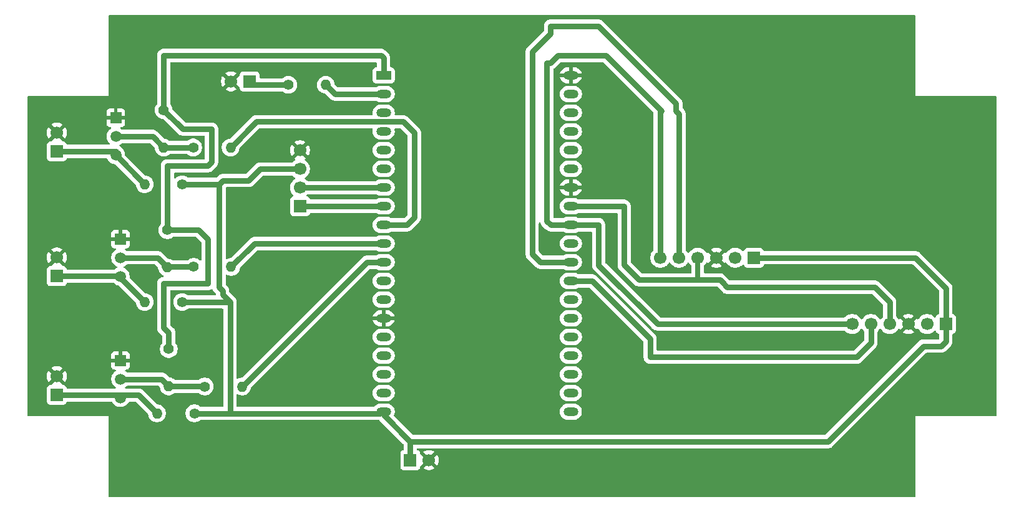
<source format=gbr>
%TF.GenerationSoftware,KiCad,Pcbnew,9.0.1*%
%TF.CreationDate,2025-04-28T16:18:14-07:00*%
%TF.ProjectId,qtkiln,71746b69-6c6e-42e6-9b69-6361645f7063,rev?*%
%TF.SameCoordinates,PX39b2820PY71f6ce0*%
%TF.FileFunction,Copper,L2,Bot*%
%TF.FilePolarity,Positive*%
%FSLAX46Y46*%
G04 Gerber Fmt 4.6, Leading zero omitted, Abs format (unit mm)*
G04 Created by KiCad (PCBNEW 9.0.1) date 2025-04-28 16:18:14*
%MOMM*%
%LPD*%
G01*
G04 APERTURE LIST*
%TA.AperFunction,ComponentPad*%
%ADD10R,1.500000X1.500000*%
%TD*%
%TA.AperFunction,ComponentPad*%
%ADD11C,1.500000*%
%TD*%
%TA.AperFunction,ComponentPad*%
%ADD12C,1.400000*%
%TD*%
%TA.AperFunction,ComponentPad*%
%ADD13O,1.400000X1.400000*%
%TD*%
%TA.AperFunction,ComponentPad*%
%ADD14R,1.700000X1.700000*%
%TD*%
%TA.AperFunction,ComponentPad*%
%ADD15C,1.700000*%
%TD*%
%TA.AperFunction,ComponentPad*%
%ADD16R,2.000000X1.200000*%
%TD*%
%TA.AperFunction,ComponentPad*%
%ADD17O,2.000000X1.200000*%
%TD*%
%TA.AperFunction,Conductor*%
%ADD18C,0.800000*%
%TD*%
%TA.AperFunction,Conductor*%
%ADD19C,0.650000*%
%TD*%
G04 APERTURE END LIST*
D10*
%TO.P,Q3,1,E*%
%TO.N,GNDREF*%
X13140000Y35540000D03*
D11*
%TO.P,Q3,2,B*%
%TO.N,Net-(Q3-B)*%
X13140000Y33000000D03*
%TO.P,Q3,3,C*%
%TO.N,Net-(J6-Pin_1)*%
X13140000Y30460000D03*
%TD*%
D10*
%TO.P,Q2,1,E*%
%TO.N,GNDREF*%
X13140000Y19040000D03*
D11*
%TO.P,Q2,2,B*%
%TO.N,Net-(Q2-B)*%
X13140000Y16500000D03*
%TO.P,Q2,3,C*%
%TO.N,Net-(J5-Pin_1)*%
X13140000Y13960000D03*
%TD*%
D10*
%TO.P,Q1,1,E*%
%TO.N,GNDREF*%
X12500000Y52040000D03*
D11*
%TO.P,Q1,2,B*%
%TO.N,Net-(Q1-B)*%
X12500000Y49500000D03*
%TO.P,Q1,3,C*%
%TO.N,Net-(J4-Pin_1)*%
X12500000Y46960000D03*
%TD*%
D12*
%TO.P,R6,1*%
%TO.N,+5V*%
X23168760Y11858836D03*
D13*
%TO.P,R6,2*%
%TO.N,Net-(J5-Pin_1)*%
X18088760Y11858836D03*
%TD*%
D14*
%TO.P,J1,1,Pin_1*%
%TO.N,+5V*%
X52460000Y5500000D03*
D15*
%TO.P,J1,2,Pin_2*%
%TO.N,GNDREF*%
X55000000Y5500000D03*
%TD*%
D14*
%TO.P,J8,1,Pin_1*%
%TO.N,+5V*%
X99080000Y33000000D03*
D15*
%TO.P,J8,2,Pin_2*%
%TO.N,unconnected-(J8-Pin_2-Pad2)*%
X96540000Y33000000D03*
%TO.P,J8,3,Pin_3*%
%TO.N,GNDREF*%
X94000000Y33000000D03*
%TO.P,J8,4,Pin_4*%
%TO.N,MAX31855_DO*%
X91460000Y33000000D03*
%TO.P,J8,5,Pin_5*%
%TO.N,MAX31855_CS_KILN*%
X88920000Y33000000D03*
%TO.P,J8,6,Pin_6*%
%TO.N,MAX31855_CLK*%
X86380000Y33000000D03*
%TD*%
D12*
%TO.P,R9,1*%
%TO.N,+5V*%
X21500000Y27000000D03*
D13*
%TO.P,R9,2*%
%TO.N,Net-(J6-Pin_1)*%
X16420000Y27000000D03*
%TD*%
D14*
%TO.P,J4,1,Pin_1*%
%TO.N,Net-(J4-Pin_1)*%
X4500000Y47460000D03*
D15*
%TO.P,J4,2,Pin_2*%
%TO.N,GNDREF*%
X4500000Y50000000D03*
%TD*%
D12*
%TO.P,R3,1*%
%TO.N,+3.3V*%
X19000000Y53080000D03*
D13*
%TO.P,R3,2*%
%TO.N,Net-(Q1-B)*%
X19000000Y48000000D03*
%TD*%
D12*
%TO.P,R4,1*%
%TO.N,+3.3V*%
X19692193Y20597762D03*
D13*
%TO.P,R4,2*%
%TO.N,Net-(Q2-B)*%
X19692193Y15517762D03*
%TD*%
D14*
%TO.P,J7,1,Pin_1*%
%TO.N,LCD_CLK*%
X37500000Y40000000D03*
D15*
%TO.P,J7,2,Pin_2*%
%TO.N,LCD_DO*%
X37500000Y42540000D03*
%TO.P,J7,3,Pin_3*%
%TO.N,+5V*%
X37500000Y45080000D03*
%TO.P,J7,4,Pin_4*%
%TO.N,GNDREF*%
X37500000Y47620000D03*
%TD*%
D14*
%TO.P,J5,1,Pin_1*%
%TO.N,Net-(J5-Pin_1)*%
X4500000Y14358836D03*
D15*
%TO.P,J5,2,Pin_2*%
%TO.N,GNDREF*%
X4500000Y16898836D03*
%TD*%
D14*
%TO.P,J3,1,Pin_1*%
%TO.N,Net-(J3-Pin_1)*%
X30670000Y56975000D03*
D15*
%TO.P,J3,2,Pin_2*%
%TO.N,GNDREF*%
X28130000Y56975000D03*
%TD*%
D12*
%TO.P,R10,1*%
%TO.N,Net-(J3-Pin_1)*%
X35920000Y56500000D03*
D13*
%TO.P,R10,2*%
%TO.N,RESET*%
X41000000Y56500000D03*
%TD*%
D12*
%TO.P,R8,1*%
%TO.N,Net-(Q3-B)*%
X23081061Y31761547D03*
D13*
%TO.P,R8,2*%
%TO.N,ALARM*%
X28161061Y31761547D03*
%TD*%
D12*
%TO.P,R2,1*%
%TO.N,+5V*%
X21500000Y43000000D03*
D13*
%TO.P,R2,2*%
%TO.N,Net-(J4-Pin_1)*%
X16420000Y43000000D03*
%TD*%
D12*
%TO.P,R1,1*%
%TO.N,Net-(Q1-B)*%
X23000000Y48000000D03*
D13*
%TO.P,R1,2*%
%TO.N,SSR40-DA1*%
X28080000Y48000000D03*
%TD*%
D14*
%TO.P,J6,1,Pin_1*%
%TO.N,Net-(J6-Pin_1)*%
X4500000Y30500000D03*
D15*
%TO.P,J6,2,Pin_2*%
%TO.N,GNDREF*%
X4500000Y33040000D03*
%TD*%
D12*
%TO.P,R7,1*%
%TO.N,+3.3V*%
X19500000Y36761547D03*
D13*
%TO.P,R7,2*%
%TO.N,Net-(Q3-B)*%
X19500000Y31681547D03*
%TD*%
D14*
%TO.P,J9,1,Pin_1*%
%TO.N,+5V*%
X125120000Y24000000D03*
D15*
%TO.P,J9,2,Pin_2*%
%TO.N,unconnected-(J9-Pin_2-Pad2)*%
X122580000Y24000000D03*
%TO.P,J9,3,Pin_3*%
%TO.N,GNDREF*%
X120040000Y24000000D03*
%TO.P,J9,4,Pin_4*%
%TO.N,MAX31855_DO*%
X117500000Y24000000D03*
%TO.P,J9,5,Pin_5*%
%TO.N,MAX31855_CS_HSING*%
X114960000Y24000000D03*
%TO.P,J9,6,Pin_6*%
%TO.N,MAX31855_CLK*%
X112420000Y24000000D03*
%TD*%
D12*
%TO.P,R5,1*%
%TO.N,Net-(Q2-B)*%
X24582298Y15500000D03*
D13*
%TO.P,R5,2*%
%TO.N,SSR40-DA2*%
X29662298Y15500000D03*
%TD*%
D16*
%TO.P,J2,1,Pin_1*%
%TO.N,+3.3V*%
X48845000Y57791880D03*
D17*
%TO.P,J2,2,Pin_2*%
%TO.N,RESET*%
X48845000Y55251880D03*
%TO.P,J2,3,Pin_3*%
%TO.N,unconnected-(J2-Pin_3-Pad3)*%
X48845000Y52711880D03*
%TO.P,J2,4,Pin_4*%
%TO.N,unconnected-(J2-Pin_4-Pad4)*%
X48845000Y50171880D03*
%TO.P,J2,5,Pin_5*%
%TO.N,unconnected-(J2-Pin_5-Pad5)*%
X48845000Y47631880D03*
%TO.P,J2,6,Pin_6*%
%TO.N,unconnected-(J2-Pin_6-Pad6)*%
X48845000Y45091880D03*
%TO.P,J2,7,Pin_7*%
%TO.N,LCD_DO*%
X48845000Y42551880D03*
%TO.P,J2,8,Pin_8*%
%TO.N,LCD_CLK*%
X48845000Y40011880D03*
%TO.P,J2,9,Pin_9*%
%TO.N,SSR40-DA1*%
X48845000Y37471880D03*
%TO.P,J2,10,Pin_10*%
%TO.N,ALARM*%
X48845000Y34931880D03*
%TO.P,J2,11,Pin_11*%
%TO.N,SSR40-DA2*%
X48845000Y32391880D03*
%TO.P,J2,12,Pin_12*%
%TO.N,unconnected-(J2-Pin_12-Pad12)*%
X48845000Y29851880D03*
%TO.P,J2,13,Pin_13*%
%TO.N,unconnected-(J2-Pin_13-Pad13)*%
X48845000Y27311880D03*
%TO.P,J2,14,Pin_14*%
%TO.N,GNDREF*%
X48845000Y24771880D03*
%TO.P,J2,15,Pin_15*%
%TO.N,unconnected-(J2-Pin_15-Pad15)*%
X48845000Y22231880D03*
%TO.P,J2,16,Pin_16*%
%TO.N,unconnected-(J2-Pin_16-Pad16)*%
X48845000Y19691880D03*
%TO.P,J2,17,Pin_17*%
%TO.N,unconnected-(J2-Pin_17-Pad17)*%
X48845000Y17151880D03*
%TO.P,J2,18,Pin_18*%
%TO.N,unconnected-(J2-Pin_18-Pad18)*%
X48845000Y14611880D03*
%TO.P,J2,19,Pin_19*%
%TO.N,+5V*%
X48845000Y12071880D03*
%TO.P,J2,20,Pin_20*%
%TO.N,unconnected-(J2-Pin_20-Pad20)*%
X74241320Y12074600D03*
%TO.P,J2,21,Pin_21*%
%TO.N,unconnected-(J2-Pin_21-Pad21)*%
X74241320Y14614600D03*
%TO.P,J2,22,Pin_22*%
%TO.N,unconnected-(J2-Pin_22-Pad22)*%
X74245000Y17151880D03*
%TO.P,J2,23,Pin_23*%
%TO.N,/GPIO15 - ADC13*%
X74245000Y19691880D03*
%TO.P,J2,24,Pin_24*%
%TO.N,/GPIO2 - ADC12*%
X74245000Y22231880D03*
%TO.P,J2,25,Pin_25*%
%TO.N,/GPIO0 - ADC11*%
X74245000Y24771880D03*
%TO.P,J2,26,Pin_26*%
%TO.N,/GPIO4 - ADC10*%
X74245000Y27311880D03*
%TO.P,J2,27,Pin_27*%
%TO.N,MAX31855_CS_HSING*%
X74245000Y29851880D03*
%TO.P,J2,28,Pin_28*%
%TO.N,MAX31855_CS_KILN*%
X74245000Y32391880D03*
%TO.P,J2,29,Pin_29*%
%TO.N,/GPIO5 - VSPI SS*%
X74245000Y34931880D03*
%TO.P,J2,30,Pin_30*%
%TO.N,MAX31855_CLK*%
X74245000Y37471880D03*
%TO.P,J2,31,Pin_31*%
%TO.N,MAX31855_DO*%
X74245000Y40011880D03*
%TO.P,J2,32,Pin_32*%
%TO.N,GNDREF*%
X74245000Y42551880D03*
%TO.P,J2,33,Pin_33*%
%TO.N,unconnected-(J2-Pin_33-Pad33)*%
X74245000Y45091880D03*
%TO.P,J2,34,Pin_34*%
%TO.N,unconnected-(J2-Pin_34-Pad34)*%
X74245000Y47631880D03*
%TO.P,J2,35,Pin_35*%
%TO.N,unconnected-(J2-Pin_35-Pad35)*%
X74245000Y50171880D03*
%TO.P,J2,36,Pin_36*%
%TO.N,unconnected-(J2-Pin_36-Pad36)*%
X74245000Y52711880D03*
%TO.P,J2,37,Pin_37*%
%TO.N,/GPIO23 - VSPI MOSI*%
X74245000Y55251880D03*
%TO.P,J2,38,Pin_38*%
%TO.N,GNDREF*%
X74245000Y57791880D03*
%TD*%
D18*
%TO.N,+3.3V*%
X25000000Y35500000D02*
X25000000Y29500000D01*
X23738453Y36761547D02*
X25000000Y35500000D01*
X19000000Y23500000D02*
X19692193Y22807807D01*
X19692193Y22807807D02*
X19692193Y20597762D01*
X25000000Y29500000D02*
X19000000Y29500000D01*
X19500000Y36761547D02*
X23738453Y36761547D01*
X19000000Y29500000D02*
X19000000Y23500000D01*
%TO.N,SSR40-DA1*%
X53000000Y50000000D02*
X51500000Y51500000D01*
X31580000Y51500000D02*
X28080000Y48000000D01*
X53000000Y38500000D02*
X53000000Y50000000D01*
X51971880Y37471880D02*
X53000000Y38500000D01*
X48845000Y37471880D02*
X51971880Y37471880D01*
X51500000Y51500000D02*
X31580000Y51500000D01*
%TO.N,MAX31855_CLK*%
X71500000Y59500000D02*
X72500000Y60500000D01*
X71528120Y37471880D02*
X71000000Y38000000D01*
X71000000Y59500000D02*
X71500000Y59500000D01*
X71000000Y38000000D02*
X71000000Y59500000D01*
X74245000Y37471880D02*
X71528120Y37471880D01*
%TO.N,MAX31855_CS_KILN*%
X88920000Y52580000D02*
X88920000Y33000000D01*
X71500000Y63500000D02*
X71500000Y64500000D01*
X69000000Y61000000D02*
X71500000Y63500000D01*
X71500000Y64500000D02*
X78000000Y64500000D01*
X69000000Y33500000D02*
X69000000Y61000000D01*
X88500000Y53000000D02*
X88920000Y52580000D01*
X88500000Y54000000D02*
X88500000Y53000000D01*
X70108120Y32391880D02*
X69000000Y33500000D01*
X74245000Y32391880D02*
X70108120Y32391880D01*
X78000000Y64500000D02*
X88500000Y54000000D01*
%TO.N,MAX31855_CS_HSING*%
X113000000Y19500000D02*
X114960000Y21460000D01*
X85000000Y19500000D02*
X113000000Y19500000D01*
X85000000Y22000000D02*
X85000000Y19500000D01*
X77148120Y29851880D02*
X85000000Y22000000D01*
X114960000Y21460000D02*
X114960000Y24000000D01*
X74245000Y29851880D02*
X77148120Y29851880D01*
%TO.N,MAX31855_CLK*%
X86000000Y24000000D02*
X112420000Y24000000D01*
X78000000Y37500000D02*
X78000000Y32000000D01*
X77971880Y37471880D02*
X78000000Y37500000D01*
X78000000Y32000000D02*
X86000000Y24000000D01*
X74245000Y37471880D02*
X77971880Y37471880D01*
D19*
%TO.N,MAX31855_DO*%
X91460000Y30040000D02*
X91500000Y30000000D01*
X91460000Y33000000D02*
X91460000Y30040000D01*
D18*
X91500000Y30000000D02*
X94460000Y30000000D01*
X88460000Y30000000D02*
X91500000Y30000000D01*
X94730000Y29730000D02*
X95460000Y29000000D01*
X94460000Y30000000D02*
X94730000Y29730000D01*
X117500000Y27000000D02*
X117500000Y24000000D01*
X95460000Y29000000D02*
X115500000Y29000000D01*
X115500000Y29000000D02*
X117500000Y27000000D01*
%TO.N,+5V*%
X124500000Y21000000D02*
X125120000Y21620000D01*
X125120000Y21620000D02*
X125120000Y24000000D01*
X109120000Y8000000D02*
X122120000Y21000000D01*
X122120000Y21000000D02*
X124500000Y21000000D01*
X52500000Y8000000D02*
X109120000Y8000000D01*
X52460000Y8040000D02*
X52500000Y8000000D01*
X27000000Y28500000D02*
X26500000Y29000000D01*
X27000000Y28000000D02*
X27000000Y28500000D01*
X26500000Y29000000D02*
X26500000Y43000000D01*
%TO.N,Net-(Q2-B)*%
X18709955Y16500000D02*
X13140000Y16500000D01*
%TO.N,SSR40-DA2*%
X48845000Y32391880D02*
X46554178Y32391880D01*
X46554178Y32391880D02*
X29662298Y15500000D01*
%TO.N,ALARM*%
X31331394Y34931880D02*
X28161061Y31761547D01*
X48845000Y34931880D02*
X31331394Y34931880D01*
%TO.N,Net-(Q2-B)*%
X19692193Y15517762D02*
X18709955Y16500000D01*
%TO.N,Net-(Q1-B)*%
X17500000Y49500000D02*
X12500000Y49500000D01*
X19000000Y48000000D02*
X17500000Y49500000D01*
%TO.N,Net-(Q3-B)*%
X18181547Y33000000D02*
X13140000Y33000000D01*
X19500000Y31681547D02*
X18181547Y33000000D01*
%TO.N,+3.3V*%
X48845000Y57791880D02*
X48845000Y60155000D01*
%TO.N,Net-(J3-Pin_1)*%
X31145000Y56500000D02*
X30670000Y56975000D01*
%TO.N,Net-(J4-Pin_1)*%
X12500000Y47460000D02*
X4500000Y47460000D01*
%TO.N,Net-(J5-Pin_1)*%
X4540000Y14318836D02*
X4500000Y14358836D01*
%TO.N,Net-(J6-Pin_1)*%
X12661061Y30500000D02*
X4500000Y30500000D01*
%TO.N,Net-(Q2-B)*%
X24582298Y15500000D02*
X24564536Y15517762D01*
%TO.N,LCD_DO*%
X48833120Y42540000D02*
X48845000Y42551880D01*
%TO.N,Net-(J6-Pin_1)*%
X12661061Y30500000D02*
X12920000Y30500000D01*
%TO.N,Net-(Q2-B)*%
X24564536Y15517762D02*
X19692193Y15517762D01*
%TO.N,Net-(J5-Pin_1)*%
X15628760Y14318836D02*
X18088760Y11858836D01*
%TO.N,+3.3V*%
X19500000Y36761547D02*
X19500000Y45500000D01*
%TO.N,Net-(J6-Pin_1)*%
X12920000Y30500000D02*
X16420000Y27000000D01*
%TO.N,LCD_DO*%
X37500000Y42540000D02*
X48833120Y42540000D01*
%TO.N,Net-(J3-Pin_1)*%
X35920000Y56500000D02*
X31145000Y56500000D01*
%TO.N,Net-(J4-Pin_1)*%
X12500000Y47460000D02*
X12500000Y46920000D01*
%TO.N,Net-(J5-Pin_1)*%
X13168760Y14318836D02*
X4540000Y14318836D01*
X13168760Y14318836D02*
X15628760Y14318836D01*
%TO.N,Net-(Q1-B)*%
X23000000Y48000000D02*
X19000000Y48000000D01*
%TO.N,Net-(Q3-B)*%
X19580000Y31761547D02*
X19500000Y31681547D01*
%TO.N,Net-(J4-Pin_1)*%
X12500000Y46920000D02*
X16420000Y43000000D01*
%TO.N,Net-(Q3-B)*%
X19500000Y31681547D02*
X19181547Y31681547D01*
X19181547Y31681547D02*
X19093094Y31770000D01*
X23081061Y31761547D02*
X19580000Y31761547D01*
%TO.N,+5V*%
X121000000Y33000000D02*
X125120000Y28880000D01*
%TO.N,MAX31855_CLK*%
X72500000Y60500000D02*
X79000000Y60500000D01*
X79000000Y60500000D02*
X86500000Y53000000D01*
X86500000Y53000000D02*
X86380000Y52880000D01*
%TO.N,+5V*%
X48358836Y11858836D02*
X28000000Y11858836D01*
X26500000Y43000000D02*
X21500000Y43000000D01*
X28000000Y27000000D02*
X27000000Y28000000D01*
X27000000Y43500000D02*
X30500000Y43500000D01*
X28000000Y11858836D02*
X28000000Y27000000D01*
%TO.N,RESET*%
X41000000Y56500000D02*
X42248120Y55251880D01*
%TO.N,+5V*%
X32080000Y45080000D02*
X37500000Y45080000D01*
%TO.N,MAX31855_DO*%
X81471880Y40011880D02*
X81471880Y32028120D01*
%TO.N,MAX31855_CLK*%
X86380000Y52880000D02*
X86380000Y33000000D01*
%TO.N,+5V*%
X52460000Y8040000D02*
X52460000Y5500000D01*
X48845000Y12071880D02*
X48845000Y11655000D01*
X27000000Y43500000D02*
X26500000Y43000000D01*
X28000000Y27000000D02*
X21500000Y27000000D01*
X28000000Y11858836D02*
X23168760Y11858836D01*
%TO.N,MAX31855_DO*%
X74245000Y40011880D02*
X81471880Y40011880D01*
%TO.N,+5V*%
X48845000Y12071880D02*
X48571880Y12071880D01*
X48571880Y12071880D02*
X48358836Y11858836D01*
X30500000Y43500000D02*
X32080000Y45080000D01*
X125120000Y28880000D02*
X125120000Y24000000D01*
X48845000Y11655000D02*
X52460000Y8040000D01*
%TO.N,MAX31855_DO*%
X83500000Y30000000D02*
X88460000Y30000000D01*
X81471880Y32028120D02*
X83500000Y30000000D01*
%TO.N,RESET*%
X42248120Y55251880D02*
X48845000Y55251880D01*
%TO.N,LCD_CLK*%
X48845000Y40011880D02*
X37511880Y40011880D01*
%TO.N,+5V*%
X99080000Y33000000D02*
X121000000Y33000000D01*
%TO.N,LCD_CLK*%
X37511880Y40011880D02*
X37500000Y40000000D01*
%TO.N,+3.3V*%
X25000000Y45500000D02*
X25500000Y46000000D01*
X25500000Y46000000D02*
X25500000Y50500000D01*
X25500000Y50500000D02*
X21580000Y50500000D01*
X48500000Y60500000D02*
X19000000Y60500000D01*
X48845000Y60155000D02*
X48500000Y60500000D01*
X19000000Y60500000D02*
X19000000Y53080000D01*
X19500000Y45500000D02*
X25000000Y45500000D01*
X21580000Y50500000D02*
X19000000Y53080000D01*
%TD*%
%TA.AperFunction,Conductor*%
%TO.N,GNDREF*%
G36*
X95115270Y32238283D02*
G01*
X95115270Y32238284D01*
X95154622Y32292445D01*
X95159232Y32301493D01*
X95207205Y32352291D01*
X95275025Y32369088D01*
X95341161Y32346553D01*
X95380204Y32301496D01*
X95384949Y32292183D01*
X95509890Y32120214D01*
X95660213Y31969891D01*
X95832179Y31844952D01*
X95832181Y31844951D01*
X95832184Y31844949D01*
X96021588Y31748443D01*
X96223757Y31682754D01*
X96433713Y31649500D01*
X96433714Y31649500D01*
X96646286Y31649500D01*
X96646287Y31649500D01*
X96856243Y31682754D01*
X97058412Y31748443D01*
X97247816Y31844949D01*
X97334147Y31907672D01*
X97419784Y31969890D01*
X97419784Y31969891D01*
X97419792Y31969896D01*
X97533329Y32083434D01*
X97594648Y32116916D01*
X97664340Y32111932D01*
X97720274Y32070061D01*
X97737189Y32039083D01*
X97786202Y31907672D01*
X97786206Y31907665D01*
X97872452Y31792456D01*
X97872455Y31792453D01*
X97987664Y31706207D01*
X97987671Y31706203D01*
X98122517Y31655909D01*
X98122516Y31655909D01*
X98129444Y31655165D01*
X98182127Y31649500D01*
X99977872Y31649501D01*
X100037483Y31655909D01*
X100172331Y31706204D01*
X100287546Y31792454D01*
X100373796Y31907669D01*
X100396146Y31967592D01*
X100415258Y32018833D01*
X100457129Y32074767D01*
X100522593Y32099184D01*
X100531440Y32099500D01*
X120575638Y32099500D01*
X120642677Y32079815D01*
X120663319Y32063181D01*
X124183181Y28543319D01*
X124216666Y28481996D01*
X124219500Y28455638D01*
X124219500Y25451440D01*
X124199815Y25384401D01*
X124147011Y25338646D01*
X124138833Y25335258D01*
X124027671Y25293798D01*
X124027664Y25293794D01*
X123912455Y25207548D01*
X123912452Y25207545D01*
X123826206Y25092336D01*
X123826203Y25092331D01*
X123777189Y24960917D01*
X123735317Y24904984D01*
X123669853Y24880567D01*
X123601580Y24895419D01*
X123573326Y24916570D01*
X123459786Y25030110D01*
X123287820Y25155049D01*
X123098414Y25251556D01*
X123098413Y25251557D01*
X123098412Y25251557D01*
X122896243Y25317246D01*
X122896241Y25317247D01*
X122896240Y25317247D01*
X122734957Y25342792D01*
X122686287Y25350500D01*
X122473713Y25350500D01*
X122425042Y25342792D01*
X122263760Y25317247D01*
X122061585Y25251556D01*
X121872179Y25155049D01*
X121700213Y25030110D01*
X121549890Y24879787D01*
X121424949Y24707818D01*
X121420202Y24698501D01*
X121372227Y24647707D01*
X121304405Y24630913D01*
X121238271Y24653452D01*
X121199234Y24698505D01*
X121194626Y24707548D01*
X121155270Y24761718D01*
X121155269Y24761718D01*
X120522962Y24129410D01*
X120505925Y24192993D01*
X120440099Y24307007D01*
X120347007Y24400099D01*
X120232993Y24465925D01*
X120169409Y24482963D01*
X120801716Y25115272D01*
X120747550Y25154625D01*
X120558217Y25251096D01*
X120356129Y25316758D01*
X120146246Y25350000D01*
X119933754Y25350000D01*
X119723872Y25316758D01*
X119723869Y25316758D01*
X119521782Y25251096D01*
X119332439Y25154620D01*
X119278282Y25115273D01*
X119278282Y25115272D01*
X119910591Y24482963D01*
X119847007Y24465925D01*
X119732993Y24400099D01*
X119639901Y24307007D01*
X119574075Y24192993D01*
X119557037Y24129409D01*
X118924728Y24761718D01*
X118924727Y24761718D01*
X118885380Y24707560D01*
X118885376Y24707554D01*
X118880760Y24698495D01*
X118832781Y24647703D01*
X118764959Y24630913D01*
X118698826Y24653457D01*
X118659794Y24698507D01*
X118655051Y24707816D01*
X118655049Y24707819D01*
X118655048Y24707821D01*
X118530109Y24879787D01*
X118436819Y24973077D01*
X118422115Y25000005D01*
X118405523Y25025823D01*
X118404631Y25032024D01*
X118403334Y25034400D01*
X118400500Y25060758D01*
X118400500Y27088693D01*
X118400499Y27088697D01*
X118365895Y27262666D01*
X118331953Y27344607D01*
X118298013Y27426547D01*
X118220761Y27542162D01*
X118220761Y27542163D01*
X118206659Y27563267D01*
X118199464Y27574036D01*
X117139393Y28634107D01*
X116074039Y29699462D01*
X116074031Y29699468D01*
X116009486Y29742596D01*
X116009474Y29742602D01*
X116004548Y29745894D01*
X115926547Y29798013D01*
X115844606Y29831954D01*
X115838846Y29834340D01*
X115838844Y29834341D01*
X115762666Y29865895D01*
X115762658Y29865897D01*
X115588696Y29900500D01*
X115588692Y29900500D01*
X115588691Y29900500D01*
X95884362Y29900500D01*
X95817323Y29920185D01*
X95796681Y29936819D01*
X95299725Y30433776D01*
X95299704Y30433795D01*
X95034036Y30699464D01*
X94954841Y30752380D01*
X94886547Y30798013D01*
X94800207Y30833776D01*
X94771041Y30845857D01*
X94722666Y30865895D01*
X94722658Y30865897D01*
X94548696Y30900500D01*
X94548692Y30900500D01*
X94548691Y30900500D01*
X92409500Y30900500D01*
X92342461Y30920185D01*
X92296706Y30972989D01*
X92285500Y31024500D01*
X92285500Y31867270D01*
X92294526Y31898011D01*
X92302054Y31929168D01*
X92304461Y31931844D01*
X92305185Y31934309D01*
X92323845Y31956932D01*
X92329867Y31962686D01*
X92339792Y31969896D01*
X92490104Y32120208D01*
X92490106Y32120212D01*
X92490109Y32120214D01*
X92575890Y32238283D01*
X92615051Y32292184D01*
X92619793Y32301492D01*
X92667763Y32352289D01*
X92735583Y32369089D01*
X92801719Y32346555D01*
X92840763Y32301500D01*
X92845373Y32292453D01*
X92884728Y32238284D01*
X93517037Y32870592D01*
X93534075Y32807007D01*
X93599901Y32692993D01*
X93692993Y32599901D01*
X93807007Y32534075D01*
X93870590Y32517038D01*
X93238282Y31884731D01*
X93238282Y31884730D01*
X93292449Y31845376D01*
X93481782Y31748905D01*
X93683870Y31683243D01*
X93893754Y31650000D01*
X94106246Y31650000D01*
X94316127Y31683243D01*
X94316130Y31683243D01*
X94518217Y31748905D01*
X94707554Y31845378D01*
X94761716Y31884730D01*
X94761717Y31884730D01*
X94129408Y32517038D01*
X94192993Y32534075D01*
X94307007Y32599901D01*
X94400099Y32692993D01*
X94465925Y32807007D01*
X94482962Y32870592D01*
X95115270Y32238283D01*
G37*
%TD.AperFunction*%
%TA.AperFunction,Conductor*%
G36*
X78642677Y59579815D02*
G01*
X78663319Y59563181D01*
X85443181Y52783320D01*
X85476666Y52721997D01*
X85479500Y52695639D01*
X85479500Y34060758D01*
X85459815Y33993719D01*
X85443181Y33973077D01*
X85349894Y33879791D01*
X85349890Y33879787D01*
X85224951Y33707821D01*
X85128444Y33518415D01*
X85062753Y33316240D01*
X85029900Y33108811D01*
X85029500Y33106287D01*
X85029500Y32893713D01*
X85036030Y32852487D01*
X85062441Y32685729D01*
X85062754Y32683757D01*
X85115970Y32519975D01*
X85128444Y32481586D01*
X85224951Y32292180D01*
X85349890Y32120214D01*
X85500213Y31969891D01*
X85672179Y31844952D01*
X85672181Y31844951D01*
X85672184Y31844949D01*
X85861588Y31748443D01*
X86063757Y31682754D01*
X86273713Y31649500D01*
X86273714Y31649500D01*
X86486286Y31649500D01*
X86486287Y31649500D01*
X86696243Y31682754D01*
X86898412Y31748443D01*
X87087816Y31844949D01*
X87174138Y31907665D01*
X87259786Y31969891D01*
X87259788Y31969894D01*
X87259792Y31969896D01*
X87410104Y32120208D01*
X87410106Y32120212D01*
X87410109Y32120214D01*
X87535048Y32292180D01*
X87535047Y32292180D01*
X87535051Y32292184D01*
X87539514Y32300946D01*
X87587488Y32351741D01*
X87655308Y32368537D01*
X87721444Y32346001D01*
X87760486Y32300944D01*
X87764951Y32292180D01*
X87889890Y32120214D01*
X88040213Y31969891D01*
X88212179Y31844952D01*
X88212181Y31844951D01*
X88212184Y31844949D01*
X88401588Y31748443D01*
X88603757Y31682754D01*
X88813713Y31649500D01*
X88813714Y31649500D01*
X89026286Y31649500D01*
X89026287Y31649500D01*
X89236243Y31682754D01*
X89438412Y31748443D01*
X89627816Y31844949D01*
X89714138Y31907665D01*
X89799786Y31969891D01*
X89799788Y31969894D01*
X89799792Y31969896D01*
X89950104Y32120208D01*
X89950106Y32120212D01*
X89950109Y32120214D01*
X90075048Y32292180D01*
X90075047Y32292180D01*
X90075051Y32292184D01*
X90079514Y32300946D01*
X90127488Y32351741D01*
X90195308Y32368537D01*
X90261444Y32346001D01*
X90300486Y32300944D01*
X90304951Y32292180D01*
X90429890Y32120214D01*
X90429896Y32120208D01*
X90580208Y31969896D01*
X90583380Y31967591D01*
X90626049Y31912264D01*
X90634500Y31867270D01*
X90634500Y31024500D01*
X90614815Y30957461D01*
X90562011Y30911706D01*
X90510500Y30900500D01*
X83924362Y30900500D01*
X83857323Y30920185D01*
X83836681Y30936819D01*
X82408699Y32364801D01*
X82375214Y32426124D01*
X82372380Y32452482D01*
X82372380Y40100574D01*
X82372379Y40100576D01*
X82337776Y40274539D01*
X82337773Y40274548D01*
X82269896Y40438421D01*
X82269889Y40438434D01*
X82171344Y40585915D01*
X82171341Y40585919D01*
X82045918Y40711342D01*
X82045914Y40711345D01*
X81898433Y40809890D01*
X81898420Y40809897D01*
X81734547Y40877774D01*
X81734538Y40877777D01*
X81560574Y40912380D01*
X81560571Y40912380D01*
X75318141Y40912380D01*
X75251102Y40932065D01*
X75245255Y40936062D01*
X75221792Y40953110D01*
X75221789Y40953111D01*
X75221790Y40953111D01*
X75221788Y40953112D01*
X75067445Y41031753D01*
X74902701Y41085282D01*
X74902699Y41085283D01*
X74902698Y41085283D01*
X74771271Y41106099D01*
X74731611Y41112380D01*
X73758389Y41112380D01*
X73718728Y41106099D01*
X73587302Y41085283D01*
X73422552Y41031752D01*
X73268211Y40953112D01*
X73239243Y40932065D01*
X73128072Y40851294D01*
X73128070Y40851292D01*
X73128069Y40851292D01*
X73005588Y40728811D01*
X73005588Y40728810D01*
X73005586Y40728808D01*
X72961859Y40668624D01*
X72903768Y40588669D01*
X72825128Y40434328D01*
X72771597Y40269578D01*
X72744830Y40100576D01*
X72744500Y40098491D01*
X72744500Y39925269D01*
X72771598Y39754179D01*
X72825127Y39589435D01*
X72903768Y39435092D01*
X73005586Y39294952D01*
X73128072Y39172466D01*
X73268212Y39070648D01*
X73422555Y38992007D01*
X73587299Y38938478D01*
X73758389Y38911380D01*
X73758390Y38911380D01*
X74731610Y38911380D01*
X74731611Y38911380D01*
X74902701Y38938478D01*
X75067445Y38992007D01*
X75221788Y39070648D01*
X75245255Y39087699D01*
X75311061Y39111178D01*
X75318141Y39111380D01*
X80447380Y39111380D01*
X80514419Y39091695D01*
X80560174Y39038891D01*
X80571380Y38987380D01*
X80571380Y31939424D01*
X80605983Y31765462D01*
X80605985Y31765454D01*
X80634038Y31697728D01*
X80634041Y31697723D01*
X80636239Y31692416D01*
X80673867Y31601573D01*
X80722009Y31529524D01*
X80725580Y31524179D01*
X80725582Y31524176D01*
X80772414Y31454086D01*
X80772418Y31454081D01*
X82925961Y29300538D01*
X82982642Y29262665D01*
X82982641Y29262665D01*
X83067137Y29206207D01*
X83073453Y29201987D01*
X83121452Y29182105D01*
X83237334Y29134105D01*
X83411303Y29099501D01*
X83411307Y29099500D01*
X83411308Y29099500D01*
X83411309Y29099500D01*
X88371309Y29099500D01*
X91411309Y29099500D01*
X94035638Y29099500D01*
X94102677Y29079815D01*
X94123319Y29063181D01*
X94885958Y28300541D01*
X94885961Y28300538D01*
X94885964Y28300536D01*
X94942641Y28262666D01*
X95033453Y28201987D01*
X95108408Y28170940D01*
X95197334Y28134105D01*
X95371303Y28099501D01*
X95371307Y28099500D01*
X95371308Y28099500D01*
X95371309Y28099500D01*
X115075638Y28099500D01*
X115142677Y28079815D01*
X115163319Y28063181D01*
X116563181Y26663319D01*
X116596666Y26601996D01*
X116599500Y26575638D01*
X116599500Y25060758D01*
X116579815Y24993719D01*
X116563181Y24973077D01*
X116469894Y24879791D01*
X116469890Y24879787D01*
X116344949Y24707818D01*
X116340484Y24699054D01*
X116292509Y24648258D01*
X116224688Y24631464D01*
X116158553Y24654002D01*
X116119516Y24699054D01*
X116115050Y24707818D01*
X115990109Y24879787D01*
X115839786Y25030110D01*
X115667820Y25155049D01*
X115478414Y25251556D01*
X115478413Y25251557D01*
X115478412Y25251557D01*
X115276243Y25317246D01*
X115276241Y25317247D01*
X115276240Y25317247D01*
X115114957Y25342792D01*
X115066287Y25350500D01*
X114853713Y25350500D01*
X114805042Y25342792D01*
X114643760Y25317247D01*
X114441585Y25251556D01*
X114252179Y25155049D01*
X114080213Y25030110D01*
X113929890Y24879787D01*
X113804949Y24707818D01*
X113800484Y24699054D01*
X113752509Y24648258D01*
X113684688Y24631464D01*
X113618553Y24654002D01*
X113579516Y24699054D01*
X113575050Y24707818D01*
X113450109Y24879787D01*
X113299786Y25030110D01*
X113127820Y25155049D01*
X112938414Y25251556D01*
X112938413Y25251557D01*
X112938412Y25251557D01*
X112736243Y25317246D01*
X112736241Y25317247D01*
X112736240Y25317247D01*
X112574957Y25342792D01*
X112526287Y25350500D01*
X112313713Y25350500D01*
X112265042Y25342792D01*
X112103760Y25317247D01*
X111901585Y25251556D01*
X111712179Y25155049D01*
X111540213Y25030110D01*
X111540209Y25030106D01*
X111446923Y24936819D01*
X111385600Y24903334D01*
X111359242Y24900500D01*
X86424361Y24900500D01*
X86357322Y24920185D01*
X86336680Y24936819D01*
X78936819Y32336681D01*
X78903334Y32398004D01*
X78900500Y32424362D01*
X78900500Y37588692D01*
X78900499Y37588693D01*
X78892792Y37627442D01*
X78865895Y37762666D01*
X78798256Y37925961D01*
X78798014Y37926545D01*
X78798009Y37926554D01*
X78699464Y38074036D01*
X78699461Y38074040D01*
X78574039Y38199462D01*
X78574035Y38199465D01*
X78426553Y38298010D01*
X78426544Y38298015D01*
X78262666Y38365895D01*
X78262658Y38365897D01*
X78088696Y38400500D01*
X78088692Y38400500D01*
X77911309Y38400500D01*
X77911304Y38400500D01*
X77781917Y38374763D01*
X77757726Y38372380D01*
X75318141Y38372380D01*
X75251102Y38392065D01*
X75245255Y38396062D01*
X75221792Y38413110D01*
X75221789Y38413111D01*
X75221790Y38413111D01*
X75221788Y38413112D01*
X75067445Y38491753D01*
X74902701Y38545282D01*
X74902699Y38545283D01*
X74902698Y38545283D01*
X74771271Y38566099D01*
X74731611Y38572380D01*
X73758389Y38572380D01*
X73718728Y38566099D01*
X73587302Y38545283D01*
X73422552Y38491752D01*
X73268210Y38413111D01*
X73268207Y38413110D01*
X73244745Y38396062D01*
X73178939Y38372582D01*
X73171859Y38372380D01*
X72024500Y38372380D01*
X71957461Y38392065D01*
X71911706Y38444869D01*
X71900500Y38496380D01*
X71900500Y42801881D01*
X72770884Y42801881D01*
X72770885Y42801880D01*
X73929314Y42801880D01*
X73924920Y42797486D01*
X73872259Y42706274D01*
X73845000Y42604541D01*
X73845000Y42499219D01*
X73872259Y42397486D01*
X73924920Y42306274D01*
X73929314Y42301880D01*
X72770885Y42301880D01*
X72772085Y42294296D01*
X72825591Y42129625D01*
X72904195Y41975356D01*
X73005967Y41835278D01*
X73128397Y41712848D01*
X73268475Y41611076D01*
X73422742Y41532472D01*
X73587415Y41478966D01*
X73758429Y41451880D01*
X73995000Y41451880D01*
X73995000Y42236194D01*
X73999394Y42231800D01*
X74090606Y42179139D01*
X74192339Y42151880D01*
X74297661Y42151880D01*
X74399394Y42179139D01*
X74490606Y42231800D01*
X74495000Y42236194D01*
X74495000Y41451880D01*
X74731571Y41451880D01*
X74902584Y41478966D01*
X75067257Y41532472D01*
X75221524Y41611076D01*
X75361602Y41712848D01*
X75484032Y41835278D01*
X75585804Y41975356D01*
X75664408Y42129625D01*
X75717914Y42294296D01*
X75719115Y42301880D01*
X74560686Y42301880D01*
X74565080Y42306274D01*
X74617741Y42397486D01*
X74645000Y42499219D01*
X74645000Y42604541D01*
X74617741Y42706274D01*
X74565080Y42797486D01*
X74560686Y42801880D01*
X75719115Y42801880D01*
X75719115Y42801881D01*
X75717914Y42809465D01*
X75664408Y42974136D01*
X75585804Y43128405D01*
X75484032Y43268483D01*
X75361602Y43390913D01*
X75221524Y43492685D01*
X75067257Y43571289D01*
X74902584Y43624795D01*
X74731571Y43651880D01*
X74495000Y43651880D01*
X74495000Y42867566D01*
X74490606Y42871960D01*
X74399394Y42924621D01*
X74297661Y42951880D01*
X74192339Y42951880D01*
X74090606Y42924621D01*
X73999394Y42871960D01*
X73995000Y42867566D01*
X73995000Y43651880D01*
X73758429Y43651880D01*
X73587415Y43624795D01*
X73422742Y43571289D01*
X73268475Y43492685D01*
X73128397Y43390913D01*
X73005967Y43268483D01*
X72904195Y43128405D01*
X72825591Y42974136D01*
X72772085Y42809465D01*
X72770884Y42801881D01*
X71900500Y42801881D01*
X71900500Y45178491D01*
X72744500Y45178491D01*
X72744500Y45005269D01*
X72771598Y44834179D01*
X72825127Y44669435D01*
X72903768Y44515092D01*
X73005586Y44374952D01*
X73128072Y44252466D01*
X73268212Y44150648D01*
X73422555Y44072007D01*
X73587299Y44018478D01*
X73758389Y43991380D01*
X73758390Y43991380D01*
X74731610Y43991380D01*
X74731611Y43991380D01*
X74902701Y44018478D01*
X75067445Y44072007D01*
X75221788Y44150648D01*
X75361928Y44252466D01*
X75484414Y44374952D01*
X75586232Y44515092D01*
X75664873Y44669435D01*
X75718402Y44834179D01*
X75745500Y45005269D01*
X75745500Y45178491D01*
X75718402Y45349581D01*
X75664873Y45514325D01*
X75586232Y45668668D01*
X75484414Y45808808D01*
X75361928Y45931294D01*
X75221788Y46033112D01*
X75067445Y46111753D01*
X74902701Y46165282D01*
X74902699Y46165283D01*
X74902698Y46165283D01*
X74771271Y46186099D01*
X74731611Y46192380D01*
X73758389Y46192380D01*
X73718728Y46186099D01*
X73587302Y46165283D01*
X73422552Y46111752D01*
X73268211Y46033112D01*
X73231132Y46006172D01*
X73128072Y45931294D01*
X73128070Y45931292D01*
X73128069Y45931292D01*
X73005588Y45808811D01*
X73005588Y45808810D01*
X73005586Y45808808D01*
X72984266Y45779463D01*
X72903768Y45668669D01*
X72825128Y45514328D01*
X72771597Y45349578D01*
X72745735Y45186287D01*
X72744500Y45178491D01*
X71900500Y45178491D01*
X71900500Y47718491D01*
X72744500Y47718491D01*
X72744500Y47545269D01*
X72771598Y47374179D01*
X72825127Y47209435D01*
X72903768Y47055092D01*
X73005586Y46914952D01*
X73128072Y46792466D01*
X73268212Y46690648D01*
X73422555Y46612007D01*
X73587299Y46558478D01*
X73758389Y46531380D01*
X73758390Y46531380D01*
X74731610Y46531380D01*
X74731611Y46531380D01*
X74902701Y46558478D01*
X75067445Y46612007D01*
X75221788Y46690648D01*
X75361928Y46792466D01*
X75484414Y46914952D01*
X75586232Y47055092D01*
X75664873Y47209435D01*
X75718402Y47374179D01*
X75745500Y47545269D01*
X75745500Y47718491D01*
X75718402Y47889581D01*
X75664873Y48054325D01*
X75586232Y48208668D01*
X75484414Y48348808D01*
X75361928Y48471294D01*
X75221788Y48573112D01*
X75067445Y48651753D01*
X74902701Y48705282D01*
X74902699Y48705283D01*
X74902698Y48705283D01*
X74771271Y48726099D01*
X74731611Y48732380D01*
X73758389Y48732380D01*
X73718728Y48726099D01*
X73587302Y48705283D01*
X73422552Y48651752D01*
X73268211Y48573112D01*
X73231132Y48546172D01*
X73128072Y48471294D01*
X73128070Y48471292D01*
X73128069Y48471292D01*
X73005588Y48348811D01*
X73005588Y48348810D01*
X73005586Y48348808D01*
X72990149Y48327561D01*
X72903768Y48208669D01*
X72825128Y48054328D01*
X72771597Y47889578D01*
X72753394Y47774648D01*
X72744500Y47718491D01*
X71900500Y47718491D01*
X71900500Y50258491D01*
X72744500Y50258491D01*
X72744500Y50085269D01*
X72771598Y49914179D01*
X72825127Y49749435D01*
X72903768Y49595092D01*
X73005586Y49454952D01*
X73128072Y49332466D01*
X73268212Y49230648D01*
X73422555Y49152007D01*
X73587299Y49098478D01*
X73758389Y49071380D01*
X73758390Y49071380D01*
X74731610Y49071380D01*
X74731611Y49071380D01*
X74902701Y49098478D01*
X75067445Y49152007D01*
X75221788Y49230648D01*
X75361928Y49332466D01*
X75484414Y49454952D01*
X75586232Y49595092D01*
X75664873Y49749435D01*
X75718402Y49914179D01*
X75745500Y50085269D01*
X75745500Y50258491D01*
X75744838Y50262668D01*
X75736371Y50316131D01*
X75718402Y50429581D01*
X75664873Y50594325D01*
X75586232Y50748668D01*
X75484414Y50888808D01*
X75361928Y51011294D01*
X75221788Y51113112D01*
X75067445Y51191753D01*
X74902701Y51245282D01*
X74902699Y51245283D01*
X74902698Y51245283D01*
X74771271Y51266099D01*
X74731611Y51272380D01*
X73758389Y51272380D01*
X73718728Y51266099D01*
X73587302Y51245283D01*
X73422552Y51191752D01*
X73268211Y51113112D01*
X73214427Y51074035D01*
X73128072Y51011294D01*
X73128070Y51011292D01*
X73128069Y51011292D01*
X73005588Y50888811D01*
X73005588Y50888810D01*
X73005586Y50888808D01*
X72961859Y50828624D01*
X72903768Y50748669D01*
X72825128Y50594328D01*
X72771597Y50429578D01*
X72745161Y50262666D01*
X72744500Y50258491D01*
X71900500Y50258491D01*
X71900500Y52798491D01*
X72744500Y52798491D01*
X72744500Y52625270D01*
X72768618Y52472989D01*
X72771598Y52454179D01*
X72825127Y52289435D01*
X72903768Y52135092D01*
X73005586Y51994952D01*
X73128072Y51872466D01*
X73268212Y51770648D01*
X73422555Y51692007D01*
X73587299Y51638478D01*
X73758389Y51611380D01*
X73758390Y51611380D01*
X74731610Y51611380D01*
X74731611Y51611380D01*
X74902701Y51638478D01*
X75067445Y51692007D01*
X75221788Y51770648D01*
X75361928Y51872466D01*
X75484414Y51994952D01*
X75586232Y52135092D01*
X75664873Y52289435D01*
X75718402Y52454179D01*
X75745500Y52625269D01*
X75745500Y52798491D01*
X75718402Y52969581D01*
X75664873Y53134325D01*
X75586232Y53288668D01*
X75484414Y53428808D01*
X75361928Y53551294D01*
X75221788Y53653112D01*
X75067447Y53731752D01*
X75067446Y53731753D01*
X75067445Y53731753D01*
X74902701Y53785282D01*
X74902699Y53785283D01*
X74902698Y53785283D01*
X74771271Y53806099D01*
X74731611Y53812380D01*
X73758389Y53812380D01*
X73718728Y53806099D01*
X73587302Y53785283D01*
X73422552Y53731752D01*
X73268211Y53653112D01*
X73232273Y53627001D01*
X73128072Y53551294D01*
X73128070Y53551292D01*
X73128069Y53551292D01*
X73005588Y53428811D01*
X73005588Y53428810D01*
X73005586Y53428808D01*
X72983208Y53398007D01*
X72903768Y53288669D01*
X72825128Y53134328D01*
X72825127Y53134326D01*
X72825127Y53134325D01*
X72798362Y53051953D01*
X72771597Y52969578D01*
X72744500Y52798491D01*
X71900500Y52798491D01*
X71900500Y55338491D01*
X72744500Y55338491D01*
X72744500Y55165269D01*
X72771598Y54994179D01*
X72825127Y54829435D01*
X72903768Y54675092D01*
X73005586Y54534952D01*
X73128072Y54412466D01*
X73268212Y54310648D01*
X73422555Y54232007D01*
X73587299Y54178478D01*
X73758389Y54151380D01*
X73758390Y54151380D01*
X74731610Y54151380D01*
X74731611Y54151380D01*
X74902701Y54178478D01*
X75067445Y54232007D01*
X75221788Y54310648D01*
X75361928Y54412466D01*
X75484414Y54534952D01*
X75586232Y54675092D01*
X75664873Y54829435D01*
X75718402Y54994179D01*
X75745500Y55165269D01*
X75745500Y55338491D01*
X75718402Y55509581D01*
X75664873Y55674325D01*
X75586232Y55828668D01*
X75484414Y55968808D01*
X75361928Y56091294D01*
X75221788Y56193112D01*
X75067445Y56271753D01*
X74902701Y56325282D01*
X74902699Y56325283D01*
X74902698Y56325283D01*
X74771271Y56346099D01*
X74731611Y56352380D01*
X73758389Y56352380D01*
X73718728Y56346099D01*
X73587302Y56325283D01*
X73422552Y56271752D01*
X73268211Y56193112D01*
X73239243Y56172065D01*
X73128072Y56091294D01*
X73128070Y56091292D01*
X73128069Y56091292D01*
X73005588Y55968811D01*
X73005588Y55968810D01*
X73005586Y55968808D01*
X72961859Y55908624D01*
X72903768Y55828669D01*
X72825128Y55674328D01*
X72771597Y55509578D01*
X72765842Y55473241D01*
X72744500Y55338491D01*
X71900500Y55338491D01*
X71900500Y58041881D01*
X72770884Y58041881D01*
X72770885Y58041880D01*
X73929314Y58041880D01*
X73924920Y58037486D01*
X73872259Y57946274D01*
X73845000Y57844541D01*
X73845000Y57739219D01*
X73872259Y57637486D01*
X73924920Y57546274D01*
X73929314Y57541880D01*
X72770885Y57541880D01*
X72772085Y57534296D01*
X72825591Y57369625D01*
X72904195Y57215356D01*
X73005967Y57075278D01*
X73128397Y56952848D01*
X73268475Y56851076D01*
X73422742Y56772472D01*
X73587415Y56718966D01*
X73758429Y56691880D01*
X73995000Y56691880D01*
X73995000Y57476194D01*
X73999394Y57471800D01*
X74090606Y57419139D01*
X74192339Y57391880D01*
X74297661Y57391880D01*
X74399394Y57419139D01*
X74490606Y57471800D01*
X74495000Y57476194D01*
X74495000Y56691880D01*
X74731571Y56691880D01*
X74902584Y56718966D01*
X75067257Y56772472D01*
X75221524Y56851076D01*
X75361602Y56952848D01*
X75484032Y57075278D01*
X75585804Y57215356D01*
X75664408Y57369625D01*
X75717914Y57534296D01*
X75719115Y57541880D01*
X74560686Y57541880D01*
X74565080Y57546274D01*
X74617741Y57637486D01*
X74645000Y57739219D01*
X74645000Y57844541D01*
X74617741Y57946274D01*
X74565080Y58037486D01*
X74560686Y58041880D01*
X75719115Y58041880D01*
X75719115Y58041881D01*
X75717914Y58049465D01*
X75664408Y58214136D01*
X75585804Y58368405D01*
X75484032Y58508483D01*
X75361602Y58630913D01*
X75221524Y58732685D01*
X75067257Y58811289D01*
X74902584Y58864795D01*
X74731571Y58891880D01*
X74495000Y58891880D01*
X74495000Y58107566D01*
X74490606Y58111960D01*
X74399394Y58164621D01*
X74297661Y58191880D01*
X74192339Y58191880D01*
X74090606Y58164621D01*
X73999394Y58111960D01*
X73995000Y58107566D01*
X73995000Y58891880D01*
X73758429Y58891880D01*
X73587415Y58864795D01*
X73422742Y58811289D01*
X73268475Y58732685D01*
X73128397Y58630913D01*
X73005967Y58508483D01*
X72904195Y58368405D01*
X72825591Y58214136D01*
X72772085Y58049465D01*
X72770884Y58041881D01*
X71900500Y58041881D01*
X71900500Y58618305D01*
X71902736Y58625923D01*
X71901467Y58633758D01*
X71912439Y58658967D01*
X71920185Y58685344D01*
X71926894Y58692175D01*
X71929352Y58697821D01*
X71955605Y58721405D01*
X72014959Y58761064D01*
X72074036Y58800536D01*
X72836680Y59563182D01*
X72898003Y59596666D01*
X72924361Y59599500D01*
X78575638Y59599500D01*
X78642677Y59579815D01*
G37*
%TD.AperFunction*%
%TA.AperFunction,Conductor*%
G36*
X120943039Y65979815D02*
G01*
X120988794Y65927011D01*
X121000000Y65875500D01*
X121000000Y55000000D01*
X131875500Y55000000D01*
X131942539Y54980315D01*
X131988294Y54927511D01*
X131999500Y54876000D01*
X131999500Y11624000D01*
X131979815Y11556961D01*
X131927011Y11511206D01*
X131875500Y11500000D01*
X121000000Y11500000D01*
X121000000Y624500D01*
X120980315Y557461D01*
X120927511Y511706D01*
X120876000Y500500D01*
X11624000Y500500D01*
X11556961Y520185D01*
X11511206Y572989D01*
X11500000Y624500D01*
X11500000Y11500000D01*
X624500Y11500000D01*
X557461Y11519685D01*
X511706Y11572489D01*
X500500Y11624000D01*
X500500Y15256701D01*
X3149500Y15256701D01*
X3149500Y13460966D01*
X3149501Y13460960D01*
X3155908Y13401353D01*
X3206202Y13266508D01*
X3206206Y13266501D01*
X3292452Y13151292D01*
X3292455Y13151289D01*
X3407664Y13065043D01*
X3407671Y13065039D01*
X3542517Y13014745D01*
X3542516Y13014745D01*
X3549444Y13014001D01*
X3602127Y13008336D01*
X5397872Y13008337D01*
X5457483Y13014745D01*
X5592331Y13065040D01*
X5707546Y13151290D01*
X5793796Y13266505D01*
X5808003Y13304595D01*
X5820339Y13337669D01*
X5862210Y13393603D01*
X5927675Y13418020D01*
X5936521Y13418336D01*
X11936535Y13418336D01*
X12003574Y13398651D01*
X12047020Y13350630D01*
X12070474Y13304597D01*
X12098148Y13266508D01*
X12186172Y13145354D01*
X12325354Y13006172D01*
X12484595Y12890476D01*
X12567455Y12848257D01*
X12659970Y12801118D01*
X12659972Y12801118D01*
X12659975Y12801116D01*
X12715675Y12783018D01*
X12847173Y12740291D01*
X13041578Y12709500D01*
X13041583Y12709500D01*
X13238422Y12709500D01*
X13432826Y12740291D01*
X13620025Y12801116D01*
X13795405Y12890476D01*
X13954646Y13006172D01*
X14093828Y13145354D01*
X14209524Y13304595D01*
X14232980Y13350631D01*
X14280954Y13401426D01*
X14343465Y13418336D01*
X15204398Y13418336D01*
X15271437Y13398651D01*
X15292079Y13382017D01*
X16855727Y11818370D01*
X16889212Y11757047D01*
X16890519Y11750087D01*
X16917819Y11577718D01*
X16976214Y11398000D01*
X17059171Y11235189D01*
X17062000Y11229637D01*
X17173070Y11076763D01*
X17306687Y10943146D01*
X17459561Y10832076D01*
X17539107Y10791546D01*
X17627923Y10746291D01*
X17627925Y10746291D01*
X17627928Y10746289D01*
X17724257Y10714990D01*
X17807641Y10687896D01*
X17994274Y10658336D01*
X17994279Y10658336D01*
X18183246Y10658336D01*
X18369878Y10687896D01*
X18549592Y10746289D01*
X18717959Y10832076D01*
X18870833Y10943146D01*
X19004450Y11076763D01*
X19115520Y11229637D01*
X19201307Y11398004D01*
X19259700Y11577718D01*
X19271059Y11649438D01*
X19289260Y11764350D01*
X19289260Y11953323D01*
X19259700Y12139955D01*
X19201305Y12319673D01*
X19115519Y12488036D01*
X19110948Y12494328D01*
X19004450Y12640909D01*
X18870833Y12774526D01*
X18717959Y12885596D01*
X18549596Y12971382D01*
X18369878Y13029777D01*
X18197509Y13057077D01*
X18134374Y13087006D01*
X18129226Y13091869D01*
X16202799Y15018298D01*
X16202791Y15018304D01*
X16125973Y15069633D01*
X16125959Y15069640D01*
X16120253Y15073453D01*
X16055307Y15116849D01*
X15958740Y15156848D01*
X15953840Y15158878D01*
X15953828Y15158884D01*
X15891426Y15184731D01*
X15891418Y15184733D01*
X15717456Y15219336D01*
X15717452Y15219336D01*
X15717451Y15219336D01*
X13886429Y15219336D01*
X13857563Y15227812D01*
X13828097Y15233913D01*
X13824380Y15237556D01*
X13819390Y15239021D01*
X13799694Y15261752D01*
X13778198Y15282820D01*
X13777040Y15287895D01*
X13773635Y15291825D01*
X13769353Y15321599D01*
X13762662Y15350941D01*
X13764431Y15355835D01*
X13763691Y15360983D01*
X13776188Y15388349D01*
X13786421Y15416647D01*
X13791356Y15421562D01*
X13792716Y15424539D01*
X13811126Y15441853D01*
X13812316Y15442764D01*
X13954646Y15546172D01*
X13977488Y15569015D01*
X13984033Y15574017D01*
X14009261Y15583716D01*
X14032978Y15596666D01*
X14046818Y15598155D01*
X14049250Y15599089D01*
X14051390Y15598646D01*
X14059336Y15599500D01*
X18285592Y15599500D01*
X18352631Y15579815D01*
X18373273Y15563182D01*
X18459160Y15477296D01*
X18492645Y15415973D01*
X18493952Y15409012D01*
X18521252Y15236644D01*
X18579647Y15056926D01*
X18665433Y14888563D01*
X18776503Y14735689D01*
X18910120Y14602072D01*
X19062994Y14491002D01*
X19121502Y14461191D01*
X19231356Y14405217D01*
X19231358Y14405217D01*
X19231361Y14405215D01*
X19327690Y14373916D01*
X19411074Y14346822D01*
X19597707Y14317262D01*
X19597712Y14317262D01*
X19786679Y14317262D01*
X19973311Y14346822D01*
X19995953Y14354179D01*
X20153025Y14405215D01*
X20321392Y14491002D01*
X20462578Y14593581D01*
X20528383Y14617060D01*
X20535463Y14617262D01*
X23715911Y14617262D01*
X23782950Y14597577D01*
X23796099Y14586981D01*
X23796521Y14587474D01*
X23800216Y14584319D01*
X23800225Y14584310D01*
X23953099Y14473240D01*
X23976747Y14461191D01*
X24121461Y14387455D01*
X24121463Y14387455D01*
X24121466Y14387453D01*
X24215489Y14356903D01*
X24301179Y14329060D01*
X24487812Y14299500D01*
X24487817Y14299500D01*
X24676784Y14299500D01*
X24863416Y14329060D01*
X24918081Y14346822D01*
X25043130Y14387453D01*
X25211497Y14473240D01*
X25364371Y14584310D01*
X25497988Y14717927D01*
X25609058Y14870801D01*
X25694845Y15039168D01*
X25753238Y15218882D01*
X25763365Y15282820D01*
X25782798Y15405514D01*
X25782798Y15594487D01*
X25753238Y15781119D01*
X25694843Y15960837D01*
X25648709Y16051380D01*
X25609058Y16129199D01*
X25497988Y16282073D01*
X25364371Y16415690D01*
X25211497Y16526760D01*
X25043134Y16612546D01*
X24863416Y16670941D01*
X24676784Y16700500D01*
X24676779Y16700500D01*
X24487817Y16700500D01*
X24487812Y16700500D01*
X24301179Y16670941D01*
X24121461Y16612546D01*
X23953095Y16526758D01*
X23836359Y16441944D01*
X23770553Y16418464D01*
X23763474Y16418262D01*
X20535463Y16418262D01*
X20468424Y16437947D01*
X20462590Y16441935D01*
X20321392Y16544522D01*
X20282293Y16564444D01*
X20153029Y16630308D01*
X19973311Y16688703D01*
X19800943Y16716003D01*
X19737808Y16745932D01*
X19732660Y16750795D01*
X19283996Y17199460D01*
X19283993Y17199463D01*
X19227188Y17237419D01*
X19227179Y17237424D01*
X19222469Y17240571D01*
X19136502Y17298013D01*
X19054561Y17331954D01*
X19048554Y17334442D01*
X19048549Y17334445D01*
X18972621Y17365895D01*
X18972613Y17365897D01*
X18798651Y17400500D01*
X18798647Y17400500D01*
X18798646Y17400500D01*
X14059336Y17400500D01*
X14037608Y17406880D01*
X14015030Y17408685D01*
X14001438Y17417501D01*
X13992297Y17420185D01*
X13984196Y17425859D01*
X13977560Y17430914D01*
X13954646Y17453828D01*
X13799556Y17566508D01*
X13798439Y17567359D01*
X13778529Y17594425D01*
X13758028Y17621012D01*
X13757903Y17622465D01*
X13757038Y17623641D01*
X13754921Y17657176D01*
X13752049Y17690626D01*
X13752729Y17691917D01*
X13752638Y17693372D01*
X13768972Y17722699D01*
X13784655Y17752421D01*
X13785926Y17753139D01*
X13786636Y17754413D01*
X13816237Y17770257D01*
X13845494Y17786778D01*
X13847546Y17787014D01*
X13848237Y17787383D01*
X13849728Y17787264D01*
X13873579Y17790000D01*
X13937828Y17790000D01*
X13937844Y17790001D01*
X13997372Y17796402D01*
X13997379Y17796404D01*
X14132086Y17846646D01*
X14132093Y17846650D01*
X14247187Y17932810D01*
X14247190Y17932813D01*
X14333350Y18047907D01*
X14333354Y18047914D01*
X14383596Y18182621D01*
X14383598Y18182628D01*
X14389999Y18242156D01*
X14390000Y18242173D01*
X14390000Y18790000D01*
X13455686Y18790000D01*
X13460080Y18794394D01*
X13512741Y18885606D01*
X13540000Y18987339D01*
X13540000Y19092661D01*
X13512741Y19194394D01*
X13460080Y19285606D01*
X13455686Y19290000D01*
X14390000Y19290000D01*
X14390000Y19837828D01*
X14389999Y19837845D01*
X14383598Y19897373D01*
X14383596Y19897380D01*
X14333354Y20032087D01*
X14333350Y20032094D01*
X14247190Y20147188D01*
X14247187Y20147191D01*
X14132093Y20233351D01*
X14132086Y20233355D01*
X13997379Y20283597D01*
X13997372Y20283599D01*
X13937844Y20290000D01*
X13390000Y20290000D01*
X13390000Y19355686D01*
X13385606Y19360080D01*
X13294394Y19412741D01*
X13192661Y19440000D01*
X13087339Y19440000D01*
X12985606Y19412741D01*
X12894394Y19360080D01*
X12890000Y19355686D01*
X12890000Y20290000D01*
X12342155Y20290000D01*
X12282627Y20283599D01*
X12282620Y20283597D01*
X12147913Y20233355D01*
X12147906Y20233351D01*
X12032812Y20147191D01*
X12032809Y20147188D01*
X11946649Y20032094D01*
X11946645Y20032087D01*
X11896403Y19897380D01*
X11896401Y19897373D01*
X11890000Y19837845D01*
X11890000Y19290000D01*
X12824314Y19290000D01*
X12819920Y19285606D01*
X12767259Y19194394D01*
X12740000Y19092661D01*
X12740000Y18987339D01*
X12767259Y18885606D01*
X12819920Y18794394D01*
X12824314Y18790000D01*
X11890000Y18790000D01*
X11890000Y18242156D01*
X11896401Y18182628D01*
X11896403Y18182621D01*
X11946645Y18047914D01*
X11946649Y18047907D01*
X12032809Y17932813D01*
X12032812Y17932810D01*
X12147906Y17846650D01*
X12147913Y17846646D01*
X12282620Y17796404D01*
X12282627Y17796402D01*
X12342155Y17790001D01*
X12342172Y17790000D01*
X12406421Y17790000D01*
X12473460Y17770315D01*
X12519215Y17717511D01*
X12529159Y17648353D01*
X12500134Y17584797D01*
X12479307Y17565683D01*
X12325354Y17453828D01*
X12325352Y17453826D01*
X12325351Y17453826D01*
X12186174Y17314649D01*
X12186174Y17314648D01*
X12186172Y17314646D01*
X12140940Y17252390D01*
X12070476Y17155406D01*
X11981117Y16980030D01*
X11920290Y16792827D01*
X11889500Y16598423D01*
X11889500Y16401578D01*
X11920290Y16207174D01*
X11981117Y16019971D01*
X12070476Y15844595D01*
X12186172Y15685354D01*
X12325354Y15546172D01*
X12420153Y15477296D01*
X12466457Y15443654D01*
X12509122Y15388323D01*
X12515101Y15318710D01*
X12482495Y15256915D01*
X12421656Y15222558D01*
X12393571Y15219336D01*
X5965122Y15219336D01*
X5898083Y15239021D01*
X5852328Y15291825D01*
X5844445Y15314821D01*
X5844091Y15316315D01*
X5844091Y15316319D01*
X5816144Y15391249D01*
X5793797Y15451165D01*
X5793793Y15451172D01*
X5707547Y15566381D01*
X5707544Y15566384D01*
X5592335Y15652630D01*
X5592328Y15652634D01*
X5457482Y15702928D01*
X5457483Y15702928D01*
X5397883Y15709335D01*
X5397881Y15709336D01*
X5397873Y15709336D01*
X5397865Y15709336D01*
X5387309Y15709336D01*
X5320270Y15729021D01*
X5299628Y15745655D01*
X4629408Y16415874D01*
X4692993Y16432911D01*
X4807007Y16498737D01*
X4900099Y16591829D01*
X4965925Y16705843D01*
X4982962Y16769428D01*
X5615270Y16137119D01*
X5615270Y16137120D01*
X5654622Y16191282D01*
X5751095Y16380619D01*
X5816757Y16582706D01*
X5816757Y16582709D01*
X5850000Y16792590D01*
X5850000Y17005083D01*
X5816757Y17214964D01*
X5816757Y17214967D01*
X5751095Y17417054D01*
X5654624Y17606387D01*
X5615270Y17660554D01*
X5615269Y17660554D01*
X4982962Y17028246D01*
X4965925Y17091829D01*
X4900099Y17205843D01*
X4807007Y17298935D01*
X4692993Y17364761D01*
X4629409Y17381799D01*
X5261716Y18014108D01*
X5207550Y18053461D01*
X5018217Y18149932D01*
X4816129Y18215594D01*
X4606246Y18248836D01*
X4393754Y18248836D01*
X4183872Y18215594D01*
X4183869Y18215594D01*
X3981782Y18149932D01*
X3792439Y18053456D01*
X3738282Y18014109D01*
X3738282Y18014108D01*
X4370591Y17381799D01*
X4307007Y17364761D01*
X4192993Y17298935D01*
X4099901Y17205843D01*
X4034075Y17091829D01*
X4017037Y17028245D01*
X3384728Y17660554D01*
X3384727Y17660554D01*
X3345380Y17606397D01*
X3248904Y17417054D01*
X3183242Y17214967D01*
X3183242Y17214964D01*
X3150000Y17005083D01*
X3150000Y16792590D01*
X3183242Y16582709D01*
X3183242Y16582706D01*
X3248904Y16380619D01*
X3345375Y16191286D01*
X3384728Y16137120D01*
X4017037Y16769428D01*
X4034075Y16705843D01*
X4099901Y16591829D01*
X4192993Y16498737D01*
X4307007Y16432911D01*
X4370590Y16415874D01*
X3700370Y15745655D01*
X3639047Y15712170D01*
X3612698Y15709336D01*
X3602134Y15709336D01*
X3602123Y15709335D01*
X3542516Y15702928D01*
X3407671Y15652634D01*
X3407664Y15652630D01*
X3292455Y15566384D01*
X3292452Y15566381D01*
X3206206Y15451172D01*
X3206202Y15451165D01*
X3155908Y15316319D01*
X3149501Y15256720D01*
X3149500Y15256701D01*
X500500Y15256701D01*
X500500Y31397865D01*
X3149500Y31397865D01*
X3149500Y29602130D01*
X3149501Y29602124D01*
X3155908Y29542517D01*
X3206202Y29407672D01*
X3206206Y29407665D01*
X3292452Y29292456D01*
X3292455Y29292453D01*
X3407664Y29206207D01*
X3407671Y29206203D01*
X3542517Y29155909D01*
X3542516Y29155909D01*
X3549444Y29155165D01*
X3602127Y29149500D01*
X5397872Y29149501D01*
X5457483Y29155909D01*
X5592331Y29206204D01*
X5707546Y29292454D01*
X5793796Y29407669D01*
X5811091Y29454040D01*
X5835258Y29518833D01*
X5877129Y29574767D01*
X5942593Y29599184D01*
X5951440Y29599500D01*
X12180664Y29599500D01*
X12247703Y29579815D01*
X12268345Y29563181D01*
X12325354Y29506172D01*
X12484595Y29390476D01*
X12518894Y29373000D01*
X12659970Y29301118D01*
X12659972Y29301118D01*
X12659975Y29301116D01*
X12847174Y29240291D01*
X12877524Y29235484D01*
X12940659Y29205555D01*
X12945808Y29200692D01*
X14066685Y28079815D01*
X15186967Y26959534D01*
X15220452Y26898211D01*
X15221759Y26891251D01*
X15249059Y26718882D01*
X15307454Y26539164D01*
X15341439Y26472466D01*
X15393240Y26370801D01*
X15504310Y26217927D01*
X15637927Y26084310D01*
X15790801Y25973240D01*
X15870347Y25932710D01*
X15959163Y25887455D01*
X15959165Y25887455D01*
X15959168Y25887453D01*
X16055497Y25856154D01*
X16138881Y25829060D01*
X16325514Y25799500D01*
X16325519Y25799500D01*
X16514486Y25799500D01*
X16701118Y25829060D01*
X16880832Y25887453D01*
X17049199Y25973240D01*
X17202073Y26084310D01*
X17335690Y26217927D01*
X17446760Y26370801D01*
X17532547Y26539168D01*
X17590940Y26718882D01*
X17593507Y26735092D01*
X17620500Y26905514D01*
X17620500Y27094487D01*
X17590940Y27281119D01*
X17545516Y27420917D01*
X17532547Y27460832D01*
X17532545Y27460835D01*
X17532545Y27460837D01*
X17446759Y27629200D01*
X17335690Y27782073D01*
X17202073Y27915690D01*
X17049199Y28026760D01*
X16977719Y28063181D01*
X16880836Y28112546D01*
X16701118Y28170941D01*
X16528749Y28198241D01*
X16465614Y28228170D01*
X16460466Y28233033D01*
X14426647Y30266853D01*
X14393162Y30328176D01*
X14391228Y30356711D01*
X14390500Y30356711D01*
X14390500Y30558423D01*
X14359709Y30752827D01*
X14322970Y30865897D01*
X14298884Y30940025D01*
X14298882Y30940028D01*
X14298882Y30940030D01*
X14209523Y31115406D01*
X14093828Y31274646D01*
X13954646Y31413828D01*
X13851806Y31488546D01*
X13795403Y31529526D01*
X13618787Y31619515D01*
X13567990Y31667489D01*
X13551195Y31735310D01*
X13573732Y31801445D01*
X13618787Y31840485D01*
X13795403Y31930475D01*
X13795402Y31930475D01*
X13795405Y31930476D01*
X13954646Y32046172D01*
X13971655Y32063181D01*
X14032978Y32096666D01*
X14059336Y32099500D01*
X17757185Y32099500D01*
X17824224Y32079815D01*
X17844866Y32063181D01*
X18157517Y31750530D01*
X18191002Y31689207D01*
X18191453Y31687040D01*
X18227197Y31507342D01*
X18227199Y31507334D01*
X18295082Y31343452D01*
X18393628Y31195966D01*
X18397499Y31191249D01*
X18397088Y31190912D01*
X18415662Y31165350D01*
X18473240Y31052348D01*
X18584310Y30899474D01*
X18717927Y30765857D01*
X18830821Y30683834D01*
X18870802Y30654786D01*
X18922502Y30628444D01*
X18973299Y30580470D01*
X18990094Y30512649D01*
X18967557Y30446514D01*
X18912842Y30403062D01*
X18890400Y30396342D01*
X18737340Y30365896D01*
X18737332Y30365894D01*
X18573459Y30298017D01*
X18573446Y30298010D01*
X18425965Y30199465D01*
X18425961Y30199462D01*
X18300538Y30074039D01*
X18300535Y30074035D01*
X18201990Y29926554D01*
X18201983Y29926541D01*
X18134106Y29762668D01*
X18134103Y29762659D01*
X18099500Y29588696D01*
X18099500Y23411304D01*
X18131237Y23251752D01*
X18134105Y23237334D01*
X18160707Y23173112D01*
X18201987Y23073453D01*
X18251401Y22999500D01*
X18255073Y22994004D01*
X18255076Y22993999D01*
X18300537Y22925962D01*
X18300538Y22925961D01*
X18755374Y22471127D01*
X18788859Y22409804D01*
X18791693Y22383446D01*
X18791693Y21441032D01*
X18772008Y21373993D01*
X18768020Y21368160D01*
X18721754Y21304481D01*
X18665433Y21226962D01*
X18579647Y21058599D01*
X18521252Y20878881D01*
X18491693Y20692249D01*
X18491693Y20503276D01*
X18521252Y20316644D01*
X18579647Y20136926D01*
X18633062Y20032094D01*
X18665433Y19968563D01*
X18776503Y19815689D01*
X18910120Y19682072D01*
X19062994Y19571002D01*
X19142540Y19530472D01*
X19231356Y19485217D01*
X19231358Y19485217D01*
X19231361Y19485215D01*
X19327690Y19453916D01*
X19411074Y19426822D01*
X19597707Y19397262D01*
X19597712Y19397262D01*
X19786679Y19397262D01*
X19973311Y19426822D01*
X19995953Y19434179D01*
X20153025Y19485215D01*
X20321392Y19571002D01*
X20474266Y19682072D01*
X20607883Y19815689D01*
X20718953Y19968563D01*
X20804740Y20136930D01*
X20863133Y20316644D01*
X20892693Y20503276D01*
X20892693Y20692249D01*
X20863133Y20878881D01*
X20808845Y21045959D01*
X20804740Y21058594D01*
X20804738Y21058597D01*
X20804738Y21058599D01*
X20736026Y21193453D01*
X20718953Y21226961D01*
X20616374Y21368148D01*
X20592895Y21433952D01*
X20592693Y21441032D01*
X20592693Y22896499D01*
X20592692Y22896500D01*
X20582288Y22948808D01*
X20582288Y22948810D01*
X20582288Y22948812D01*
X20558089Y23070466D01*
X20558088Y23070473D01*
X20503612Y23201988D01*
X20490206Y23234354D01*
X20490204Y23234356D01*
X20490204Y23234358D01*
X20391658Y23381841D01*
X20347534Y23425965D01*
X20266228Y23507271D01*
X20101619Y23671880D01*
X19936819Y23836681D01*
X19903334Y23898004D01*
X19900500Y23924362D01*
X19900500Y28475500D01*
X19920185Y28542539D01*
X19972989Y28588294D01*
X20024500Y28599500D01*
X25088693Y28599500D01*
X25088694Y28599501D01*
X25146682Y28611036D01*
X25262658Y28634104D01*
X25262661Y28634106D01*
X25262666Y28634106D01*
X25426547Y28701987D01*
X25474949Y28734329D01*
X25541624Y28755207D01*
X25609005Y28736724D01*
X25655696Y28684746D01*
X25658401Y28678679D01*
X25701984Y28573458D01*
X25701985Y28573456D01*
X25761063Y28485040D01*
X25780709Y28455638D01*
X25800536Y28425964D01*
X26063182Y28163319D01*
X26077888Y28136388D01*
X26094477Y28110574D01*
X26095368Y28104375D01*
X26096666Y28101998D01*
X26099500Y28075639D01*
X26099500Y28024500D01*
X26079815Y27957461D01*
X26027011Y27911706D01*
X25975500Y27900500D01*
X22343270Y27900500D01*
X22276231Y27920185D01*
X22270397Y27924173D01*
X22129199Y28026760D01*
X22057719Y28063181D01*
X21960836Y28112546D01*
X21781118Y28170941D01*
X21594486Y28200500D01*
X21594481Y28200500D01*
X21405519Y28200500D01*
X21405514Y28200500D01*
X21218881Y28170941D01*
X21039163Y28112546D01*
X20870800Y28026760D01*
X20783579Y27963390D01*
X20717927Y27915690D01*
X20717925Y27915688D01*
X20717924Y27915688D01*
X20584312Y27782076D01*
X20584312Y27782075D01*
X20584310Y27782073D01*
X20549621Y27734328D01*
X20473240Y27629200D01*
X20387454Y27460837D01*
X20329059Y27281119D01*
X20299500Y27094487D01*
X20299500Y26905514D01*
X20329059Y26718882D01*
X20387454Y26539164D01*
X20421439Y26472466D01*
X20473240Y26370801D01*
X20584310Y26217927D01*
X20717927Y26084310D01*
X20870801Y25973240D01*
X20950347Y25932710D01*
X21039163Y25887455D01*
X21039165Y25887455D01*
X21039168Y25887453D01*
X21135497Y25856154D01*
X21218881Y25829060D01*
X21405514Y25799500D01*
X21405519Y25799500D01*
X21594486Y25799500D01*
X21781118Y25829060D01*
X21960832Y25887453D01*
X22129199Y25973240D01*
X22270385Y26075819D01*
X22336190Y26099298D01*
X22343270Y26099500D01*
X26975500Y26099500D01*
X27042539Y26079815D01*
X27088294Y26027011D01*
X27099500Y25975500D01*
X27099500Y12883336D01*
X27079815Y12816297D01*
X27027011Y12770542D01*
X26975500Y12759336D01*
X24012030Y12759336D01*
X23944991Y12779021D01*
X23939157Y12783009D01*
X23797959Y12885596D01*
X23629596Y12971382D01*
X23449878Y13029777D01*
X23263246Y13059336D01*
X23263241Y13059336D01*
X23074279Y13059336D01*
X23074274Y13059336D01*
X22887641Y13029777D01*
X22707923Y12971382D01*
X22539560Y12885596D01*
X22465552Y12831825D01*
X22386687Y12774526D01*
X22386685Y12774524D01*
X22386684Y12774524D01*
X22253072Y12640912D01*
X22253072Y12640911D01*
X22253070Y12640909D01*
X22205370Y12575257D01*
X22142000Y12488036D01*
X22056214Y12319673D01*
X21997819Y12139955D01*
X21968260Y11953323D01*
X21968260Y11764350D01*
X21997819Y11577718D01*
X22056214Y11398000D01*
X22139171Y11235189D01*
X22142000Y11229637D01*
X22253070Y11076763D01*
X22386687Y10943146D01*
X22539561Y10832076D01*
X22619107Y10791546D01*
X22707923Y10746291D01*
X22707925Y10746291D01*
X22707928Y10746289D01*
X22804257Y10714990D01*
X22887641Y10687896D01*
X23074274Y10658336D01*
X23074279Y10658336D01*
X23263246Y10658336D01*
X23449878Y10687896D01*
X23629592Y10746289D01*
X23797959Y10832076D01*
X23939145Y10934655D01*
X24004950Y10958134D01*
X24012030Y10958336D01*
X27911309Y10958336D01*
X28088691Y10958336D01*
X48216802Y10958336D01*
X48283841Y10938651D01*
X48304483Y10922017D01*
X51523181Y7703319D01*
X51556666Y7641996D01*
X51559500Y7615638D01*
X51559500Y6951440D01*
X51539815Y6884401D01*
X51487011Y6838646D01*
X51478833Y6835258D01*
X51367671Y6793798D01*
X51367664Y6793794D01*
X51252455Y6707548D01*
X51252452Y6707545D01*
X51166206Y6592336D01*
X51166202Y6592329D01*
X51115908Y6457483D01*
X51109501Y6397884D01*
X51109500Y6397865D01*
X51109500Y4602130D01*
X51109501Y4602124D01*
X51115908Y4542517D01*
X51166202Y4407672D01*
X51166206Y4407665D01*
X51252452Y4292456D01*
X51252455Y4292453D01*
X51367664Y4206207D01*
X51367671Y4206203D01*
X51502517Y4155909D01*
X51502516Y4155909D01*
X51509444Y4155165D01*
X51562127Y4149500D01*
X53357872Y4149501D01*
X53417483Y4155909D01*
X53552331Y4206204D01*
X53667546Y4292454D01*
X53753796Y4407669D01*
X53804091Y4542517D01*
X53810500Y4602127D01*
X53810499Y4626021D01*
X53813330Y4639037D01*
X53823940Y4658475D01*
X53830179Y4679725D01*
X53846803Y4700357D01*
X53846808Y4700364D01*
X53846811Y4700366D01*
X53846818Y4700374D01*
X54517037Y5370592D01*
X54534075Y5307007D01*
X54599901Y5192993D01*
X54692993Y5099901D01*
X54807007Y5034075D01*
X54870590Y5017038D01*
X54238282Y4384731D01*
X54238282Y4384730D01*
X54292449Y4345376D01*
X54481782Y4248905D01*
X54683870Y4183243D01*
X54893754Y4150000D01*
X55106246Y4150000D01*
X55316127Y4183243D01*
X55316130Y4183243D01*
X55518217Y4248905D01*
X55707554Y4345378D01*
X55761716Y4384730D01*
X55761717Y4384730D01*
X55129408Y5017038D01*
X55192993Y5034075D01*
X55307007Y5099901D01*
X55400099Y5192993D01*
X55465925Y5307007D01*
X55482962Y5370591D01*
X56115270Y4738283D01*
X56115270Y4738284D01*
X56154622Y4792446D01*
X56251095Y4981783D01*
X56316757Y5183870D01*
X56316757Y5183873D01*
X56350000Y5393754D01*
X56350000Y5606247D01*
X56316757Y5816128D01*
X56316757Y5816131D01*
X56251095Y6018218D01*
X56154624Y6207551D01*
X56115270Y6261718D01*
X56115269Y6261718D01*
X55482962Y5629410D01*
X55465925Y5692993D01*
X55400099Y5807007D01*
X55307007Y5900099D01*
X55192993Y5965925D01*
X55129409Y5982963D01*
X55761716Y6615272D01*
X55707550Y6654625D01*
X55518217Y6751096D01*
X55316129Y6816758D01*
X55106246Y6850000D01*
X54893754Y6850000D01*
X54683872Y6816758D01*
X54683869Y6816758D01*
X54481782Y6751096D01*
X54292439Y6654620D01*
X54238282Y6615273D01*
X54238282Y6615272D01*
X54870591Y5982963D01*
X54807007Y5965925D01*
X54692993Y5900099D01*
X54599901Y5807007D01*
X54534075Y5692993D01*
X54517037Y5629409D01*
X53846818Y6299628D01*
X53813333Y6360951D01*
X53813330Y6360964D01*
X53810499Y6373985D01*
X53810499Y6397872D01*
X53804091Y6457483D01*
X53775926Y6532998D01*
X53753798Y6592327D01*
X53753793Y6592336D01*
X53667547Y6707545D01*
X53667544Y6707548D01*
X53552335Y6793794D01*
X53552329Y6793797D01*
X53441166Y6835259D01*
X53385233Y6877131D01*
X53360816Y6942595D01*
X53360500Y6951441D01*
X53360500Y6975500D01*
X53380185Y7042539D01*
X53432989Y7088294D01*
X53484500Y7099500D01*
X109208693Y7099500D01*
X109208694Y7099501D01*
X109382666Y7134105D01*
X109479233Y7174105D01*
X109546547Y7201987D01*
X109634959Y7261064D01*
X109694036Y7300536D01*
X122456680Y20063182D01*
X122518003Y20096666D01*
X122544361Y20099500D01*
X124588693Y20099500D01*
X124588694Y20099501D01*
X124762666Y20134105D01*
X124852256Y20171215D01*
X124926547Y20201987D01*
X125022221Y20265915D01*
X125074036Y20300536D01*
X125819463Y21045964D01*
X125827902Y21058594D01*
X125918013Y21193453D01*
X125985894Y21357334D01*
X125992883Y21392466D01*
X126020499Y21531305D01*
X126020500Y21531307D01*
X126020500Y22548561D01*
X126040185Y22615600D01*
X126092989Y22661355D01*
X126101168Y22664743D01*
X126212326Y22706202D01*
X126212326Y22706203D01*
X126212331Y22706204D01*
X126327546Y22792454D01*
X126413796Y22907669D01*
X126464091Y23042517D01*
X126470500Y23102127D01*
X126470499Y24897872D01*
X126464091Y24957483D01*
X126462810Y24960917D01*
X126413797Y25092329D01*
X126413793Y25092336D01*
X126327547Y25207545D01*
X126327544Y25207548D01*
X126212335Y25293794D01*
X126212329Y25293797D01*
X126101166Y25335259D01*
X126045233Y25377131D01*
X126020816Y25442595D01*
X126020500Y25451441D01*
X126020500Y28968692D01*
X126011793Y29012468D01*
X126011793Y29012469D01*
X125987598Y29134105D01*
X125985895Y29142666D01*
X125918013Y29306547D01*
X125918012Y29306548D01*
X125918009Y29306554D01*
X125819464Y29454036D01*
X125819461Y29454040D01*
X121574038Y33699463D01*
X121555513Y33711841D01*
X121479447Y33762666D01*
X121426547Y33798013D01*
X121344606Y33831954D01*
X121262666Y33865895D01*
X121262658Y33865897D01*
X121088696Y33900500D01*
X121088692Y33900500D01*
X121088691Y33900500D01*
X100531440Y33900500D01*
X100464401Y33920185D01*
X100418646Y33972989D01*
X100415258Y33981167D01*
X100373797Y34092329D01*
X100373793Y34092336D01*
X100287547Y34207545D01*
X100287544Y34207548D01*
X100172335Y34293794D01*
X100172328Y34293798D01*
X100037482Y34344092D01*
X100037483Y34344092D01*
X99977883Y34350499D01*
X99977881Y34350500D01*
X99977873Y34350500D01*
X99977864Y34350500D01*
X98182129Y34350500D01*
X98182123Y34350499D01*
X98122516Y34344092D01*
X97987671Y34293798D01*
X97987664Y34293794D01*
X97872455Y34207548D01*
X97872452Y34207545D01*
X97786206Y34092336D01*
X97786203Y34092331D01*
X97737189Y33960917D01*
X97695317Y33904984D01*
X97629853Y33880567D01*
X97561580Y33895419D01*
X97533326Y33916570D01*
X97419786Y34030110D01*
X97247820Y34155049D01*
X97058414Y34251556D01*
X97058413Y34251557D01*
X97058412Y34251557D01*
X96856243Y34317246D01*
X96856241Y34317247D01*
X96856240Y34317247D01*
X96694957Y34342792D01*
X96646287Y34350500D01*
X96433713Y34350500D01*
X96385042Y34342792D01*
X96223760Y34317247D01*
X96021585Y34251556D01*
X95832179Y34155049D01*
X95660213Y34030110D01*
X95509890Y33879787D01*
X95384949Y33707818D01*
X95380202Y33698501D01*
X95332227Y33647707D01*
X95264405Y33630913D01*
X95198271Y33653452D01*
X95159234Y33698505D01*
X95154626Y33707548D01*
X95115270Y33761718D01*
X95115269Y33761718D01*
X94482962Y33129410D01*
X94465925Y33192993D01*
X94400099Y33307007D01*
X94307007Y33400099D01*
X94192993Y33465925D01*
X94129409Y33482963D01*
X94761716Y34115272D01*
X94707550Y34154625D01*
X94518217Y34251096D01*
X94316129Y34316758D01*
X94106246Y34350000D01*
X93893754Y34350000D01*
X93683872Y34316758D01*
X93683869Y34316758D01*
X93481782Y34251096D01*
X93292439Y34154620D01*
X93238282Y34115273D01*
X93238282Y34115272D01*
X93870591Y33482963D01*
X93807007Y33465925D01*
X93692993Y33400099D01*
X93599901Y33307007D01*
X93534075Y33192993D01*
X93517037Y33129409D01*
X92884728Y33761718D01*
X92884727Y33761718D01*
X92845380Y33707560D01*
X92845376Y33707554D01*
X92840760Y33698495D01*
X92792781Y33647703D01*
X92724959Y33630913D01*
X92658826Y33653457D01*
X92619794Y33698507D01*
X92615051Y33707816D01*
X92615049Y33707819D01*
X92615048Y33707821D01*
X92490109Y33879787D01*
X92339786Y34030110D01*
X92167820Y34155049D01*
X91978414Y34251556D01*
X91978413Y34251557D01*
X91978412Y34251557D01*
X91776243Y34317246D01*
X91776241Y34317247D01*
X91776240Y34317247D01*
X91614957Y34342792D01*
X91566287Y34350500D01*
X91353713Y34350500D01*
X91305042Y34342792D01*
X91143760Y34317247D01*
X90941585Y34251556D01*
X90752179Y34155049D01*
X90580213Y34030110D01*
X90429890Y33879787D01*
X90304949Y33707818D01*
X90300484Y33699054D01*
X90252509Y33648258D01*
X90184688Y33631464D01*
X90118553Y33654002D01*
X90079516Y33699054D01*
X90075050Y33707818D01*
X89950109Y33879787D01*
X89856819Y33973077D01*
X89823334Y34034400D01*
X89820500Y34060758D01*
X89820500Y52668693D01*
X89815038Y52696149D01*
X89806846Y52737334D01*
X89806844Y52737342D01*
X89786854Y52837845D01*
X89785895Y52842666D01*
X89724325Y52991308D01*
X89718013Y53006547D01*
X89718012Y53006549D01*
X89718011Y53006551D01*
X89619465Y53154034D01*
X89564209Y53209290D01*
X89494035Y53279464D01*
X89436817Y53336683D01*
X89403333Y53398007D01*
X89403333Y53398012D01*
X89400500Y53424363D01*
X89400500Y54088694D01*
X89400499Y54088696D01*
X89365896Y54262659D01*
X89365893Y54262668D01*
X89298016Y54426541D01*
X89298009Y54426554D01*
X89199465Y54574034D01*
X89199464Y54574035D01*
X89074035Y54699464D01*
X78574036Y65199464D01*
X78574035Y65199465D01*
X78574030Y65199469D01*
X78519622Y65235822D01*
X78519616Y65235825D01*
X78514959Y65238937D01*
X78426547Y65298013D01*
X78344606Y65331954D01*
X78262666Y65365895D01*
X78262658Y65365897D01*
X78088696Y65400500D01*
X78088692Y65400500D01*
X78088691Y65400500D01*
X71588691Y65400500D01*
X71411309Y65400500D01*
X71411306Y65400500D01*
X71237341Y65365897D01*
X71237332Y65365894D01*
X71073459Y65298017D01*
X71073446Y65298010D01*
X70925965Y65199465D01*
X70925961Y65199462D01*
X70800538Y65074039D01*
X70800535Y65074035D01*
X70701990Y64926554D01*
X70701983Y64926541D01*
X70634106Y64762668D01*
X70634103Y64762659D01*
X70599500Y64588696D01*
X70599500Y63924363D01*
X70579815Y63857324D01*
X70563181Y63836682D01*
X68300538Y61574040D01*
X68300537Y61574039D01*
X68263742Y61518970D01*
X68261063Y61514960D01*
X68201987Y61426547D01*
X68176864Y61365894D01*
X68174049Y61359100D01*
X68174047Y61359095D01*
X68134106Y61262669D01*
X68134105Y61262666D01*
X68121533Y61199463D01*
X68099500Y61088696D01*
X68099500Y33411304D01*
X68134103Y33237342D01*
X68134105Y33237334D01*
X68153756Y33189893D01*
X68201985Y33073456D01*
X68261063Y32985040D01*
X68300537Y32925962D01*
X68300540Y32925959D01*
X69408656Y31817845D01*
X69475971Y31750530D01*
X69534086Y31692415D01*
X69681566Y31593871D01*
X69681579Y31593864D01*
X69781525Y31552466D01*
X69845454Y31525986D01*
X69888055Y31517512D01*
X70019425Y31491380D01*
X70019428Y31491380D01*
X70019429Y31491380D01*
X73171859Y31491380D01*
X73238898Y31471695D01*
X73244745Y31467698D01*
X73268207Y31450651D01*
X73268208Y31450651D01*
X73268212Y31450648D01*
X73422555Y31372007D01*
X73587299Y31318478D01*
X73758389Y31291380D01*
X73758390Y31291380D01*
X74731610Y31291380D01*
X74731611Y31291380D01*
X74902701Y31318478D01*
X75067445Y31372007D01*
X75221788Y31450648D01*
X75361928Y31552466D01*
X75484414Y31674952D01*
X75586232Y31815092D01*
X75664873Y31969435D01*
X75718402Y32134179D01*
X75745500Y32305269D01*
X75745500Y32478491D01*
X75718402Y32649581D01*
X75664873Y32814325D01*
X75586232Y32968668D01*
X75484414Y33108808D01*
X75361928Y33231294D01*
X75221788Y33333112D01*
X75067445Y33411753D01*
X74902701Y33465282D01*
X74902699Y33465283D01*
X74902698Y33465283D01*
X74771271Y33486099D01*
X74731611Y33492380D01*
X73758389Y33492380D01*
X73718728Y33486099D01*
X73587302Y33465283D01*
X73422552Y33411752D01*
X73268210Y33333111D01*
X73268207Y33333110D01*
X73244745Y33316062D01*
X73178939Y33292582D01*
X73171859Y33292380D01*
X70532481Y33292380D01*
X70465442Y33312065D01*
X70444800Y33328699D01*
X69936819Y33836681D01*
X69903334Y33898004D01*
X69900500Y33924362D01*
X69900500Y35018491D01*
X72744500Y35018491D01*
X72744500Y34845270D01*
X72770259Y34682628D01*
X72771598Y34674179D01*
X72825127Y34509435D01*
X72903768Y34355092D01*
X73005586Y34214952D01*
X73128072Y34092466D01*
X73268212Y33990648D01*
X73422555Y33912007D01*
X73587299Y33858478D01*
X73758389Y33831380D01*
X73758390Y33831380D01*
X74731610Y33831380D01*
X74731611Y33831380D01*
X74902701Y33858478D01*
X75067445Y33912007D01*
X75221788Y33990648D01*
X75361928Y34092466D01*
X75484414Y34214952D01*
X75586232Y34355092D01*
X75664873Y34509435D01*
X75718402Y34674179D01*
X75745500Y34845269D01*
X75745500Y35018491D01*
X75718402Y35189581D01*
X75664873Y35354325D01*
X75586232Y35508668D01*
X75484414Y35648808D01*
X75361928Y35771294D01*
X75221788Y35873112D01*
X75067445Y35951753D01*
X74902701Y36005282D01*
X74902699Y36005283D01*
X74902698Y36005283D01*
X74771271Y36026099D01*
X74731611Y36032380D01*
X73758389Y36032380D01*
X73718728Y36026099D01*
X73587302Y36005283D01*
X73422552Y35951752D01*
X73268211Y35873112D01*
X73212427Y35832582D01*
X73128072Y35771294D01*
X73128070Y35771292D01*
X73128069Y35771292D01*
X73005588Y35648811D01*
X73005588Y35648810D01*
X73005586Y35648808D01*
X72964793Y35592661D01*
X72903768Y35508669D01*
X72825128Y35354328D01*
X72771597Y35189578D01*
X72744500Y35018491D01*
X69900500Y35018491D01*
X69900500Y37677917D01*
X69903674Y37688729D01*
X69902470Y37699934D01*
X69913343Y37721656D01*
X69920185Y37744956D01*
X69928699Y37752335D01*
X69933745Y37762413D01*
X69954636Y37774809D01*
X69972989Y37790711D01*
X69984142Y37792315D01*
X69993834Y37798065D01*
X70018105Y37797199D01*
X70042147Y37800655D01*
X70052398Y37795974D01*
X70063659Y37795571D01*
X70083607Y37781721D01*
X70105703Y37771630D01*
X70113284Y37761116D01*
X70121052Y37755723D01*
X70139061Y37725370D01*
X70168046Y37655394D01*
X70168046Y37655393D01*
X70201984Y37573458D01*
X70201985Y37573456D01*
X70261063Y37485040D01*
X70300537Y37425962D01*
X70300540Y37425959D01*
X70828656Y36897845D01*
X70936501Y36790000D01*
X70954086Y36772415D01*
X71101566Y36673871D01*
X71101579Y36673864D01*
X71201525Y36632466D01*
X71265454Y36605986D01*
X71265456Y36605986D01*
X71265461Y36605984D01*
X71439424Y36571381D01*
X71439427Y36571380D01*
X71439429Y36571380D01*
X73171859Y36571380D01*
X73238898Y36551695D01*
X73244745Y36547698D01*
X73268207Y36530651D01*
X73268208Y36530651D01*
X73268212Y36530648D01*
X73422555Y36452007D01*
X73587299Y36398478D01*
X73758389Y36371380D01*
X73758390Y36371380D01*
X74731610Y36371380D01*
X74731611Y36371380D01*
X74902701Y36398478D01*
X75067445Y36452007D01*
X75221788Y36530648D01*
X75245255Y36547699D01*
X75311061Y36571178D01*
X75318141Y36571380D01*
X76975500Y36571380D01*
X77042539Y36551695D01*
X77088294Y36498891D01*
X77099500Y36447380D01*
X77099500Y31911304D01*
X77131895Y31748443D01*
X77134105Y31737334D01*
X77157312Y31681308D01*
X77201987Y31573453D01*
X77231340Y31529524D01*
X77246167Y31507334D01*
X77300537Y31425962D01*
X77300538Y31425961D01*
X85300536Y23425965D01*
X85366705Y23359796D01*
X85425966Y23300535D01*
X85573446Y23201991D01*
X85573459Y23201984D01*
X85643164Y23173112D01*
X85737334Y23134106D01*
X85737336Y23134106D01*
X85737341Y23134104D01*
X85911304Y23099501D01*
X85911307Y23099500D01*
X85911309Y23099500D01*
X111359242Y23099500D01*
X111426281Y23079815D01*
X111446923Y23063181D01*
X111540213Y22969891D01*
X111712179Y22844952D01*
X111712181Y22844951D01*
X111712184Y22844949D01*
X111901588Y22748443D01*
X112103757Y22682754D01*
X112313713Y22649500D01*
X112313714Y22649500D01*
X112526286Y22649500D01*
X112526287Y22649500D01*
X112736243Y22682754D01*
X112938412Y22748443D01*
X113127816Y22844949D01*
X113198769Y22896499D01*
X113299786Y22969891D01*
X113299788Y22969894D01*
X113299792Y22969896D01*
X113450104Y23120208D01*
X113450106Y23120212D01*
X113450109Y23120214D01*
X113575048Y23292180D01*
X113575047Y23292180D01*
X113575051Y23292184D01*
X113579514Y23300946D01*
X113627488Y23351741D01*
X113695308Y23368537D01*
X113761444Y23346001D01*
X113800484Y23300946D01*
X113800694Y23300535D01*
X113804951Y23292180D01*
X113929890Y23120214D01*
X114023181Y23026923D01*
X114056666Y22965600D01*
X114059500Y22939242D01*
X114059500Y21884362D01*
X114039815Y21817323D01*
X114023181Y21796681D01*
X112663319Y20436819D01*
X112601996Y20403334D01*
X112575638Y20400500D01*
X86024500Y20400500D01*
X85957461Y20420185D01*
X85911706Y20472989D01*
X85900500Y20524500D01*
X85900500Y22088692D01*
X85900499Y22088693D01*
X85889246Y22145269D01*
X85889246Y22145270D01*
X85889246Y22145272D01*
X85865896Y22262659D01*
X85865895Y22262666D01*
X85816771Y22381260D01*
X85798013Y22426547D01*
X85735236Y22520499D01*
X85699464Y22574036D01*
X85699462Y22574038D01*
X85699460Y22574041D01*
X77722158Y30551343D01*
X77651519Y30598542D01*
X77574664Y30649895D01*
X77574662Y30649896D01*
X77492727Y30683834D01*
X77492726Y30683834D01*
X77410786Y30717775D01*
X77410778Y30717777D01*
X77236816Y30752380D01*
X77236812Y30752380D01*
X77236811Y30752380D01*
X75318141Y30752380D01*
X75251102Y30772065D01*
X75245255Y30776062D01*
X75221792Y30793110D01*
X75221789Y30793111D01*
X75221790Y30793111D01*
X75221788Y30793112D01*
X75067445Y30871753D01*
X74902701Y30925282D01*
X74902699Y30925283D01*
X74902698Y30925283D01*
X74771271Y30946099D01*
X74731611Y30952380D01*
X73758389Y30952380D01*
X73718728Y30946099D01*
X73587302Y30925283D01*
X73422552Y30871752D01*
X73268211Y30793112D01*
X73212763Y30752826D01*
X73128072Y30691294D01*
X73128070Y30691292D01*
X73128069Y30691292D01*
X73005588Y30568811D01*
X73005588Y30568810D01*
X73005586Y30568808D01*
X72992898Y30551344D01*
X72903768Y30428669D01*
X72825128Y30274328D01*
X72771597Y30109578D01*
X72765968Y30074035D01*
X72744500Y29938491D01*
X72744500Y29765269D01*
X72747569Y29745894D01*
X72770339Y29602124D01*
X72771598Y29594179D01*
X72825127Y29429435D01*
X72903768Y29275092D01*
X73005586Y29134952D01*
X73128072Y29012466D01*
X73268212Y28910648D01*
X73422555Y28832007D01*
X73587299Y28778478D01*
X73758389Y28751380D01*
X73758390Y28751380D01*
X74731610Y28751380D01*
X74731611Y28751380D01*
X74902701Y28778478D01*
X75067445Y28832007D01*
X75221788Y28910648D01*
X75245255Y28927699D01*
X75311061Y28951178D01*
X75318141Y28951380D01*
X76723758Y28951380D01*
X76790797Y28931695D01*
X76811439Y28915061D01*
X84063181Y21663319D01*
X84096666Y21601996D01*
X84099500Y21575638D01*
X84099500Y19411305D01*
X84134103Y19237342D01*
X84134106Y19237333D01*
X84201983Y19073460D01*
X84201990Y19073447D01*
X84300535Y18925966D01*
X84300538Y18925962D01*
X84425961Y18800539D01*
X84425965Y18800536D01*
X84573446Y18701991D01*
X84573459Y18701984D01*
X84696363Y18651077D01*
X84737334Y18634106D01*
X84737336Y18634106D01*
X84737341Y18634104D01*
X84911304Y18599501D01*
X84911307Y18599500D01*
X84911309Y18599500D01*
X113088693Y18599500D01*
X113088694Y18599501D01*
X113262666Y18634105D01*
X113354168Y18672007D01*
X113426547Y18701987D01*
X113514959Y18761064D01*
X113574036Y18800536D01*
X114616748Y19843250D01*
X115659458Y20885958D01*
X115659460Y20885961D01*
X115659459Y20885961D01*
X115659464Y20885965D01*
X115682564Y20920536D01*
X115758013Y21033453D01*
X115780893Y21088691D01*
X115825895Y21197334D01*
X115860500Y21371309D01*
X115860500Y21548692D01*
X115860500Y22939242D01*
X115880185Y23006281D01*
X115896819Y23026923D01*
X115943349Y23073453D01*
X115990104Y23120208D01*
X115990106Y23120212D01*
X115990109Y23120214D01*
X116115048Y23292180D01*
X116115047Y23292180D01*
X116115051Y23292184D01*
X116119514Y23300946D01*
X116167488Y23351741D01*
X116235308Y23368537D01*
X116301444Y23346001D01*
X116340484Y23300946D01*
X116340694Y23300535D01*
X116344951Y23292180D01*
X116469890Y23120214D01*
X116620213Y22969891D01*
X116792179Y22844952D01*
X116792181Y22844951D01*
X116792184Y22844949D01*
X116981588Y22748443D01*
X117183757Y22682754D01*
X117393713Y22649500D01*
X117393714Y22649500D01*
X117606286Y22649500D01*
X117606287Y22649500D01*
X117816243Y22682754D01*
X118018412Y22748443D01*
X118207816Y22844949D01*
X118278769Y22896499D01*
X118379786Y22969891D01*
X118379788Y22969894D01*
X118379792Y22969896D01*
X118530104Y23120208D01*
X118530106Y23120212D01*
X118530109Y23120214D01*
X118615890Y23238283D01*
X118655051Y23292184D01*
X118659793Y23301492D01*
X118707763Y23352289D01*
X118775583Y23369089D01*
X118841719Y23346555D01*
X118880763Y23301500D01*
X118885373Y23292453D01*
X118924728Y23238284D01*
X119557037Y23870592D01*
X119574075Y23807007D01*
X119639901Y23692993D01*
X119732993Y23599901D01*
X119847007Y23534075D01*
X119910590Y23517038D01*
X119278282Y22884731D01*
X119278282Y22884730D01*
X119332449Y22845376D01*
X119521782Y22748905D01*
X119723870Y22683243D01*
X119933754Y22650000D01*
X120146246Y22650000D01*
X120356127Y22683243D01*
X120356130Y22683243D01*
X120558217Y22748905D01*
X120747554Y22845378D01*
X120801716Y22884730D01*
X120801717Y22884730D01*
X120169408Y23517038D01*
X120232993Y23534075D01*
X120347007Y23599901D01*
X120440099Y23692993D01*
X120505925Y23807007D01*
X120522962Y23870592D01*
X121155270Y23238283D01*
X121155270Y23238284D01*
X121194622Y23292445D01*
X121199232Y23301493D01*
X121247205Y23352291D01*
X121315025Y23369088D01*
X121381161Y23346553D01*
X121420204Y23301496D01*
X121424949Y23292183D01*
X121549890Y23120214D01*
X121700213Y22969891D01*
X121872179Y22844952D01*
X121872181Y22844951D01*
X121872184Y22844949D01*
X122061588Y22748443D01*
X122263757Y22682754D01*
X122473713Y22649500D01*
X122473714Y22649500D01*
X122686286Y22649500D01*
X122686287Y22649500D01*
X122896243Y22682754D01*
X123098412Y22748443D01*
X123287816Y22844949D01*
X123430767Y22948808D01*
X123459784Y22969890D01*
X123459784Y22969891D01*
X123459792Y22969896D01*
X123573329Y23083434D01*
X123634648Y23116916D01*
X123704340Y23111932D01*
X123760274Y23070061D01*
X123777189Y23039083D01*
X123826202Y22907672D01*
X123826206Y22907665D01*
X123912452Y22792456D01*
X123912455Y22792453D01*
X124027664Y22706207D01*
X124027673Y22706202D01*
X124138832Y22664743D01*
X124194766Y22622873D01*
X124219184Y22557408D01*
X124219500Y22548561D01*
X124219500Y22044362D01*
X124210855Y22014922D01*
X124204332Y21984935D01*
X124200577Y21979920D01*
X124199815Y21977323D01*
X124183181Y21956681D01*
X124163319Y21936819D01*
X124101996Y21903334D01*
X124075638Y21900500D01*
X122031306Y21900500D01*
X121941652Y21882666D01*
X121941651Y21882666D01*
X121857341Y21865897D01*
X121857332Y21865894D01*
X121693459Y21798017D01*
X121693446Y21798010D01*
X121545966Y21699466D01*
X121545964Y21699463D01*
X108783319Y8936819D01*
X108721996Y8903334D01*
X108695638Y8900500D01*
X52924362Y8900500D01*
X52857323Y8920185D01*
X52836681Y8936819D01*
X50281048Y11492452D01*
X50247563Y11553775D01*
X50252547Y11623467D01*
X50258237Y11636413D01*
X50264873Y11649435D01*
X50318402Y11814179D01*
X50345500Y11985269D01*
X50345500Y12158491D01*
X50345069Y12161211D01*
X72740820Y12161211D01*
X72740820Y11987989D01*
X72767918Y11816899D01*
X72787365Y11757047D01*
X72821448Y11652153D01*
X72871574Y11553775D01*
X72900088Y11497812D01*
X73001906Y11357672D01*
X73124392Y11235186D01*
X73264532Y11133368D01*
X73418875Y11054727D01*
X73583619Y11001198D01*
X73754709Y10974100D01*
X73754710Y10974100D01*
X74727930Y10974100D01*
X74727931Y10974100D01*
X74899021Y11001198D01*
X75063765Y11054727D01*
X75218108Y11133368D01*
X75358248Y11235186D01*
X75480734Y11357672D01*
X75582552Y11497812D01*
X75661193Y11652155D01*
X75714722Y11816899D01*
X75741820Y11987989D01*
X75741820Y12161211D01*
X75714722Y12332301D01*
X75661193Y12497045D01*
X75582552Y12651388D01*
X75480734Y12791528D01*
X75358248Y12914014D01*
X75218108Y13015832D01*
X75063765Y13094473D01*
X74899021Y13148002D01*
X74899019Y13148003D01*
X74899018Y13148003D01*
X74745104Y13172380D01*
X74727931Y13175100D01*
X73754709Y13175100D01*
X73737536Y13172380D01*
X73583622Y13148003D01*
X73418872Y13094472D01*
X73264531Y13015832D01*
X73203353Y12971383D01*
X73124392Y12914014D01*
X73124390Y12914012D01*
X73124389Y12914012D01*
X73001908Y12791531D01*
X73001908Y12791530D01*
X73001906Y12791528D01*
X72989552Y12774524D01*
X72900088Y12651389D01*
X72821448Y12497048D01*
X72767917Y12332298D01*
X72765917Y12319668D01*
X72740820Y12161211D01*
X50345069Y12161211D01*
X50318402Y12329581D01*
X50264873Y12494325D01*
X50186232Y12648668D01*
X50084414Y12788808D01*
X49961928Y12911294D01*
X49821788Y13013112D01*
X49667445Y13091753D01*
X49502701Y13145282D01*
X49502699Y13145283D01*
X49502698Y13145283D01*
X49371271Y13166099D01*
X49331611Y13172380D01*
X48358389Y13172380D01*
X48318728Y13166099D01*
X48187302Y13145283D01*
X48022552Y13091752D01*
X47868211Y13013112D01*
X47788256Y12955021D01*
X47728072Y12911294D01*
X47728070Y12911292D01*
X47728069Y12911292D01*
X47612433Y12795655D01*
X47551110Y12762170D01*
X47524752Y12759336D01*
X29024500Y12759336D01*
X28957461Y12779021D01*
X28911706Y12831825D01*
X28900500Y12883336D01*
X28900500Y14338453D01*
X28920185Y14405492D01*
X28972989Y14451247D01*
X29042147Y14461191D01*
X29080795Y14448938D01*
X29201461Y14387455D01*
X29201463Y14387455D01*
X29201466Y14387453D01*
X29295489Y14356903D01*
X29381179Y14329060D01*
X29567812Y14299500D01*
X29567817Y14299500D01*
X29756784Y14299500D01*
X29943416Y14329060D01*
X29998081Y14346822D01*
X30123130Y14387453D01*
X30291497Y14473240D01*
X30444371Y14584310D01*
X30558552Y14698491D01*
X47344500Y14698491D01*
X47344500Y14525270D01*
X47371166Y14356903D01*
X47371598Y14354179D01*
X47425127Y14189435D01*
X47503768Y14035092D01*
X47605586Y13894952D01*
X47728072Y13772466D01*
X47868212Y13670648D01*
X48022555Y13592007D01*
X48187299Y13538478D01*
X48358389Y13511380D01*
X48358390Y13511380D01*
X49331610Y13511380D01*
X49331611Y13511380D01*
X49502701Y13538478D01*
X49667445Y13592007D01*
X49821788Y13670648D01*
X49961928Y13772466D01*
X50084414Y13894952D01*
X50186232Y14035092D01*
X50264873Y14189435D01*
X50318402Y14354179D01*
X50345500Y14525269D01*
X50345500Y14698491D01*
X50345069Y14701211D01*
X72740820Y14701211D01*
X72740820Y14527990D01*
X72763078Y14387453D01*
X72767918Y14356899D01*
X72821447Y14192155D01*
X72900088Y14037812D01*
X73001906Y13897672D01*
X73124392Y13775186D01*
X73264532Y13673368D01*
X73418875Y13594727D01*
X73583619Y13541198D01*
X73754709Y13514100D01*
X73754710Y13514100D01*
X74727930Y13514100D01*
X74727931Y13514100D01*
X74899021Y13541198D01*
X75063765Y13594727D01*
X75218108Y13673368D01*
X75358248Y13775186D01*
X75480734Y13897672D01*
X75582552Y14037812D01*
X75661193Y14192155D01*
X75714722Y14356899D01*
X75741820Y14527989D01*
X75741820Y14701211D01*
X75714722Y14872301D01*
X75661193Y15037045D01*
X75582552Y15191388D01*
X75480734Y15331528D01*
X75358248Y15454014D01*
X75218108Y15555832D01*
X75063765Y15634473D01*
X74899021Y15688002D01*
X74899019Y15688003D01*
X74899018Y15688003D01*
X74745104Y15712380D01*
X74727931Y15715100D01*
X73754709Y15715100D01*
X73737536Y15712380D01*
X73583622Y15688003D01*
X73418872Y15634472D01*
X73264531Y15555832D01*
X73184576Y15497741D01*
X73124392Y15454014D01*
X73124390Y15454012D01*
X73124389Y15454012D01*
X73001908Y15331531D01*
X73001908Y15331530D01*
X73001906Y15331528D01*
X72964680Y15280291D01*
X72900088Y15191389D01*
X72821448Y15037048D01*
X72767917Y14872298D01*
X72740820Y14701211D01*
X50345069Y14701211D01*
X50318402Y14869581D01*
X50264873Y15034325D01*
X50186232Y15188668D01*
X50084414Y15328808D01*
X49961928Y15451294D01*
X49821788Y15553112D01*
X49667445Y15631753D01*
X49502701Y15685282D01*
X49502699Y15685283D01*
X49502698Y15685283D01*
X49350830Y15709336D01*
X49331611Y15712380D01*
X48358389Y15712380D01*
X48339170Y15709336D01*
X48187302Y15685283D01*
X48022552Y15631752D01*
X47868211Y15553112D01*
X47788256Y15495021D01*
X47728072Y15451294D01*
X47728070Y15451292D01*
X47728069Y15451292D01*
X47605588Y15328811D01*
X47605588Y15328810D01*
X47605586Y15328808D01*
X47595424Y15314821D01*
X47503768Y15188669D01*
X47425128Y15034328D01*
X47371597Y14869578D01*
X47344500Y14698491D01*
X30558552Y14698491D01*
X30577988Y14717927D01*
X30689058Y14870801D01*
X30774845Y15039168D01*
X30833238Y15218882D01*
X30855744Y15360983D01*
X30860538Y15391249D01*
X30890467Y15454384D01*
X30895312Y15459515D01*
X32674288Y17238491D01*
X47344500Y17238491D01*
X47344500Y17065270D01*
X47360434Y16964662D01*
X47371598Y16894179D01*
X47425127Y16729435D01*
X47503768Y16575092D01*
X47605586Y16434952D01*
X47728072Y16312466D01*
X47868212Y16210648D01*
X48022555Y16132007D01*
X48187299Y16078478D01*
X48358389Y16051380D01*
X48358390Y16051380D01*
X49331610Y16051380D01*
X49331611Y16051380D01*
X49502701Y16078478D01*
X49667445Y16132007D01*
X49821788Y16210648D01*
X49961928Y16312466D01*
X50084414Y16434952D01*
X50186232Y16575092D01*
X50264873Y16729435D01*
X50318402Y16894179D01*
X50345500Y17065269D01*
X50345500Y17238491D01*
X72744500Y17238491D01*
X72744500Y17065270D01*
X72760434Y16964662D01*
X72771598Y16894179D01*
X72825127Y16729435D01*
X72903768Y16575092D01*
X73005586Y16434952D01*
X73128072Y16312466D01*
X73268212Y16210648D01*
X73422555Y16132007D01*
X73587299Y16078478D01*
X73758389Y16051380D01*
X73758390Y16051380D01*
X74731610Y16051380D01*
X74731611Y16051380D01*
X74902701Y16078478D01*
X75067445Y16132007D01*
X75221788Y16210648D01*
X75361928Y16312466D01*
X75484414Y16434952D01*
X75586232Y16575092D01*
X75664873Y16729435D01*
X75718402Y16894179D01*
X75745500Y17065269D01*
X75745500Y17238491D01*
X75718402Y17409581D01*
X75664873Y17574325D01*
X75586232Y17728668D01*
X75484414Y17868808D01*
X75361928Y17991294D01*
X75221788Y18093112D01*
X75067447Y18171752D01*
X75067446Y18171753D01*
X75067445Y18171753D01*
X74902701Y18225282D01*
X74902699Y18225283D01*
X74902698Y18225283D01*
X74771271Y18246099D01*
X74731611Y18252380D01*
X73758389Y18252380D01*
X73718728Y18246099D01*
X73587302Y18225283D01*
X73422552Y18171752D01*
X73268211Y18093112D01*
X73213637Y18053461D01*
X73128072Y17991294D01*
X73128070Y17991292D01*
X73128069Y17991292D01*
X73005588Y17868811D01*
X73005588Y17868810D01*
X73005586Y17868808D01*
X72961859Y17808624D01*
X72903768Y17728669D01*
X72825128Y17574328D01*
X72771597Y17409578D01*
X72744500Y17238491D01*
X50345500Y17238491D01*
X50318402Y17409581D01*
X50264873Y17574325D01*
X50186232Y17728668D01*
X50084414Y17868808D01*
X49961928Y17991294D01*
X49821788Y18093112D01*
X49667447Y18171752D01*
X49667446Y18171753D01*
X49667445Y18171753D01*
X49502701Y18225282D01*
X49502699Y18225283D01*
X49502698Y18225283D01*
X49371271Y18246099D01*
X49331611Y18252380D01*
X48358389Y18252380D01*
X48318728Y18246099D01*
X48187302Y18225283D01*
X48022552Y18171752D01*
X47868211Y18093112D01*
X47813637Y18053461D01*
X47728072Y17991294D01*
X47728070Y17991292D01*
X47728069Y17991292D01*
X47605588Y17868811D01*
X47605588Y17868810D01*
X47605586Y17868808D01*
X47561859Y17808624D01*
X47503768Y17728669D01*
X47425128Y17574328D01*
X47371597Y17409578D01*
X47344500Y17238491D01*
X32674288Y17238491D01*
X35214289Y19778491D01*
X47344500Y19778491D01*
X47344500Y19605270D01*
X47363514Y19485215D01*
X47371598Y19434179D01*
X47425127Y19269435D01*
X47503768Y19115092D01*
X47605586Y18974952D01*
X47728072Y18852466D01*
X47868212Y18750648D01*
X48022555Y18672007D01*
X48187299Y18618478D01*
X48358389Y18591380D01*
X48358390Y18591380D01*
X49331610Y18591380D01*
X49331611Y18591380D01*
X49502701Y18618478D01*
X49667445Y18672007D01*
X49821788Y18750648D01*
X49961928Y18852466D01*
X50084414Y18974952D01*
X50186232Y19115092D01*
X50264873Y19269435D01*
X50318402Y19434179D01*
X50345500Y19605269D01*
X50345500Y19778491D01*
X72744500Y19778491D01*
X72744500Y19605270D01*
X72763514Y19485215D01*
X72771598Y19434179D01*
X72825127Y19269435D01*
X72903768Y19115092D01*
X73005586Y18974952D01*
X73128072Y18852466D01*
X73268212Y18750648D01*
X73422555Y18672007D01*
X73587299Y18618478D01*
X73758389Y18591380D01*
X73758390Y18591380D01*
X74731610Y18591380D01*
X74731611Y18591380D01*
X74902701Y18618478D01*
X75067445Y18672007D01*
X75221788Y18750648D01*
X75361928Y18852466D01*
X75484414Y18974952D01*
X75586232Y19115092D01*
X75664873Y19269435D01*
X75718402Y19434179D01*
X75745500Y19605269D01*
X75745500Y19778491D01*
X75718402Y19949581D01*
X75664873Y20114325D01*
X75586232Y20268668D01*
X75484414Y20408808D01*
X75361928Y20531294D01*
X75221788Y20633112D01*
X75067445Y20711753D01*
X74902701Y20765282D01*
X74902699Y20765283D01*
X74902698Y20765283D01*
X74771271Y20786099D01*
X74731611Y20792380D01*
X73758389Y20792380D01*
X73718728Y20786099D01*
X73587302Y20765283D01*
X73422552Y20711752D01*
X73268211Y20633112D01*
X73188256Y20575021D01*
X73128072Y20531294D01*
X73128070Y20531292D01*
X73128069Y20531292D01*
X73005588Y20408811D01*
X73005588Y20408810D01*
X73005586Y20408808D01*
X73001609Y20403334D01*
X72903768Y20268669D01*
X72825128Y20114328D01*
X72771597Y19949578D01*
X72744500Y19778491D01*
X50345500Y19778491D01*
X50318402Y19949581D01*
X50264873Y20114325D01*
X50186232Y20268668D01*
X50084414Y20408808D01*
X49961928Y20531294D01*
X49821788Y20633112D01*
X49667445Y20711753D01*
X49502701Y20765282D01*
X49502699Y20765283D01*
X49502698Y20765283D01*
X49371271Y20786099D01*
X49331611Y20792380D01*
X48358389Y20792380D01*
X48318728Y20786099D01*
X48187302Y20765283D01*
X48022552Y20711752D01*
X47868211Y20633112D01*
X47788256Y20575021D01*
X47728072Y20531294D01*
X47728070Y20531292D01*
X47728069Y20531292D01*
X47605588Y20408811D01*
X47605588Y20408810D01*
X47605586Y20408808D01*
X47601609Y20403334D01*
X47503768Y20268669D01*
X47425128Y20114328D01*
X47371597Y19949578D01*
X47344500Y19778491D01*
X35214289Y19778491D01*
X37754289Y22318491D01*
X47344500Y22318491D01*
X47344500Y22145270D01*
X47370688Y21979920D01*
X47371598Y21974179D01*
X47425127Y21809435D01*
X47503768Y21655092D01*
X47605586Y21514952D01*
X47728072Y21392466D01*
X47868212Y21290648D01*
X48022555Y21212007D01*
X48187299Y21158478D01*
X48358389Y21131380D01*
X48358390Y21131380D01*
X49331610Y21131380D01*
X49331611Y21131380D01*
X49502701Y21158478D01*
X49667445Y21212007D01*
X49821788Y21290648D01*
X49961928Y21392466D01*
X50084414Y21514952D01*
X50186232Y21655092D01*
X50264873Y21809435D01*
X50318402Y21974179D01*
X50345500Y22145269D01*
X50345500Y22318491D01*
X72744500Y22318491D01*
X72744500Y22145270D01*
X72770688Y21979920D01*
X72771598Y21974179D01*
X72825127Y21809435D01*
X72903768Y21655092D01*
X73005586Y21514952D01*
X73128072Y21392466D01*
X73268212Y21290648D01*
X73422555Y21212007D01*
X73587299Y21158478D01*
X73758389Y21131380D01*
X73758390Y21131380D01*
X74731610Y21131380D01*
X74731611Y21131380D01*
X74902701Y21158478D01*
X75067445Y21212007D01*
X75221788Y21290648D01*
X75361928Y21392466D01*
X75484414Y21514952D01*
X75586232Y21655092D01*
X75664873Y21809435D01*
X75718402Y21974179D01*
X75745500Y22145269D01*
X75745500Y22318491D01*
X75718402Y22489581D01*
X75664873Y22654325D01*
X75586232Y22808668D01*
X75484414Y22948808D01*
X75361928Y23071294D01*
X75221788Y23173112D01*
X75067445Y23251753D01*
X74902701Y23305282D01*
X74902699Y23305283D01*
X74902698Y23305283D01*
X74771271Y23326099D01*
X74731611Y23332380D01*
X73758389Y23332380D01*
X73718728Y23326099D01*
X73587302Y23305283D01*
X73422552Y23251752D01*
X73268211Y23173112D01*
X73214526Y23134107D01*
X73128072Y23071294D01*
X73128070Y23071292D01*
X73128069Y23071292D01*
X73005588Y22948811D01*
X73005588Y22948810D01*
X73005586Y22948808D01*
X72961859Y22888624D01*
X72903768Y22808669D01*
X72825128Y22654328D01*
X72771597Y22489578D01*
X72744500Y22318491D01*
X50345500Y22318491D01*
X50318402Y22489581D01*
X50264873Y22654325D01*
X50186232Y22808668D01*
X50084414Y22948808D01*
X49961928Y23071294D01*
X49821788Y23173112D01*
X49667445Y23251753D01*
X49502701Y23305282D01*
X49502699Y23305283D01*
X49502698Y23305283D01*
X49371271Y23326099D01*
X49331611Y23332380D01*
X48358389Y23332380D01*
X48318728Y23326099D01*
X48187302Y23305283D01*
X48022552Y23251752D01*
X47868211Y23173112D01*
X47814526Y23134107D01*
X47728072Y23071294D01*
X47728070Y23071292D01*
X47728069Y23071292D01*
X47605588Y22948811D01*
X47605588Y22948810D01*
X47605586Y22948808D01*
X47561859Y22888624D01*
X47503768Y22808669D01*
X47425128Y22654328D01*
X47371597Y22489578D01*
X47344500Y22318491D01*
X37754289Y22318491D01*
X40457679Y25021881D01*
X47370884Y25021881D01*
X47370885Y25021880D01*
X48529314Y25021880D01*
X48524920Y25017486D01*
X48472259Y24926274D01*
X48445000Y24824541D01*
X48445000Y24719219D01*
X48472259Y24617486D01*
X48524920Y24526274D01*
X48529314Y24521880D01*
X47370885Y24521880D01*
X47372085Y24514296D01*
X47425591Y24349625D01*
X47504195Y24195356D01*
X47605967Y24055278D01*
X47728397Y23932848D01*
X47868475Y23831076D01*
X48022742Y23752472D01*
X48187415Y23698966D01*
X48358429Y23671880D01*
X48595000Y23671880D01*
X48595000Y24456194D01*
X48599394Y24451800D01*
X48690606Y24399139D01*
X48792339Y24371880D01*
X48897661Y24371880D01*
X48999394Y24399139D01*
X49090606Y24451800D01*
X49095000Y24456194D01*
X49095000Y23671880D01*
X49331571Y23671880D01*
X49502584Y23698966D01*
X49667257Y23752472D01*
X49821524Y23831076D01*
X49961602Y23932848D01*
X50084032Y24055278D01*
X50185804Y24195356D01*
X50264408Y24349625D01*
X50317914Y24514296D01*
X50319115Y24521880D01*
X49160686Y24521880D01*
X49165080Y24526274D01*
X49217741Y24617486D01*
X49245000Y24719219D01*
X49245000Y24824541D01*
X49235903Y24858491D01*
X72744500Y24858491D01*
X72744500Y24685270D01*
X72770927Y24518412D01*
X72771598Y24514179D01*
X72825127Y24349435D01*
X72903768Y24195092D01*
X73005586Y24054952D01*
X73128072Y23932466D01*
X73268212Y23830648D01*
X73422555Y23752007D01*
X73587299Y23698478D01*
X73758389Y23671380D01*
X73758390Y23671380D01*
X74731610Y23671380D01*
X74731611Y23671380D01*
X74902701Y23698478D01*
X75067445Y23752007D01*
X75221788Y23830648D01*
X75361928Y23932466D01*
X75484414Y24054952D01*
X75586232Y24195092D01*
X75664873Y24349435D01*
X75718402Y24514179D01*
X75745500Y24685269D01*
X75745500Y24858491D01*
X75718402Y25029581D01*
X75664873Y25194325D01*
X75586232Y25348668D01*
X75484414Y25488808D01*
X75361928Y25611294D01*
X75221788Y25713112D01*
X75067445Y25791753D01*
X74902701Y25845282D01*
X74902699Y25845283D01*
X74902698Y25845283D01*
X74771271Y25866099D01*
X74731611Y25872380D01*
X73758389Y25872380D01*
X73718728Y25866099D01*
X73587302Y25845283D01*
X73422552Y25791752D01*
X73268211Y25713112D01*
X73188256Y25655021D01*
X73128072Y25611294D01*
X73128070Y25611292D01*
X73128069Y25611292D01*
X73005588Y25488811D01*
X73005588Y25488810D01*
X73005586Y25488808D01*
X72972010Y25442595D01*
X72903768Y25348669D01*
X72825128Y25194328D01*
X72771597Y25029578D01*
X72744500Y24858491D01*
X49235903Y24858491D01*
X49217741Y24926274D01*
X49165080Y25017486D01*
X49160686Y25021880D01*
X50319115Y25021880D01*
X50319115Y25021881D01*
X50317914Y25029465D01*
X50264408Y25194136D01*
X50185804Y25348405D01*
X50084032Y25488483D01*
X49961602Y25610913D01*
X49821524Y25712685D01*
X49667257Y25791289D01*
X49502584Y25844795D01*
X49331571Y25871880D01*
X49095000Y25871880D01*
X49095000Y25087566D01*
X49090606Y25091960D01*
X48999394Y25144621D01*
X48897661Y25171880D01*
X48792339Y25171880D01*
X48690606Y25144621D01*
X48599394Y25091960D01*
X48595000Y25087566D01*
X48595000Y25871880D01*
X48358429Y25871880D01*
X48187415Y25844795D01*
X48022742Y25791289D01*
X47868475Y25712685D01*
X47728397Y25610913D01*
X47605967Y25488483D01*
X47504195Y25348405D01*
X47425591Y25194136D01*
X47372085Y25029465D01*
X47370884Y25021881D01*
X40457679Y25021881D01*
X42834289Y27398491D01*
X47344500Y27398491D01*
X47344500Y27225270D01*
X47366131Y27088692D01*
X47371598Y27054179D01*
X47425127Y26889435D01*
X47503768Y26735092D01*
X47605586Y26594952D01*
X47728072Y26472466D01*
X47868212Y26370648D01*
X48022555Y26292007D01*
X48187299Y26238478D01*
X48358389Y26211380D01*
X48358390Y26211380D01*
X49331610Y26211380D01*
X49331611Y26211380D01*
X49502701Y26238478D01*
X49667445Y26292007D01*
X49821788Y26370648D01*
X49961928Y26472466D01*
X50084414Y26594952D01*
X50186232Y26735092D01*
X50264873Y26889435D01*
X50318402Y27054179D01*
X50345500Y27225269D01*
X50345500Y27398491D01*
X72744500Y27398491D01*
X72744500Y27225270D01*
X72766131Y27088692D01*
X72771598Y27054179D01*
X72825127Y26889435D01*
X72903768Y26735092D01*
X73005586Y26594952D01*
X73128072Y26472466D01*
X73268212Y26370648D01*
X73422555Y26292007D01*
X73587299Y26238478D01*
X73758389Y26211380D01*
X73758390Y26211380D01*
X74731610Y26211380D01*
X74731611Y26211380D01*
X74902701Y26238478D01*
X75067445Y26292007D01*
X75221788Y26370648D01*
X75361928Y26472466D01*
X75484414Y26594952D01*
X75586232Y26735092D01*
X75664873Y26889435D01*
X75718402Y27054179D01*
X75745500Y27225269D01*
X75745500Y27398491D01*
X75718402Y27569581D01*
X75664873Y27734325D01*
X75586232Y27888668D01*
X75484414Y28028808D01*
X75361928Y28151294D01*
X75221788Y28253112D01*
X75067445Y28331753D01*
X74902701Y28385282D01*
X74902699Y28385283D01*
X74902698Y28385283D01*
X74771271Y28406099D01*
X74731611Y28412380D01*
X73758389Y28412380D01*
X73718728Y28406099D01*
X73587302Y28385283D01*
X73422552Y28331752D01*
X73268211Y28253112D01*
X73233882Y28228170D01*
X73128072Y28151294D01*
X73128070Y28151292D01*
X73128069Y28151292D01*
X73005588Y28028811D01*
X73005588Y28028810D01*
X73005586Y28028808D01*
X72961859Y27968624D01*
X72903768Y27888669D01*
X72825128Y27734328D01*
X72771597Y27569578D01*
X72744500Y27398491D01*
X50345500Y27398491D01*
X50318402Y27569581D01*
X50264873Y27734325D01*
X50186232Y27888668D01*
X50084414Y28028808D01*
X49961928Y28151294D01*
X49821788Y28253112D01*
X49667445Y28331753D01*
X49502701Y28385282D01*
X49502699Y28385283D01*
X49502698Y28385283D01*
X49371271Y28406099D01*
X49331611Y28412380D01*
X48358389Y28412380D01*
X48318728Y28406099D01*
X48187302Y28385283D01*
X48022552Y28331752D01*
X47868211Y28253112D01*
X47833882Y28228170D01*
X47728072Y28151294D01*
X47728070Y28151292D01*
X47728069Y28151292D01*
X47605588Y28028811D01*
X47605588Y28028810D01*
X47605586Y28028808D01*
X47561859Y27968624D01*
X47503768Y27888669D01*
X47425128Y27734328D01*
X47371597Y27569578D01*
X47344500Y27398491D01*
X42834289Y27398491D01*
X45374289Y29938491D01*
X47344500Y29938491D01*
X47344500Y29765269D01*
X47347569Y29745894D01*
X47370339Y29602124D01*
X47371598Y29594179D01*
X47425127Y29429435D01*
X47503768Y29275092D01*
X47605586Y29134952D01*
X47728072Y29012466D01*
X47868212Y28910648D01*
X48022555Y28832007D01*
X48187299Y28778478D01*
X48358389Y28751380D01*
X48358390Y28751380D01*
X49331610Y28751380D01*
X49331611Y28751380D01*
X49502701Y28778478D01*
X49667445Y28832007D01*
X49821788Y28910648D01*
X49961928Y29012466D01*
X50084414Y29134952D01*
X50186232Y29275092D01*
X50264873Y29429435D01*
X50318402Y29594179D01*
X50345500Y29765269D01*
X50345500Y29938491D01*
X50318402Y30109581D01*
X50264873Y30274325D01*
X50186232Y30428668D01*
X50084414Y30568808D01*
X49961928Y30691294D01*
X49821788Y30793112D01*
X49667445Y30871753D01*
X49502701Y30925282D01*
X49502699Y30925283D01*
X49502698Y30925283D01*
X49371271Y30946099D01*
X49331611Y30952380D01*
X48358389Y30952380D01*
X48318728Y30946099D01*
X48187302Y30925283D01*
X48022552Y30871752D01*
X47868211Y30793112D01*
X47812763Y30752826D01*
X47728072Y30691294D01*
X47728070Y30691292D01*
X47728069Y30691292D01*
X47605588Y30568811D01*
X47605588Y30568810D01*
X47605586Y30568808D01*
X47592898Y30551344D01*
X47503768Y30428669D01*
X47425128Y30274328D01*
X47371597Y30109578D01*
X47365968Y30074035D01*
X47344500Y29938491D01*
X45374289Y29938491D01*
X46890859Y31455061D01*
X46952182Y31488546D01*
X46978540Y31491380D01*
X47771859Y31491380D01*
X47838898Y31471695D01*
X47844745Y31467698D01*
X47868207Y31450651D01*
X47868208Y31450651D01*
X47868212Y31450648D01*
X48022555Y31372007D01*
X48187299Y31318478D01*
X48358389Y31291380D01*
X48358390Y31291380D01*
X49331610Y31291380D01*
X49331611Y31291380D01*
X49502701Y31318478D01*
X49667445Y31372007D01*
X49821788Y31450648D01*
X49961928Y31552466D01*
X50084414Y31674952D01*
X50186232Y31815092D01*
X50264873Y31969435D01*
X50318402Y32134179D01*
X50345500Y32305269D01*
X50345500Y32478491D01*
X50318402Y32649581D01*
X50264873Y32814325D01*
X50186232Y32968668D01*
X50084414Y33108808D01*
X49961928Y33231294D01*
X49821788Y33333112D01*
X49667445Y33411753D01*
X49502701Y33465282D01*
X49502699Y33465283D01*
X49502698Y33465283D01*
X49371271Y33486099D01*
X49331611Y33492380D01*
X48358389Y33492380D01*
X48318728Y33486099D01*
X48187302Y33465283D01*
X48022552Y33411752D01*
X47868210Y33333111D01*
X47868207Y33333110D01*
X47844745Y33316062D01*
X47778939Y33292582D01*
X47771859Y33292380D01*
X46465481Y33292380D01*
X46291517Y33257777D01*
X46291501Y33257772D01*
X46175631Y33209778D01*
X46175632Y33209777D01*
X46127631Y33189893D01*
X46053886Y33140618D01*
X45980141Y33091345D01*
X45980138Y33091342D01*
X29621830Y16733033D01*
X29560507Y16699548D01*
X29553547Y16698241D01*
X29381179Y16670941D01*
X29201458Y16612545D01*
X29080794Y16551063D01*
X29012125Y16538167D01*
X28947385Y16564444D01*
X28907128Y16621550D01*
X28900500Y16661548D01*
X28900500Y27088690D01*
X28900500Y27088692D01*
X28898350Y27099500D01*
X28865895Y27262666D01*
X28800339Y27420929D01*
X28798695Y27425526D01*
X28699465Y27574034D01*
X28644299Y27629200D01*
X28574035Y27699464D01*
X28316038Y27957461D01*
X27936819Y28336681D01*
X27903334Y28398004D01*
X27900500Y28424362D01*
X27900500Y28588691D01*
X27894803Y28617334D01*
X27894803Y28617336D01*
X27894803Y28617337D01*
X27868140Y28751380D01*
X27865895Y28762666D01*
X27808802Y28900500D01*
X27804598Y28910649D01*
X27798015Y28926543D01*
X27798014Y28926545D01*
X27699465Y29074034D01*
X27638547Y29134952D01*
X27574035Y29199464D01*
X27436817Y29336683D01*
X27403334Y29398004D01*
X27400500Y29424362D01*
X27400500Y30599370D01*
X27420185Y30666409D01*
X27472989Y30712164D01*
X27542147Y30722108D01*
X27580792Y30709856D01*
X27601188Y30699464D01*
X27700224Y30649002D01*
X27700226Y30649002D01*
X27700229Y30649000D01*
X27796558Y30617701D01*
X27879942Y30590607D01*
X28066575Y30561047D01*
X28066580Y30561047D01*
X28255547Y30561047D01*
X28442179Y30590607D01*
X28466600Y30598542D01*
X28621893Y30649000D01*
X28790260Y30734787D01*
X28943134Y30845857D01*
X29076751Y30979474D01*
X29187821Y31132348D01*
X29273608Y31300715D01*
X29332001Y31480429D01*
X29359301Y31652796D01*
X29389230Y31715931D01*
X29394075Y31721062D01*
X31668075Y33995061D01*
X31729398Y34028546D01*
X31755756Y34031380D01*
X47771859Y34031380D01*
X47838898Y34011695D01*
X47844745Y34007698D01*
X47868207Y33990651D01*
X47868208Y33990651D01*
X47868212Y33990648D01*
X48022555Y33912007D01*
X48187299Y33858478D01*
X48358389Y33831380D01*
X48358390Y33831380D01*
X49331610Y33831380D01*
X49331611Y33831380D01*
X49502701Y33858478D01*
X49667445Y33912007D01*
X49821788Y33990648D01*
X49961928Y34092466D01*
X50084414Y34214952D01*
X50186232Y34355092D01*
X50264873Y34509435D01*
X50318402Y34674179D01*
X50345500Y34845269D01*
X50345500Y35018491D01*
X50318402Y35189581D01*
X50264873Y35354325D01*
X50186232Y35508668D01*
X50084414Y35648808D01*
X49961928Y35771294D01*
X49821788Y35873112D01*
X49667445Y35951753D01*
X49502701Y36005282D01*
X49502699Y36005283D01*
X49502698Y36005283D01*
X49371271Y36026099D01*
X49331611Y36032380D01*
X48358389Y36032380D01*
X48318728Y36026099D01*
X48187302Y36005283D01*
X48022552Y35951752D01*
X47868210Y35873111D01*
X47868207Y35873110D01*
X47844745Y35856062D01*
X47778939Y35832582D01*
X47771859Y35832380D01*
X31242697Y35832380D01*
X31068735Y35797777D01*
X31068723Y35797774D01*
X30986786Y35763835D01*
X30986787Y35763834D01*
X30904849Y35729895D01*
X30816434Y35670817D01*
X30816433Y35670816D01*
X30757355Y35631343D01*
X30757354Y35631342D01*
X28120593Y32994580D01*
X28059270Y32961095D01*
X28052310Y32959788D01*
X27879942Y32932488D01*
X27700222Y32874092D01*
X27580794Y32813240D01*
X27512125Y32800344D01*
X27447385Y32826621D01*
X27407128Y32883727D01*
X27400500Y32923725D01*
X27400500Y42475500D01*
X27420185Y42542539D01*
X27472989Y42588294D01*
X27524500Y42599500D01*
X30588693Y42599500D01*
X30588694Y42599501D01*
X30762666Y42634105D01*
X30844606Y42668047D01*
X30926547Y42701987D01*
X31014959Y42761064D01*
X31074036Y42800536D01*
X32416680Y44143182D01*
X32478003Y44176666D01*
X32504361Y44179500D01*
X36439242Y44179500D01*
X36506281Y44159815D01*
X36526923Y44143181D01*
X36620213Y44049891D01*
X36792182Y43924950D01*
X36800946Y43920484D01*
X36851742Y43872509D01*
X36868536Y43804688D01*
X36845998Y43738553D01*
X36800946Y43699516D01*
X36792182Y43695051D01*
X36620213Y43570110D01*
X36469890Y43419787D01*
X36344951Y43247821D01*
X36248444Y43058415D01*
X36182753Y42856240D01*
X36149500Y42646287D01*
X36149500Y42433714D01*
X36171599Y42294183D01*
X36182754Y42223757D01*
X36228063Y42084310D01*
X36248444Y42021586D01*
X36344951Y41832180D01*
X36469890Y41660214D01*
X36583430Y41546674D01*
X36616915Y41485351D01*
X36611931Y41415659D01*
X36570059Y41359726D01*
X36539083Y41342811D01*
X36407669Y41293797D01*
X36407664Y41293794D01*
X36292455Y41207548D01*
X36292452Y41207545D01*
X36206206Y41092336D01*
X36206202Y41092329D01*
X36155908Y40957483D01*
X36149501Y40897884D01*
X36149500Y40897865D01*
X36149500Y39102130D01*
X36149501Y39102124D01*
X36155908Y39042517D01*
X36206202Y38907672D01*
X36206206Y38907665D01*
X36292452Y38792456D01*
X36292455Y38792453D01*
X36407664Y38706207D01*
X36407671Y38706203D01*
X36542517Y38655909D01*
X36542516Y38655909D01*
X36549444Y38655165D01*
X36602127Y38649500D01*
X38397872Y38649501D01*
X38457483Y38655909D01*
X38592331Y38706204D01*
X38707546Y38792454D01*
X38793796Y38907669D01*
X38805287Y38938478D01*
X38839689Y39030713D01*
X38881560Y39086647D01*
X38947025Y39111064D01*
X38955871Y39111380D01*
X47771859Y39111380D01*
X47838898Y39091695D01*
X47844738Y39087703D01*
X47852133Y39082330D01*
X47868207Y39070651D01*
X47868208Y39070651D01*
X47868212Y39070648D01*
X48022555Y38992007D01*
X48187299Y38938478D01*
X48358389Y38911380D01*
X48358390Y38911380D01*
X49331610Y38911380D01*
X49331611Y38911380D01*
X49502701Y38938478D01*
X49667445Y38992007D01*
X49821788Y39070648D01*
X49961928Y39172466D01*
X50084414Y39294952D01*
X50186232Y39435092D01*
X50264873Y39589435D01*
X50318402Y39754179D01*
X50345500Y39925269D01*
X50345500Y40098491D01*
X50318402Y40269581D01*
X50264873Y40434325D01*
X50186232Y40588668D01*
X50084414Y40728808D01*
X49961928Y40851294D01*
X49821788Y40953112D01*
X49667445Y41031753D01*
X49502701Y41085282D01*
X49502699Y41085283D01*
X49502698Y41085283D01*
X49371271Y41106099D01*
X49331611Y41112380D01*
X48358389Y41112380D01*
X48318728Y41106099D01*
X48187302Y41085283D01*
X48022552Y41031752D01*
X47868210Y40953111D01*
X47868207Y40953110D01*
X47844745Y40936062D01*
X47778939Y40912582D01*
X47771859Y40912380D01*
X38947009Y40912380D01*
X38879970Y40932065D01*
X38834215Y40984869D01*
X38830827Y40993047D01*
X38793797Y41092329D01*
X38793793Y41092336D01*
X38707547Y41207545D01*
X38707544Y41207548D01*
X38592335Y41293794D01*
X38592328Y41293798D01*
X38460917Y41342811D01*
X38460915Y41342812D01*
X38404982Y41384683D01*
X38380566Y41450148D01*
X38395418Y41518421D01*
X38416567Y41546672D01*
X38473078Y41603182D01*
X38534401Y41636666D01*
X38560758Y41639500D01*
X47788210Y41639500D01*
X47855249Y41619815D01*
X47861091Y41615822D01*
X47868212Y41610648D01*
X48022555Y41532007D01*
X48187299Y41478478D01*
X48358389Y41451380D01*
X48358390Y41451380D01*
X49331610Y41451380D01*
X49331611Y41451380D01*
X49502701Y41478478D01*
X49667445Y41532007D01*
X49821788Y41610648D01*
X49961928Y41712466D01*
X50084414Y41834952D01*
X50186232Y41975092D01*
X50264873Y42129435D01*
X50318402Y42294179D01*
X50345500Y42465269D01*
X50345500Y42638491D01*
X50318402Y42809581D01*
X50264873Y42974325D01*
X50186232Y43128668D01*
X50084414Y43268808D01*
X49961928Y43391294D01*
X49821788Y43493112D01*
X49667445Y43571753D01*
X49502701Y43625282D01*
X49502699Y43625283D01*
X49502698Y43625283D01*
X49371271Y43646099D01*
X49331611Y43652380D01*
X48358389Y43652380D01*
X48318728Y43646099D01*
X48187302Y43625283D01*
X48022552Y43571752D01*
X47868207Y43493110D01*
X47828392Y43464182D01*
X47762586Y43440702D01*
X47755507Y43440500D01*
X38560758Y43440500D01*
X38493719Y43460185D01*
X38473077Y43476819D01*
X38379786Y43570110D01*
X38207820Y43695049D01*
X38207115Y43695409D01*
X38199054Y43699515D01*
X38148259Y43747488D01*
X38131463Y43815308D01*
X38153999Y43881444D01*
X38199054Y43920485D01*
X38207816Y43924949D01*
X38347948Y44026760D01*
X38379786Y44049891D01*
X38379788Y44049894D01*
X38379792Y44049896D01*
X38530104Y44200208D01*
X38530106Y44200212D01*
X38530109Y44200214D01*
X38655048Y44372180D01*
X38655047Y44372180D01*
X38655051Y44372184D01*
X38751557Y44561588D01*
X38817246Y44763757D01*
X38850500Y44973713D01*
X38850500Y45178491D01*
X47344500Y45178491D01*
X47344500Y45005269D01*
X47371598Y44834179D01*
X47425127Y44669435D01*
X47503768Y44515092D01*
X47605586Y44374952D01*
X47728072Y44252466D01*
X47868212Y44150648D01*
X48022555Y44072007D01*
X48187299Y44018478D01*
X48358389Y43991380D01*
X48358390Y43991380D01*
X49331610Y43991380D01*
X49331611Y43991380D01*
X49502701Y44018478D01*
X49667445Y44072007D01*
X49821788Y44150648D01*
X49961928Y44252466D01*
X50084414Y44374952D01*
X50186232Y44515092D01*
X50264873Y44669435D01*
X50318402Y44834179D01*
X50345500Y45005269D01*
X50345500Y45178491D01*
X50318402Y45349581D01*
X50264873Y45514325D01*
X50186232Y45668668D01*
X50084414Y45808808D01*
X49961928Y45931294D01*
X49821788Y46033112D01*
X49667445Y46111753D01*
X49502701Y46165282D01*
X49502699Y46165283D01*
X49502698Y46165283D01*
X49371271Y46186099D01*
X49331611Y46192380D01*
X48358389Y46192380D01*
X48318728Y46186099D01*
X48187302Y46165283D01*
X48022552Y46111752D01*
X47868211Y46033112D01*
X47831132Y46006172D01*
X47728072Y45931294D01*
X47728070Y45931292D01*
X47728069Y45931292D01*
X47605588Y45808811D01*
X47605588Y45808810D01*
X47605586Y45808808D01*
X47584266Y45779463D01*
X47503768Y45668669D01*
X47425128Y45514328D01*
X47371597Y45349578D01*
X47345735Y45186287D01*
X47344500Y45178491D01*
X38850500Y45178491D01*
X38850500Y45186287D01*
X38817246Y45396243D01*
X38751557Y45598412D01*
X38655051Y45787816D01*
X38655049Y45787819D01*
X38655048Y45787821D01*
X38530109Y45959787D01*
X38379786Y46110110D01*
X38207817Y46235051D01*
X38198504Y46239796D01*
X38147707Y46287770D01*
X38130912Y46355591D01*
X38153449Y46421726D01*
X38198507Y46460768D01*
X38207555Y46465378D01*
X38261716Y46504730D01*
X38261717Y46504730D01*
X37629408Y47137038D01*
X37692993Y47154075D01*
X37807007Y47219901D01*
X37900099Y47312993D01*
X37965925Y47427007D01*
X37982962Y47490591D01*
X38615270Y46858283D01*
X38615270Y46858284D01*
X38654622Y46912446D01*
X38751095Y47101783D01*
X38816757Y47303870D01*
X38816757Y47303873D01*
X38850000Y47513754D01*
X38850000Y47718491D01*
X47344500Y47718491D01*
X47344500Y47545269D01*
X47371598Y47374179D01*
X47425127Y47209435D01*
X47503768Y47055092D01*
X47605586Y46914952D01*
X47728072Y46792466D01*
X47868212Y46690648D01*
X48022555Y46612007D01*
X48187299Y46558478D01*
X48358389Y46531380D01*
X48358390Y46531380D01*
X49331610Y46531380D01*
X49331611Y46531380D01*
X49502701Y46558478D01*
X49667445Y46612007D01*
X49821788Y46690648D01*
X49961928Y46792466D01*
X50084414Y46914952D01*
X50186232Y47055092D01*
X50264873Y47209435D01*
X50318402Y47374179D01*
X50345500Y47545269D01*
X50345500Y47718491D01*
X50318402Y47889581D01*
X50264873Y48054325D01*
X50186232Y48208668D01*
X50084414Y48348808D01*
X49961928Y48471294D01*
X49821788Y48573112D01*
X49667445Y48651753D01*
X49502701Y48705282D01*
X49502699Y48705283D01*
X49502698Y48705283D01*
X49371271Y48726099D01*
X49331611Y48732380D01*
X48358389Y48732380D01*
X48318728Y48726099D01*
X48187302Y48705283D01*
X48022552Y48651752D01*
X47868211Y48573112D01*
X47831132Y48546172D01*
X47728072Y48471294D01*
X47728070Y48471292D01*
X47728069Y48471292D01*
X47605588Y48348811D01*
X47605588Y48348810D01*
X47605586Y48348808D01*
X47590149Y48327561D01*
X47503768Y48208669D01*
X47425128Y48054328D01*
X47371597Y47889578D01*
X47353394Y47774648D01*
X47344500Y47718491D01*
X38850000Y47718491D01*
X38850000Y47726247D01*
X38816757Y47936128D01*
X38816757Y47936131D01*
X38751095Y48138218D01*
X38654624Y48327551D01*
X38615270Y48381718D01*
X38615269Y48381718D01*
X37982962Y47749410D01*
X37965925Y47812993D01*
X37900099Y47927007D01*
X37807007Y48020099D01*
X37692993Y48085925D01*
X37629409Y48102963D01*
X38261716Y48735272D01*
X38207550Y48774625D01*
X38018217Y48871096D01*
X37816129Y48936758D01*
X37606246Y48970000D01*
X37393754Y48970000D01*
X37183872Y48936758D01*
X37183869Y48936758D01*
X36981782Y48871096D01*
X36792439Y48774620D01*
X36738282Y48735273D01*
X36738282Y48735272D01*
X37370591Y48102963D01*
X37307007Y48085925D01*
X37192993Y48020099D01*
X37099901Y47927007D01*
X37034075Y47812993D01*
X37017037Y47749409D01*
X36384728Y48381718D01*
X36384727Y48381718D01*
X36345380Y48327561D01*
X36248904Y48138218D01*
X36183242Y47936131D01*
X36183242Y47936128D01*
X36150000Y47726247D01*
X36150000Y47513754D01*
X36183242Y47303873D01*
X36183242Y47303870D01*
X36248904Y47101783D01*
X36345375Y46912450D01*
X36384728Y46858284D01*
X37017037Y47490592D01*
X37034075Y47427007D01*
X37099901Y47312993D01*
X37192993Y47219901D01*
X37307007Y47154075D01*
X37370590Y47137038D01*
X36738282Y46504731D01*
X36738282Y46504730D01*
X36792452Y46465374D01*
X36792451Y46465374D01*
X36801495Y46460766D01*
X36852292Y46412792D01*
X36869087Y46344971D01*
X36846550Y46278836D01*
X36801499Y46239798D01*
X36792182Y46235051D01*
X36620213Y46110110D01*
X36620209Y46110106D01*
X36526923Y46016819D01*
X36465600Y45983334D01*
X36439242Y45980500D01*
X31991306Y45980500D01*
X31817341Y45945897D01*
X31817332Y45945894D01*
X31653457Y45878016D01*
X31653456Y45878015D01*
X31523745Y45791344D01*
X31523744Y45791343D01*
X31505961Y45779462D01*
X31505960Y45779461D01*
X30163319Y44436819D01*
X30101996Y44403334D01*
X30075638Y44400500D01*
X26911303Y44400500D01*
X26737339Y44365897D01*
X26737323Y44365892D01*
X26621453Y44317898D01*
X26621454Y44317897D01*
X26573453Y44298014D01*
X26555507Y44286022D01*
X26549469Y44281987D01*
X26425965Y44199465D01*
X26425961Y44199462D01*
X26163320Y43936819D01*
X26101997Y43903334D01*
X26075639Y43900500D01*
X22343270Y43900500D01*
X22276231Y43920185D01*
X22270397Y43924173D01*
X22129199Y44026760D01*
X22083792Y44049896D01*
X21960836Y44112546D01*
X21781118Y44170941D01*
X21594486Y44200500D01*
X21594481Y44200500D01*
X21405519Y44200500D01*
X21405514Y44200500D01*
X21218881Y44170941D01*
X21039163Y44112546D01*
X20870800Y44026760D01*
X20783579Y43963390D01*
X20717927Y43915690D01*
X20717925Y43915688D01*
X20717924Y43915688D01*
X20612181Y43809944D01*
X20550858Y43776459D01*
X20481166Y43781443D01*
X20425233Y43823315D01*
X20400816Y43888779D01*
X20400500Y43897625D01*
X20400500Y44475500D01*
X20420185Y44542539D01*
X20472989Y44588294D01*
X20524500Y44599500D01*
X25088693Y44599500D01*
X25088694Y44599501D01*
X25262666Y44634105D01*
X25347959Y44669435D01*
X25426547Y44701987D01*
X25555521Y44788165D01*
X25574036Y44800536D01*
X26199464Y45425965D01*
X26253307Y45506546D01*
X26298013Y45573453D01*
X26337452Y45668668D01*
X26365895Y45737334D01*
X26400500Y45911308D01*
X26400500Y46088692D01*
X26400500Y48094487D01*
X26879500Y48094487D01*
X26879500Y47905514D01*
X26909059Y47718882D01*
X26967454Y47539164D01*
X27051517Y47374183D01*
X27053240Y47370801D01*
X27164310Y47217927D01*
X27297927Y47084310D01*
X27450801Y46973240D01*
X27510151Y46943000D01*
X27619163Y46887455D01*
X27619165Y46887455D01*
X27619168Y46887453D01*
X27715497Y46856154D01*
X27798881Y46829060D01*
X27985514Y46799500D01*
X27985519Y46799500D01*
X28174486Y46799500D01*
X28361118Y46829060D01*
X28540832Y46887453D01*
X28709199Y46973240D01*
X28862073Y47084310D01*
X28995690Y47217927D01*
X29106760Y47370801D01*
X29192547Y47539168D01*
X29250940Y47718882D01*
X29278240Y47891252D01*
X29308169Y47954386D01*
X29313014Y47959516D01*
X31916680Y50563181D01*
X31978003Y50596666D01*
X32004361Y50599500D01*
X47256137Y50599500D01*
X47323176Y50579815D01*
X47368931Y50527011D01*
X47378875Y50457853D01*
X47374068Y50437182D01*
X47371597Y50429579D01*
X47345161Y50262666D01*
X47344500Y50258491D01*
X47344500Y50085269D01*
X47371598Y49914179D01*
X47425127Y49749435D01*
X47503768Y49595092D01*
X47605586Y49454952D01*
X47728072Y49332466D01*
X47868212Y49230648D01*
X48022555Y49152007D01*
X48187299Y49098478D01*
X48358389Y49071380D01*
X48358390Y49071380D01*
X49331610Y49071380D01*
X49331611Y49071380D01*
X49502701Y49098478D01*
X49667445Y49152007D01*
X49821788Y49230648D01*
X49961928Y49332466D01*
X50084414Y49454952D01*
X50186232Y49595092D01*
X50264873Y49749435D01*
X50318402Y49914179D01*
X50345500Y50085269D01*
X50345500Y50258491D01*
X50344838Y50262668D01*
X50328489Y50365895D01*
X50318402Y50429581D01*
X50315931Y50437183D01*
X50313937Y50507024D01*
X50350018Y50566856D01*
X50412719Y50597684D01*
X50433863Y50599500D01*
X51075638Y50599500D01*
X51142677Y50579815D01*
X51163319Y50563181D01*
X52063181Y49663320D01*
X52096666Y49601997D01*
X52099500Y49575639D01*
X52099500Y38924362D01*
X52079815Y38857323D01*
X52063181Y38836681D01*
X51635199Y38408699D01*
X51573876Y38375214D01*
X51547518Y38372380D01*
X49918141Y38372380D01*
X49851102Y38392065D01*
X49845255Y38396062D01*
X49821792Y38413110D01*
X49821789Y38413111D01*
X49821790Y38413111D01*
X49821788Y38413112D01*
X49667445Y38491753D01*
X49502701Y38545282D01*
X49502699Y38545283D01*
X49502698Y38545283D01*
X49371271Y38566099D01*
X49331611Y38572380D01*
X48358389Y38572380D01*
X48318728Y38566099D01*
X48187302Y38545283D01*
X48022552Y38491752D01*
X47868211Y38413112D01*
X47788256Y38355021D01*
X47728072Y38311294D01*
X47728070Y38311292D01*
X47728069Y38311292D01*
X47605588Y38188811D01*
X47605588Y38188810D01*
X47605586Y38188808D01*
X47581309Y38155394D01*
X47503768Y38048669D01*
X47425128Y37894328D01*
X47371597Y37729578D01*
X47346870Y37573456D01*
X47344500Y37558491D01*
X47344500Y37385269D01*
X47371598Y37214179D01*
X47425127Y37049435D01*
X47503768Y36895092D01*
X47605586Y36754952D01*
X47728072Y36632466D01*
X47868212Y36530648D01*
X48022555Y36452007D01*
X48187299Y36398478D01*
X48358389Y36371380D01*
X48358390Y36371380D01*
X49331610Y36371380D01*
X49331611Y36371380D01*
X49502701Y36398478D01*
X49667445Y36452007D01*
X49821788Y36530648D01*
X49845255Y36547699D01*
X49911061Y36571178D01*
X49918141Y36571380D01*
X52060573Y36571380D01*
X52060574Y36571381D01*
X52234546Y36605985D01*
X52316486Y36639927D01*
X52398427Y36673867D01*
X52486839Y36732944D01*
X52545916Y36772416D01*
X53699463Y37925964D01*
X53723573Y37962047D01*
X53798013Y38073453D01*
X53831953Y38155394D01*
X53865895Y38237334D01*
X53900500Y38411308D01*
X53900500Y38588692D01*
X53900500Y50088691D01*
X53900500Y50088694D01*
X53900499Y50088696D01*
X53865896Y50262659D01*
X53865893Y50262668D01*
X53798016Y50426541D01*
X53798009Y50426554D01*
X53699465Y50574034D01*
X53649858Y50623641D01*
X53574035Y50699464D01*
X53199460Y51074039D01*
X52074041Y52199460D01*
X52074040Y52199461D01*
X52070261Y52201986D01*
X52014959Y52238937D01*
X51926547Y52298013D01*
X51844606Y52331954D01*
X51762666Y52365895D01*
X51762658Y52365897D01*
X51588696Y52400500D01*
X51588692Y52400500D01*
X51588691Y52400500D01*
X50455085Y52400500D01*
X50388046Y52420185D01*
X50342291Y52472989D01*
X50332347Y52542147D01*
X50332612Y52543898D01*
X50345500Y52625270D01*
X50345500Y52798491D01*
X50332008Y52883677D01*
X50318402Y52969581D01*
X50264873Y53134325D01*
X50186232Y53288668D01*
X50084414Y53428808D01*
X49961928Y53551294D01*
X49821788Y53653112D01*
X49667447Y53731752D01*
X49667446Y53731753D01*
X49667445Y53731753D01*
X49502701Y53785282D01*
X49502699Y53785283D01*
X49502698Y53785283D01*
X49371271Y53806099D01*
X49331611Y53812380D01*
X48358389Y53812380D01*
X48318728Y53806099D01*
X48187302Y53785283D01*
X48022552Y53731752D01*
X47868211Y53653112D01*
X47832273Y53627001D01*
X47728072Y53551294D01*
X47728070Y53551292D01*
X47728069Y53551292D01*
X47605588Y53428811D01*
X47605588Y53428810D01*
X47605586Y53428808D01*
X47583208Y53398007D01*
X47503768Y53288669D01*
X47425128Y53134328D01*
X47425127Y53134326D01*
X47425127Y53134325D01*
X47398362Y53051953D01*
X47371597Y52969578D01*
X47344500Y52798491D01*
X47344500Y52625270D01*
X47357388Y52543898D01*
X47348433Y52474604D01*
X47303437Y52421152D01*
X47236686Y52400513D01*
X47234915Y52400500D01*
X31491306Y52400500D01*
X31317341Y52365897D01*
X31317332Y52365894D01*
X31153459Y52298017D01*
X31153447Y52298010D01*
X31009739Y52201987D01*
X31009740Y52201986D01*
X31005963Y52199463D01*
X31005957Y52199458D01*
X28039532Y49233033D01*
X27978209Y49199548D01*
X27971249Y49198241D01*
X27798881Y49170941D01*
X27619163Y49112546D01*
X27450800Y49026760D01*
X27372678Y48970000D01*
X27297927Y48915690D01*
X27297925Y48915688D01*
X27297924Y48915688D01*
X27164312Y48782076D01*
X27164312Y48782075D01*
X27164310Y48782073D01*
X27143764Y48753794D01*
X27053240Y48629200D01*
X26967454Y48460837D01*
X26909059Y48281119D01*
X26879500Y48094487D01*
X26400500Y48094487D01*
X26400500Y50588691D01*
X26400500Y50588694D01*
X26400499Y50588696D01*
X26365896Y50762659D01*
X26365893Y50762668D01*
X26298016Y50926541D01*
X26298009Y50926554D01*
X26199464Y51074035D01*
X26199461Y51074039D01*
X26074038Y51199462D01*
X26074034Y51199465D01*
X25926553Y51298010D01*
X25926540Y51298017D01*
X25762667Y51365894D01*
X25762658Y51365897D01*
X25588694Y51400500D01*
X25588691Y51400500D01*
X22004362Y51400500D01*
X21937323Y51420185D01*
X21916681Y51436819D01*
X20233032Y53120468D01*
X20199547Y53181791D01*
X20198240Y53188751D01*
X20184638Y53274631D01*
X20170940Y53361118D01*
X20112547Y53540832D01*
X20112545Y53540835D01*
X20112545Y53540837D01*
X20026759Y53709200D01*
X19951794Y53812380D01*
X19924181Y53850386D01*
X19900702Y53916190D01*
X19900500Y53923270D01*
X19900500Y57081247D01*
X26780000Y57081247D01*
X26780000Y56868754D01*
X26813242Y56658873D01*
X26813242Y56658870D01*
X26878904Y56456783D01*
X26975375Y56267450D01*
X27014728Y56213284D01*
X27647037Y56845592D01*
X27664075Y56782007D01*
X27729901Y56667993D01*
X27822993Y56574901D01*
X27937007Y56509075D01*
X28000590Y56492038D01*
X27368282Y55859731D01*
X27368282Y55859730D01*
X27422449Y55820376D01*
X27611782Y55723905D01*
X27813870Y55658243D01*
X28023754Y55625000D01*
X28236246Y55625000D01*
X28446127Y55658243D01*
X28446130Y55658243D01*
X28648217Y55723905D01*
X28837554Y55820378D01*
X28891716Y55859730D01*
X28891717Y55859730D01*
X28259408Y56492038D01*
X28322993Y56509075D01*
X28437007Y56574901D01*
X28530099Y56667993D01*
X28595925Y56782007D01*
X28612962Y56845591D01*
X29283181Y56175372D01*
X29316666Y56114049D01*
X29319500Y56087700D01*
X29319500Y56077135D01*
X29319501Y56077124D01*
X29325908Y56017517D01*
X29376202Y55882672D01*
X29376206Y55882665D01*
X29462452Y55767456D01*
X29462455Y55767453D01*
X29577664Y55681207D01*
X29577671Y55681203D01*
X29712517Y55630909D01*
X29712516Y55630909D01*
X29719444Y55630165D01*
X29772127Y55624500D01*
X30918410Y55624501D01*
X30942602Y55622118D01*
X31056306Y55599500D01*
X31056309Y55599500D01*
X35076730Y55599500D01*
X35143769Y55579815D01*
X35149602Y55575828D01*
X35290801Y55473240D01*
X35370347Y55432710D01*
X35459163Y55387455D01*
X35459165Y55387455D01*
X35459168Y55387453D01*
X35555497Y55356154D01*
X35638881Y55329060D01*
X35825514Y55299500D01*
X35825519Y55299500D01*
X36014486Y55299500D01*
X36201118Y55329060D01*
X36230143Y55338491D01*
X36380832Y55387453D01*
X36549199Y55473240D01*
X36702073Y55584310D01*
X36835690Y55717927D01*
X36946760Y55870801D01*
X37032547Y56039168D01*
X37090940Y56218882D01*
X37120500Y56405514D01*
X37120500Y56594487D01*
X39799500Y56594487D01*
X39799500Y56405514D01*
X39829059Y56218882D01*
X39887454Y56039164D01*
X39967191Y55882672D01*
X39973240Y55870801D01*
X40084310Y55717927D01*
X40217927Y55584310D01*
X40370801Y55473240D01*
X40450347Y55432710D01*
X40539163Y55387455D01*
X40539165Y55387455D01*
X40539168Y55387453D01*
X40718882Y55329060D01*
X40870428Y55305058D01*
X40891249Y55301760D01*
X40954383Y55271831D01*
X40959532Y55266968D01*
X41674086Y54552414D01*
X41694817Y54538563D01*
X41733160Y54512944D01*
X41821573Y54453867D01*
X41887530Y54426547D01*
X41985454Y54385985D01*
X42159423Y54351381D01*
X42159427Y54351380D01*
X42159428Y54351380D01*
X42159429Y54351380D01*
X47771859Y54351380D01*
X47838898Y54331695D01*
X47844745Y54327698D01*
X47868207Y54310651D01*
X47868208Y54310651D01*
X47868212Y54310648D01*
X48022555Y54232007D01*
X48187299Y54178478D01*
X48358389Y54151380D01*
X48358390Y54151380D01*
X49331610Y54151380D01*
X49331611Y54151380D01*
X49502701Y54178478D01*
X49667445Y54232007D01*
X49821788Y54310648D01*
X49961928Y54412466D01*
X50084414Y54534952D01*
X50186232Y54675092D01*
X50264873Y54829435D01*
X50318402Y54994179D01*
X50345500Y55165269D01*
X50345500Y55338491D01*
X50318402Y55509581D01*
X50264873Y55674325D01*
X50186232Y55828668D01*
X50084414Y55968808D01*
X49961928Y56091294D01*
X49821788Y56193112D01*
X49667445Y56271753D01*
X49502701Y56325282D01*
X49502699Y56325283D01*
X49502698Y56325283D01*
X49371271Y56346099D01*
X49331611Y56352380D01*
X48358389Y56352380D01*
X48318728Y56346099D01*
X48187302Y56325283D01*
X48022552Y56271752D01*
X47868210Y56193111D01*
X47868207Y56193110D01*
X47844745Y56176062D01*
X47778939Y56152582D01*
X47771859Y56152380D01*
X42672482Y56152380D01*
X42605443Y56172065D01*
X42584801Y56188699D01*
X42233032Y56540468D01*
X42199547Y56601791D01*
X42198240Y56608751D01*
X42185153Y56691380D01*
X42170940Y56781118D01*
X42112547Y56960832D01*
X42112545Y56960835D01*
X42112545Y56960837D01*
X42054234Y57075278D01*
X42026760Y57129199D01*
X41915690Y57282073D01*
X41782073Y57415690D01*
X41629199Y57526760D01*
X41614409Y57534296D01*
X41460836Y57612546D01*
X41281118Y57670941D01*
X41094486Y57700500D01*
X41094481Y57700500D01*
X40905519Y57700500D01*
X40905514Y57700500D01*
X40718881Y57670941D01*
X40539163Y57612546D01*
X40370800Y57526760D01*
X40299560Y57475000D01*
X40217927Y57415690D01*
X40217925Y57415688D01*
X40217924Y57415688D01*
X40084312Y57282076D01*
X40084312Y57282075D01*
X40084310Y57282073D01*
X40036610Y57216421D01*
X39973240Y57129200D01*
X39887454Y56960837D01*
X39829059Y56781119D01*
X39799500Y56594487D01*
X37120500Y56594487D01*
X37090940Y56781119D01*
X37032545Y56960837D01*
X36974234Y57075278D01*
X36946760Y57129199D01*
X36835690Y57282073D01*
X36702073Y57415690D01*
X36549199Y57526760D01*
X36534409Y57534296D01*
X36380836Y57612546D01*
X36201118Y57670941D01*
X36014486Y57700500D01*
X36014481Y57700500D01*
X35825519Y57700500D01*
X35825514Y57700500D01*
X35638881Y57670941D01*
X35459163Y57612546D01*
X35290800Y57526760D01*
X35219560Y57475000D01*
X35149614Y57424182D01*
X35083810Y57400702D01*
X35076730Y57400500D01*
X32144499Y57400500D01*
X32077460Y57420185D01*
X32031705Y57472989D01*
X32020499Y57524500D01*
X32020499Y57872871D01*
X32020498Y57872877D01*
X32020497Y57872884D01*
X32014091Y57932483D01*
X32008947Y57946274D01*
X31963797Y58067329D01*
X31963793Y58067336D01*
X31877547Y58182545D01*
X31877544Y58182548D01*
X31762335Y58268794D01*
X31762328Y58268798D01*
X31627482Y58319092D01*
X31627483Y58319092D01*
X31567883Y58325499D01*
X31567881Y58325500D01*
X31567873Y58325500D01*
X31567864Y58325500D01*
X29772129Y58325500D01*
X29772123Y58325499D01*
X29712516Y58319092D01*
X29577671Y58268798D01*
X29577664Y58268794D01*
X29462455Y58182548D01*
X29462452Y58182545D01*
X29376206Y58067336D01*
X29376202Y58067329D01*
X29325908Y57932483D01*
X29319501Y57872884D01*
X29319501Y57872877D01*
X29319500Y57872865D01*
X29319500Y57862310D01*
X29299815Y57795271D01*
X29283181Y57774629D01*
X28612962Y57104410D01*
X28595925Y57167993D01*
X28530099Y57282007D01*
X28437007Y57375099D01*
X28322993Y57440925D01*
X28259409Y57457963D01*
X28891716Y58090272D01*
X28837550Y58129625D01*
X28648217Y58226096D01*
X28446129Y58291758D01*
X28236246Y58325000D01*
X28023754Y58325000D01*
X27813872Y58291758D01*
X27813869Y58291758D01*
X27611782Y58226096D01*
X27422439Y58129620D01*
X27368282Y58090273D01*
X27368282Y58090272D01*
X28000591Y57457963D01*
X27937007Y57440925D01*
X27822993Y57375099D01*
X27729901Y57282007D01*
X27664075Y57167993D01*
X27647037Y57104409D01*
X27014728Y57736718D01*
X27014727Y57736718D01*
X26975380Y57682561D01*
X26878904Y57493218D01*
X26813242Y57291131D01*
X26813242Y57291128D01*
X26780000Y57081247D01*
X19900500Y57081247D01*
X19900500Y59475500D01*
X19920185Y59542539D01*
X19972989Y59588294D01*
X20024500Y59599500D01*
X47820500Y59599500D01*
X47887539Y59579815D01*
X47933294Y59527011D01*
X47944500Y59475500D01*
X47944500Y59016380D01*
X47924815Y58949341D01*
X47872011Y58903586D01*
X47820505Y58892380D01*
X47797132Y58892380D01*
X47797123Y58892379D01*
X47737516Y58885972D01*
X47602671Y58835678D01*
X47602664Y58835674D01*
X47487455Y58749428D01*
X47487452Y58749425D01*
X47401206Y58634216D01*
X47401202Y58634209D01*
X47350908Y58499363D01*
X47344501Y58439764D01*
X47344501Y58439757D01*
X47344500Y58439745D01*
X47344500Y57144010D01*
X47344501Y57144004D01*
X47350908Y57084397D01*
X47401202Y56949552D01*
X47401206Y56949545D01*
X47487452Y56834336D01*
X47487455Y56834333D01*
X47602664Y56748087D01*
X47602671Y56748083D01*
X47737517Y56697789D01*
X47737516Y56697789D01*
X47744444Y56697045D01*
X47797127Y56691380D01*
X49892872Y56691381D01*
X49952483Y56697789D01*
X50087331Y56748084D01*
X50202546Y56834334D01*
X50288796Y56949549D01*
X50339091Y57084397D01*
X50345500Y57144007D01*
X50345499Y58439752D01*
X50339091Y58499363D01*
X50335689Y58508483D01*
X50288797Y58634209D01*
X50288793Y58634216D01*
X50202547Y58749425D01*
X50202544Y58749428D01*
X50087335Y58835674D01*
X50087328Y58835678D01*
X49952482Y58885972D01*
X49952483Y58885972D01*
X49892883Y58892379D01*
X49892881Y58892380D01*
X49892873Y58892380D01*
X49892865Y58892380D01*
X49869500Y58892380D01*
X49802461Y58912065D01*
X49756706Y58964869D01*
X49745500Y59016380D01*
X49745500Y60243692D01*
X49745499Y60243693D01*
X49734193Y60300536D01*
X49710895Y60417666D01*
X49662895Y60533548D01*
X49643013Y60581547D01*
X49544464Y60729035D01*
X49419035Y60854464D01*
X49266396Y61007104D01*
X49266395Y61007105D01*
X49074039Y61199462D01*
X49073725Y61199672D01*
X48979447Y61262666D01*
X48926547Y61298013D01*
X48844606Y61331954D01*
X48762666Y61365895D01*
X48762658Y61365897D01*
X48588696Y61400500D01*
X48588692Y61400500D01*
X48588691Y61400500D01*
X19088691Y61400500D01*
X18911309Y61400500D01*
X18911306Y61400500D01*
X18737341Y61365897D01*
X18737332Y61365894D01*
X18573459Y61298017D01*
X18573446Y61298010D01*
X18425965Y61199465D01*
X18425963Y61199463D01*
X18300538Y61074039D01*
X18300535Y61074035D01*
X18201990Y60926554D01*
X18201983Y60926541D01*
X18134106Y60762668D01*
X18134103Y60762659D01*
X18099500Y60588696D01*
X18099500Y53923270D01*
X18079815Y53856231D01*
X18075827Y53850398D01*
X18048206Y53812380D01*
X17973240Y53709200D01*
X17887454Y53540837D01*
X17829059Y53361119D01*
X17799500Y53174487D01*
X17799500Y52985514D01*
X17829059Y52798882D01*
X17887454Y52619164D01*
X17945133Y52505964D01*
X17973240Y52450801D01*
X18084310Y52297927D01*
X18217927Y52164310D01*
X18370801Y52053240D01*
X18450347Y52012710D01*
X18539163Y51967455D01*
X18539165Y51967455D01*
X18539168Y51967453D01*
X18718882Y51909060D01*
X18866967Y51885606D01*
X18891249Y51881760D01*
X18954383Y51851831D01*
X18959532Y51846968D01*
X21005958Y49800541D01*
X21005961Y49800538D01*
X21005964Y49800536D01*
X21062641Y49762666D01*
X21153453Y49701987D01*
X21235393Y49668047D01*
X21241543Y49665500D01*
X21241546Y49665498D01*
X21265721Y49655485D01*
X21317334Y49634105D01*
X21478755Y49601997D01*
X21491303Y49599501D01*
X21491307Y49599500D01*
X21491308Y49599500D01*
X21491309Y49599500D01*
X24475500Y49599500D01*
X24542539Y49579815D01*
X24588294Y49527011D01*
X24599500Y49475500D01*
X24599500Y46524500D01*
X24579815Y46457461D01*
X24527011Y46411706D01*
X24475500Y46400500D01*
X19411306Y46400500D01*
X19237341Y46365897D01*
X19237332Y46365894D01*
X19073459Y46298017D01*
X19073446Y46298010D01*
X18925965Y46199465D01*
X18925961Y46199462D01*
X18800538Y46074039D01*
X18800535Y46074035D01*
X18701990Y45926554D01*
X18701983Y45926541D01*
X18634106Y45762668D01*
X18634103Y45762659D01*
X18599500Y45588696D01*
X18599500Y37604817D01*
X18579815Y37537778D01*
X18575827Y37531945D01*
X18563698Y37515250D01*
X18473240Y37390747D01*
X18387454Y37222384D01*
X18329059Y37042666D01*
X18299500Y36856034D01*
X18299500Y36667061D01*
X18329059Y36480429D01*
X18387454Y36300711D01*
X18452017Y36174000D01*
X18473240Y36132348D01*
X18584310Y35979474D01*
X18717927Y35845857D01*
X18870801Y35734787D01*
X18950077Y35694394D01*
X19039163Y35649002D01*
X19039165Y35649002D01*
X19039168Y35649000D01*
X19135497Y35617701D01*
X19218881Y35590607D01*
X19405514Y35561047D01*
X19405519Y35561047D01*
X19594486Y35561047D01*
X19781118Y35590607D01*
X19960832Y35649000D01*
X20129199Y35734787D01*
X20270385Y35837366D01*
X20336190Y35860845D01*
X20343270Y35861047D01*
X23314091Y35861047D01*
X23381130Y35841362D01*
X23401772Y35824728D01*
X24063181Y35163319D01*
X24096666Y35101996D01*
X24099500Y35075638D01*
X24099500Y32740233D01*
X24079815Y32673194D01*
X24027011Y32627439D01*
X23957853Y32617495D01*
X23894297Y32646520D01*
X23887819Y32652552D01*
X23863136Y32677235D01*
X23863134Y32677237D01*
X23710260Y32788307D01*
X23686636Y32800344D01*
X23541897Y32874093D01*
X23362179Y32932488D01*
X23175547Y32962047D01*
X23175542Y32962047D01*
X22986580Y32962047D01*
X22986575Y32962047D01*
X22799942Y32932488D01*
X22620224Y32874093D01*
X22451861Y32788307D01*
X22385694Y32740233D01*
X22310675Y32685729D01*
X22244871Y32662249D01*
X22237791Y32662047D01*
X20233161Y32662047D01*
X20166122Y32681732D01*
X20160276Y32685729D01*
X20129202Y32708305D01*
X20129201Y32708306D01*
X20129199Y32708307D01*
X20076620Y32735097D01*
X19960836Y32794093D01*
X19781118Y32852488D01*
X19608750Y32879788D01*
X19545615Y32909717D01*
X19540467Y32914580D01*
X18755586Y33699462D01*
X18755585Y33699463D01*
X18737060Y33711841D01*
X18660994Y33762666D01*
X18608094Y33798013D01*
X18526153Y33831954D01*
X18444213Y33865895D01*
X18444205Y33865897D01*
X18270243Y33900500D01*
X18270239Y33900500D01*
X18270238Y33900500D01*
X14059336Y33900500D01*
X14037608Y33906880D01*
X14015030Y33908685D01*
X14001438Y33917501D01*
X13992297Y33920185D01*
X13984196Y33925859D01*
X13977560Y33930914D01*
X13954646Y33953828D01*
X13799556Y34066508D01*
X13798439Y34067359D01*
X13778529Y34094425D01*
X13758028Y34121012D01*
X13757903Y34122465D01*
X13757038Y34123641D01*
X13754921Y34157176D01*
X13752049Y34190626D01*
X13752729Y34191917D01*
X13752638Y34193372D01*
X13768972Y34222699D01*
X13784655Y34252421D01*
X13785926Y34253139D01*
X13786636Y34254413D01*
X13816237Y34270257D01*
X13845494Y34286778D01*
X13847546Y34287014D01*
X13848237Y34287383D01*
X13849728Y34287264D01*
X13873579Y34290000D01*
X13937828Y34290000D01*
X13937844Y34290001D01*
X13997372Y34296402D01*
X13997379Y34296404D01*
X14132086Y34346646D01*
X14132093Y34346650D01*
X14247187Y34432810D01*
X14247190Y34432813D01*
X14333350Y34547907D01*
X14333354Y34547914D01*
X14383596Y34682621D01*
X14383598Y34682628D01*
X14389999Y34742156D01*
X14390000Y34742173D01*
X14390000Y35290000D01*
X13455686Y35290000D01*
X13460080Y35294394D01*
X13512741Y35385606D01*
X13540000Y35487339D01*
X13540000Y35592661D01*
X13512741Y35694394D01*
X13460080Y35785606D01*
X13455686Y35790000D01*
X14390000Y35790000D01*
X14390000Y36337828D01*
X14389999Y36337845D01*
X14383598Y36397373D01*
X14383596Y36397380D01*
X14333354Y36532087D01*
X14333350Y36532094D01*
X14247190Y36647188D01*
X14247187Y36647191D01*
X14132093Y36733351D01*
X14132086Y36733355D01*
X13997379Y36783597D01*
X13997372Y36783599D01*
X13937844Y36790000D01*
X13390000Y36790000D01*
X13390000Y35855686D01*
X13385606Y35860080D01*
X13294394Y35912741D01*
X13192661Y35940000D01*
X13087339Y35940000D01*
X12985606Y35912741D01*
X12894394Y35860080D01*
X12890000Y35855686D01*
X12890000Y36790000D01*
X12342155Y36790000D01*
X12282627Y36783599D01*
X12282620Y36783597D01*
X12147913Y36733355D01*
X12147906Y36733351D01*
X12032812Y36647191D01*
X12032809Y36647188D01*
X11946649Y36532094D01*
X11946645Y36532087D01*
X11896403Y36397380D01*
X11896401Y36397373D01*
X11890000Y36337845D01*
X11890000Y35790000D01*
X12824314Y35790000D01*
X12819920Y35785606D01*
X12767259Y35694394D01*
X12740000Y35592661D01*
X12740000Y35487339D01*
X12767259Y35385606D01*
X12819920Y35294394D01*
X12824314Y35290000D01*
X11890000Y35290000D01*
X11890000Y34742156D01*
X11896401Y34682628D01*
X11896403Y34682621D01*
X11946645Y34547914D01*
X11946649Y34547907D01*
X12032809Y34432813D01*
X12032812Y34432810D01*
X12147906Y34346650D01*
X12147913Y34346646D01*
X12282620Y34296404D01*
X12282627Y34296402D01*
X12342155Y34290001D01*
X12342172Y34290000D01*
X12406421Y34290000D01*
X12473460Y34270315D01*
X12519215Y34217511D01*
X12529159Y34148353D01*
X12500134Y34084797D01*
X12479307Y34065683D01*
X12325354Y33953828D01*
X12325352Y33953826D01*
X12325351Y33953826D01*
X12186174Y33814649D01*
X12186174Y33814648D01*
X12186172Y33814646D01*
X12148406Y33762666D01*
X12070476Y33655406D01*
X11981117Y33480030D01*
X11920290Y33292827D01*
X11889500Y33098423D01*
X11889500Y32901578D01*
X11920290Y32707174D01*
X11981117Y32519971D01*
X12062731Y32359796D01*
X12070476Y32344595D01*
X12186172Y32185354D01*
X12325354Y32046172D01*
X12484595Y31930476D01*
X12574375Y31884731D01*
X12661213Y31840485D01*
X12712009Y31792511D01*
X12728804Y31724690D01*
X12706267Y31658555D01*
X12661213Y31619515D01*
X12484594Y31529524D01*
X12428194Y31488546D01*
X12339603Y31424182D01*
X12273800Y31400702D01*
X12266720Y31400500D01*
X5951440Y31400500D01*
X5884401Y31420185D01*
X5838646Y31472989D01*
X5835258Y31481167D01*
X5793797Y31592329D01*
X5793793Y31592336D01*
X5707547Y31707545D01*
X5707544Y31707548D01*
X5592335Y31793794D01*
X5592328Y31793798D01*
X5457482Y31844092D01*
X5457483Y31844092D01*
X5397883Y31850499D01*
X5397881Y31850500D01*
X5397873Y31850500D01*
X5397865Y31850500D01*
X5387309Y31850500D01*
X5320270Y31870185D01*
X5299628Y31886819D01*
X4629408Y32557038D01*
X4692993Y32574075D01*
X4807007Y32639901D01*
X4900099Y32732993D01*
X4965925Y32847007D01*
X4982962Y32910592D01*
X5615270Y32278283D01*
X5615270Y32278284D01*
X5654622Y32332446D01*
X5751095Y32521783D01*
X5816757Y32723870D01*
X5816757Y32723873D01*
X5850000Y32933754D01*
X5850000Y33146247D01*
X5816757Y33356128D01*
X5816757Y33356131D01*
X5751095Y33558218D01*
X5654624Y33747551D01*
X5615270Y33801718D01*
X5615269Y33801718D01*
X4982962Y33169410D01*
X4965925Y33232993D01*
X4900099Y33347007D01*
X4807007Y33440099D01*
X4692993Y33505925D01*
X4629409Y33522963D01*
X5261716Y34155272D01*
X5207550Y34194625D01*
X5018217Y34291096D01*
X4816129Y34356758D01*
X4606246Y34390000D01*
X4393754Y34390000D01*
X4183872Y34356758D01*
X4183869Y34356758D01*
X3981782Y34291096D01*
X3792439Y34194620D01*
X3738282Y34155273D01*
X3738282Y34155272D01*
X4370591Y33522963D01*
X4307007Y33505925D01*
X4192993Y33440099D01*
X4099901Y33347007D01*
X4034075Y33232993D01*
X4017037Y33169409D01*
X3384728Y33801718D01*
X3384727Y33801718D01*
X3345380Y33747561D01*
X3248904Y33558218D01*
X3183242Y33356131D01*
X3183242Y33356128D01*
X3150000Y33146247D01*
X3150000Y32933754D01*
X3183242Y32723873D01*
X3183242Y32723870D01*
X3248904Y32521783D01*
X3345375Y32332450D01*
X3384728Y32278284D01*
X4017037Y32910592D01*
X4034075Y32847007D01*
X4099901Y32732993D01*
X4192993Y32639901D01*
X4307007Y32574075D01*
X4370590Y32557038D01*
X3700370Y31886819D01*
X3639047Y31853334D01*
X3612698Y31850500D01*
X3602134Y31850500D01*
X3602123Y31850499D01*
X3542516Y31844092D01*
X3407671Y31793798D01*
X3407664Y31793794D01*
X3292455Y31707548D01*
X3292452Y31707545D01*
X3206206Y31592336D01*
X3206202Y31592329D01*
X3155908Y31457483D01*
X3149501Y31397884D01*
X3149500Y31397865D01*
X500500Y31397865D01*
X500500Y48357865D01*
X3149500Y48357865D01*
X3149500Y46562130D01*
X3149501Y46562124D01*
X3155908Y46502517D01*
X3206202Y46367672D01*
X3206206Y46367665D01*
X3292452Y46252456D01*
X3292455Y46252453D01*
X3407664Y46166207D01*
X3407671Y46166203D01*
X3542517Y46115909D01*
X3542516Y46115909D01*
X3549444Y46115165D01*
X3602127Y46109500D01*
X5397872Y46109501D01*
X5457483Y46115909D01*
X5592331Y46166204D01*
X5707546Y46252454D01*
X5793796Y46367669D01*
X5801149Y46387385D01*
X5835258Y46478833D01*
X5877129Y46534767D01*
X5942593Y46559184D01*
X5951440Y46559500D01*
X11225321Y46559500D01*
X11292360Y46539815D01*
X11338115Y46487011D01*
X11339882Y46482954D01*
X11341116Y46479974D01*
X11416738Y46331557D01*
X11430476Y46304595D01*
X11546172Y46145354D01*
X11685354Y46006172D01*
X11844595Y45890476D01*
X11927455Y45848257D01*
X12019970Y45801118D01*
X12019972Y45801118D01*
X12019975Y45801116D01*
X12086616Y45779463D01*
X12207173Y45740291D01*
X12403872Y45709137D01*
X12467007Y45679208D01*
X12472155Y45674345D01*
X15186967Y42959533D01*
X15220452Y42898210D01*
X15221759Y42891250D01*
X15249059Y42718882D01*
X15307454Y42539164D01*
X15379643Y42397486D01*
X15393240Y42370801D01*
X15504310Y42217927D01*
X15637927Y42084310D01*
X15790801Y41973240D01*
X15870347Y41932710D01*
X15959163Y41887455D01*
X15959165Y41887455D01*
X15959168Y41887453D01*
X16055497Y41856154D01*
X16138881Y41829060D01*
X16325514Y41799500D01*
X16325519Y41799500D01*
X16514486Y41799500D01*
X16701118Y41829060D01*
X16719245Y41834950D01*
X16880832Y41887453D01*
X17049199Y41973240D01*
X17202073Y42084310D01*
X17335690Y42217927D01*
X17446760Y42370801D01*
X17532547Y42539168D01*
X17590940Y42718882D01*
X17598113Y42764171D01*
X17620500Y42905514D01*
X17620500Y43094487D01*
X17590940Y43281119D01*
X17539153Y43440500D01*
X17532547Y43460832D01*
X17532545Y43460835D01*
X17532545Y43460837D01*
X17476867Y43570110D01*
X17446760Y43629199D01*
X17335690Y43782073D01*
X17202073Y43915690D01*
X17049199Y44026760D01*
X17003792Y44049896D01*
X16880836Y44112546D01*
X16701118Y44170941D01*
X16528750Y44198241D01*
X16465615Y44228170D01*
X16460467Y44233033D01*
X13786819Y46906681D01*
X13753334Y46968004D01*
X13750500Y46994362D01*
X13750500Y47058423D01*
X13719709Y47252827D01*
X13658882Y47440030D01*
X13605259Y47545270D01*
X13569524Y47615405D01*
X13453828Y47774646D01*
X13314646Y47913828D01*
X13264804Y47950041D01*
X13234592Y47981463D01*
X13199464Y48034035D01*
X13199460Y48034039D01*
X13199458Y48034042D01*
X13074038Y48159462D01*
X13055028Y48172164D01*
X13010224Y48225777D01*
X13001517Y48295102D01*
X13031672Y48358129D01*
X13067624Y48385750D01*
X13155405Y48430476D01*
X13314646Y48546172D01*
X13331655Y48563181D01*
X13392978Y48596666D01*
X13419336Y48599500D01*
X17075638Y48599500D01*
X17142677Y48579815D01*
X17163319Y48563181D01*
X17766967Y47959534D01*
X17800452Y47898211D01*
X17801759Y47891251D01*
X17829059Y47718882D01*
X17887454Y47539164D01*
X17971517Y47374183D01*
X17973240Y47370801D01*
X18084310Y47217927D01*
X18217927Y47084310D01*
X18370801Y46973240D01*
X18430151Y46943000D01*
X18539163Y46887455D01*
X18539165Y46887455D01*
X18539168Y46887453D01*
X18635497Y46856154D01*
X18718881Y46829060D01*
X18905514Y46799500D01*
X18905519Y46799500D01*
X19094486Y46799500D01*
X19281118Y46829060D01*
X19460832Y46887453D01*
X19629199Y46973240D01*
X19770385Y47075819D01*
X19836190Y47099298D01*
X19843270Y47099500D01*
X22156730Y47099500D01*
X22223769Y47079815D01*
X22229602Y47075828D01*
X22370801Y46973240D01*
X22430151Y46943000D01*
X22539163Y46887455D01*
X22539165Y46887455D01*
X22539168Y46887453D01*
X22635497Y46856154D01*
X22718881Y46829060D01*
X22905514Y46799500D01*
X22905519Y46799500D01*
X23094486Y46799500D01*
X23281118Y46829060D01*
X23460832Y46887453D01*
X23629199Y46973240D01*
X23782073Y47084310D01*
X23915690Y47217927D01*
X24026760Y47370801D01*
X24112547Y47539168D01*
X24170940Y47718882D01*
X24200500Y47905514D01*
X24200500Y48094487D01*
X24170940Y48281119D01*
X24126632Y48417483D01*
X24112547Y48460832D01*
X24112545Y48460835D01*
X24112545Y48460837D01*
X24026759Y48629200D01*
X24010373Y48651753D01*
X23915690Y48782073D01*
X23782073Y48915690D01*
X23629199Y49026760D01*
X23460836Y49112546D01*
X23281118Y49170941D01*
X23094486Y49200500D01*
X23094481Y49200500D01*
X22905519Y49200500D01*
X22905514Y49200500D01*
X22718881Y49170941D01*
X22539163Y49112546D01*
X22370800Y49026760D01*
X22293281Y48970439D01*
X22229614Y48924182D01*
X22163810Y48900702D01*
X22156730Y48900500D01*
X19843270Y48900500D01*
X19776231Y48920185D01*
X19770397Y48924173D01*
X19629199Y49026760D01*
X19460836Y49112546D01*
X19281118Y49170941D01*
X19108749Y49198241D01*
X19045614Y49228170D01*
X19040466Y49233033D01*
X18074041Y50199460D01*
X18074038Y50199463D01*
X17985694Y50258492D01*
X17926544Y50298015D01*
X17926542Y50298016D01*
X17844607Y50331954D01*
X17844606Y50331954D01*
X17762666Y50365895D01*
X17762658Y50365897D01*
X17588696Y50400500D01*
X17588692Y50400500D01*
X17588691Y50400500D01*
X13419336Y50400500D01*
X13397608Y50406880D01*
X13375030Y50408685D01*
X13361438Y50417501D01*
X13352297Y50420185D01*
X13344196Y50425859D01*
X13337560Y50430914D01*
X13314646Y50453828D01*
X13159556Y50566508D01*
X13158439Y50567359D01*
X13138529Y50594425D01*
X13118028Y50621012D01*
X13117903Y50622465D01*
X13117038Y50623641D01*
X13114921Y50657176D01*
X13112049Y50690626D01*
X13112729Y50691917D01*
X13112638Y50693372D01*
X13128972Y50722699D01*
X13144655Y50752421D01*
X13145926Y50753139D01*
X13146636Y50754413D01*
X13176237Y50770257D01*
X13205494Y50786778D01*
X13207546Y50787014D01*
X13208237Y50787383D01*
X13209728Y50787264D01*
X13233579Y50790000D01*
X13297828Y50790000D01*
X13297844Y50790001D01*
X13357372Y50796402D01*
X13357379Y50796404D01*
X13492086Y50846646D01*
X13492093Y50846650D01*
X13607187Y50932810D01*
X13607190Y50932813D01*
X13693350Y51047907D01*
X13693354Y51047914D01*
X13743596Y51182621D01*
X13743598Y51182628D01*
X13749999Y51242156D01*
X13750000Y51242173D01*
X13750000Y51790000D01*
X12815686Y51790000D01*
X12820080Y51794394D01*
X12872741Y51885606D01*
X12900000Y51987339D01*
X12900000Y52092661D01*
X12872741Y52194394D01*
X12820080Y52285606D01*
X12815686Y52290000D01*
X13750000Y52290000D01*
X13750000Y52837828D01*
X13749999Y52837845D01*
X13743598Y52897373D01*
X13743596Y52897380D01*
X13693354Y53032087D01*
X13693350Y53032094D01*
X13607190Y53147188D01*
X13607187Y53147191D01*
X13492093Y53233351D01*
X13492086Y53233355D01*
X13357379Y53283597D01*
X13357372Y53283599D01*
X13297844Y53290000D01*
X12750000Y53290000D01*
X12750000Y52355686D01*
X12745606Y52360080D01*
X12654394Y52412741D01*
X12552661Y52440000D01*
X12447339Y52440000D01*
X12345606Y52412741D01*
X12254394Y52360080D01*
X12250000Y52355686D01*
X12250000Y53290000D01*
X11702155Y53290000D01*
X11642627Y53283599D01*
X11642620Y53283597D01*
X11507913Y53233355D01*
X11507906Y53233351D01*
X11392812Y53147191D01*
X11392809Y53147188D01*
X11306649Y53032094D01*
X11306645Y53032087D01*
X11256403Y52897380D01*
X11256401Y52897373D01*
X11250000Y52837845D01*
X11250000Y52290000D01*
X12184314Y52290000D01*
X12179920Y52285606D01*
X12127259Y52194394D01*
X12100000Y52092661D01*
X12100000Y51987339D01*
X12127259Y51885606D01*
X12179920Y51794394D01*
X12184314Y51790000D01*
X11250000Y51790000D01*
X11250000Y51242156D01*
X11256401Y51182628D01*
X11256403Y51182621D01*
X11306645Y51047914D01*
X11306649Y51047907D01*
X11392809Y50932813D01*
X11392812Y50932810D01*
X11507906Y50846650D01*
X11507913Y50846646D01*
X11642620Y50796404D01*
X11642627Y50796402D01*
X11702155Y50790001D01*
X11702172Y50790000D01*
X11766421Y50790000D01*
X11833460Y50770315D01*
X11879215Y50717511D01*
X11889159Y50648353D01*
X11860134Y50584797D01*
X11839307Y50565683D01*
X11685354Y50453828D01*
X11685352Y50453826D01*
X11685351Y50453826D01*
X11546174Y50314649D01*
X11546174Y50314648D01*
X11546172Y50314646D01*
X11508408Y50262668D01*
X11430476Y50155406D01*
X11341117Y49980030D01*
X11280290Y49792827D01*
X11249500Y49598423D01*
X11249500Y49401578D01*
X11280290Y49207174D01*
X11341117Y49019971D01*
X11401888Y48900702D01*
X11430476Y48844595D01*
X11546172Y48685354D01*
X11546174Y48685352D01*
X11659345Y48572181D01*
X11692830Y48510858D01*
X11687846Y48441166D01*
X11645974Y48385233D01*
X11580510Y48360816D01*
X11571664Y48360500D01*
X5951440Y48360500D01*
X5884401Y48380185D01*
X5838646Y48432989D01*
X5835258Y48441167D01*
X5793797Y48552329D01*
X5793793Y48552336D01*
X5707547Y48667545D01*
X5707544Y48667548D01*
X5592335Y48753794D01*
X5592328Y48753798D01*
X5457482Y48804092D01*
X5457483Y48804092D01*
X5397883Y48810499D01*
X5397881Y48810500D01*
X5397873Y48810500D01*
X5397865Y48810500D01*
X5387309Y48810500D01*
X5320270Y48830185D01*
X5299628Y48846819D01*
X4629408Y49517038D01*
X4692993Y49534075D01*
X4807007Y49599901D01*
X4900099Y49692993D01*
X4965925Y49807007D01*
X4982962Y49870592D01*
X5615270Y49238283D01*
X5615270Y49238284D01*
X5654622Y49292446D01*
X5751095Y49481783D01*
X5816757Y49683870D01*
X5816757Y49683873D01*
X5850000Y49893754D01*
X5850000Y50106247D01*
X5816757Y50316128D01*
X5816757Y50316131D01*
X5751095Y50518218D01*
X5654624Y50707551D01*
X5615270Y50761718D01*
X5615269Y50761718D01*
X4982962Y50129410D01*
X4965925Y50192993D01*
X4900099Y50307007D01*
X4807007Y50400099D01*
X4692993Y50465925D01*
X4629409Y50482963D01*
X5261716Y51115272D01*
X5207550Y51154625D01*
X5018217Y51251096D01*
X4816129Y51316758D01*
X4606246Y51350000D01*
X4393754Y51350000D01*
X4183872Y51316758D01*
X4183869Y51316758D01*
X3981782Y51251096D01*
X3792439Y51154620D01*
X3738282Y51115273D01*
X3738282Y51115272D01*
X4370591Y50482963D01*
X4307007Y50465925D01*
X4192993Y50400099D01*
X4099901Y50307007D01*
X4034075Y50192993D01*
X4017037Y50129409D01*
X3384728Y50761718D01*
X3384727Y50761718D01*
X3345380Y50707561D01*
X3248904Y50518218D01*
X3183242Y50316131D01*
X3183242Y50316128D01*
X3150000Y50106247D01*
X3150000Y49893754D01*
X3183242Y49683873D01*
X3183242Y49683870D01*
X3248904Y49481783D01*
X3345375Y49292450D01*
X3384728Y49238284D01*
X4017037Y49870592D01*
X4034075Y49807007D01*
X4099901Y49692993D01*
X4192993Y49599901D01*
X4307007Y49534075D01*
X4370590Y49517038D01*
X3700370Y48846819D01*
X3639047Y48813334D01*
X3612698Y48810500D01*
X3602134Y48810500D01*
X3602123Y48810499D01*
X3542516Y48804092D01*
X3407671Y48753798D01*
X3407664Y48753794D01*
X3292455Y48667548D01*
X3292452Y48667545D01*
X3206206Y48552336D01*
X3206202Y48552329D01*
X3155908Y48417483D01*
X3149501Y48357884D01*
X3149500Y48357865D01*
X500500Y48357865D01*
X500500Y54876000D01*
X520185Y54943039D01*
X572989Y54988794D01*
X624500Y55000000D01*
X11500000Y55000000D01*
X11500000Y65875500D01*
X11519685Y65942539D01*
X11572489Y65988294D01*
X11624000Y65999500D01*
X120876000Y65999500D01*
X120943039Y65979815D01*
G37*
%TD.AperFunction*%
%TD*%
M02*

</source>
